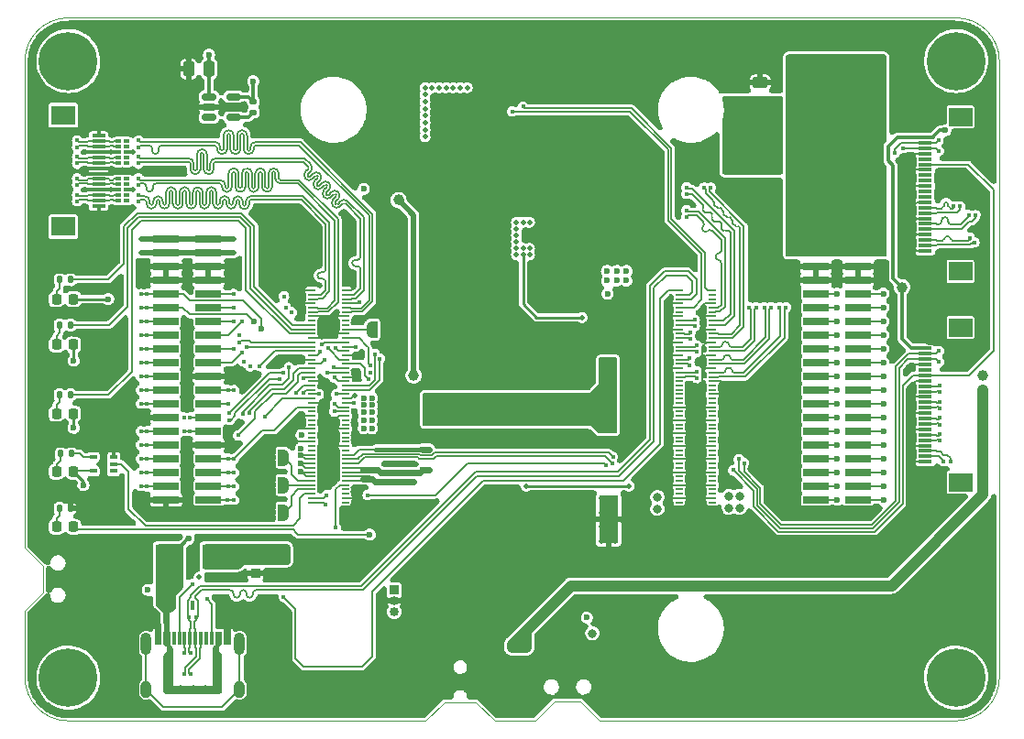
<source format=gtl>
G04 #@! TF.GenerationSoftware,KiCad,Pcbnew,(5.99.0-10720-gd84fcd89f1)*
G04 #@! TF.CreationDate,2021-06-08T11:49:25-04:00*
G04 #@! TF.ProjectId,FlySensei_Stack_RPi_ECAD,466c7953-656e-4736-9569-5f537461636b,0.1*
G04 #@! TF.SameCoordinates,Original*
G04 #@! TF.FileFunction,Copper,L1,Top*
G04 #@! TF.FilePolarity,Positive*
%FSLAX46Y46*%
G04 Gerber Fmt 4.6, Leading zero omitted, Abs format (unit mm)*
G04 Created by KiCad (PCBNEW (5.99.0-10720-gd84fcd89f1)) date 2021-06-08 11:49:25*
%MOMM*%
%LPD*%
G01*
G04 APERTURE LIST*
G04 Aperture macros list*
%AMRoundRect*
0 Rectangle with rounded corners*
0 $1 Rounding radius*
0 $2 $3 $4 $5 $6 $7 $8 $9 X,Y pos of 4 corners*
0 Add a 4 corners polygon primitive as box body*
4,1,4,$2,$3,$4,$5,$6,$7,$8,$9,$2,$3,0*
0 Add four circle primitives for the rounded corners*
1,1,$1+$1,$2,$3*
1,1,$1+$1,$4,$5*
1,1,$1+$1,$6,$7*
1,1,$1+$1,$8,$9*
0 Add four rect primitives between the rounded corners*
20,1,$1+$1,$2,$3,$4,$5,0*
20,1,$1+$1,$4,$5,$6,$7,0*
20,1,$1+$1,$6,$7,$8,$9,0*
20,1,$1+$1,$8,$9,$2,$3,0*%
%AMFreePoly0*
4,1,22,0.500000,-0.750000,0.000000,-0.750000,0.000000,-0.745033,-0.079941,-0.743568,-0.215256,-0.701293,-0.333266,-0.622738,-0.424486,-0.514219,-0.481581,-0.384460,-0.499164,-0.250000,-0.500000,-0.250000,-0.500000,0.250000,-0.499164,0.250000,-0.499963,0.256109,-0.478152,0.396186,-0.417904,0.524511,-0.324060,0.630769,-0.204165,0.706417,-0.067858,0.745374,0.000000,0.744959,0.000000,0.750000,
0.500000,0.750000,0.500000,-0.750000,0.500000,-0.750000,$1*%
%AMFreePoly1*
4,1,20,0.000000,0.744959,0.073905,0.744508,0.209726,0.703889,0.328688,0.626782,0.421226,0.519385,0.479903,0.390333,0.500000,0.250000,0.500000,-0.250000,0.499851,-0.262216,0.476331,-0.402017,0.414519,-0.529596,0.319384,-0.634700,0.198574,-0.708877,0.061801,-0.746166,0.000000,-0.745033,0.000000,-0.750000,-0.500000,-0.750000,-0.500000,0.750000,0.000000,0.750000,0.000000,0.744959,
0.000000,0.744959,$1*%
G04 Aperture macros list end*
G04 #@! TA.AperFunction,Profile*
%ADD10C,0.100000*%
G04 #@! TD*
G04 #@! TA.AperFunction,SMDPad,CuDef*
%ADD11RoundRect,0.225000X-0.250000X0.225000X-0.250000X-0.225000X0.250000X-0.225000X0.250000X0.225000X0*%
G04 #@! TD*
G04 #@! TA.AperFunction,SMDPad,CuDef*
%ADD12RoundRect,0.218750X-0.218750X-0.256250X0.218750X-0.256250X0.218750X0.256250X-0.218750X0.256250X0*%
G04 #@! TD*
G04 #@! TA.AperFunction,SMDPad,CuDef*
%ADD13R,1.300000X0.300000*%
G04 #@! TD*
G04 #@! TA.AperFunction,SMDPad,CuDef*
%ADD14R,2.200000X1.800000*%
G04 #@! TD*
G04 #@! TA.AperFunction,SMDPad,CuDef*
%ADD15RoundRect,0.135000X-0.135000X-0.185000X0.135000X-0.185000X0.135000X0.185000X-0.135000X0.185000X0*%
G04 #@! TD*
G04 #@! TA.AperFunction,SMDPad,CuDef*
%ADD16R,2.500000X2.300000*%
G04 #@! TD*
G04 #@! TA.AperFunction,SMDPad,CuDef*
%ADD17R,0.300000X0.300000*%
G04 #@! TD*
G04 #@! TA.AperFunction,SMDPad,CuDef*
%ADD18R,0.550000X0.300000*%
G04 #@! TD*
G04 #@! TA.AperFunction,SMDPad,CuDef*
%ADD19R,0.550000X0.400000*%
G04 #@! TD*
G04 #@! TA.AperFunction,SMDPad,CuDef*
%ADD20RoundRect,0.150000X-0.512500X-0.150000X0.512500X-0.150000X0.512500X0.150000X-0.512500X0.150000X0*%
G04 #@! TD*
G04 #@! TA.AperFunction,SMDPad,CuDef*
%ADD21RoundRect,0.135000X-0.185000X0.135000X-0.185000X-0.135000X0.185000X-0.135000X0.185000X0.135000X0*%
G04 #@! TD*
G04 #@! TA.AperFunction,ComponentPad*
%ADD22C,0.800000*%
G04 #@! TD*
G04 #@! TA.AperFunction,ComponentPad*
%ADD23C,5.400000*%
G04 #@! TD*
G04 #@! TA.AperFunction,ComponentPad*
%ADD24R,0.850000X0.850000*%
G04 #@! TD*
G04 #@! TA.AperFunction,ComponentPad*
%ADD25O,0.850000X0.850000*%
G04 #@! TD*
G04 #@! TA.AperFunction,SMDPad,CuDef*
%ADD26R,0.700000X0.200000*%
G04 #@! TD*
G04 #@! TA.AperFunction,SMDPad,CuDef*
%ADD27R,2.400000X0.740000*%
G04 #@! TD*
G04 #@! TA.AperFunction,SMDPad,CuDef*
%ADD28RoundRect,0.250000X0.250000X0.475000X-0.250000X0.475000X-0.250000X-0.475000X0.250000X-0.475000X0*%
G04 #@! TD*
G04 #@! TA.AperFunction,SMDPad,CuDef*
%ADD29RoundRect,0.250000X0.475000X-0.250000X0.475000X0.250000X-0.475000X0.250000X-0.475000X-0.250000X0*%
G04 #@! TD*
G04 #@! TA.AperFunction,SMDPad,CuDef*
%ADD30FreePoly0,180.000000*%
G04 #@! TD*
G04 #@! TA.AperFunction,SMDPad,CuDef*
%ADD31FreePoly1,180.000000*%
G04 #@! TD*
G04 #@! TA.AperFunction,SMDPad,CuDef*
%ADD32FreePoly0,0.000000*%
G04 #@! TD*
G04 #@! TA.AperFunction,SMDPad,CuDef*
%ADD33FreePoly1,0.000000*%
G04 #@! TD*
G04 #@! TA.AperFunction,SMDPad,CuDef*
%ADD34R,0.300000X1.150000*%
G04 #@! TD*
G04 #@! TA.AperFunction,ComponentPad*
%ADD35O,1.000000X1.600000*%
G04 #@! TD*
G04 #@! TA.AperFunction,ComponentPad*
%ADD36O,1.000000X2.100000*%
G04 #@! TD*
G04 #@! TA.AperFunction,SMDPad,CuDef*
%ADD37R,0.650000X0.400000*%
G04 #@! TD*
G04 #@! TA.AperFunction,ComponentPad*
%ADD38C,0.500000*%
G04 #@! TD*
G04 #@! TA.AperFunction,SMDPad,CuDef*
%ADD39R,1.800000X4.400000*%
G04 #@! TD*
G04 #@! TA.AperFunction,ViaPad*
%ADD40C,0.600000*%
G04 #@! TD*
G04 #@! TA.AperFunction,ViaPad*
%ADD41C,0.500000*%
G04 #@! TD*
G04 #@! TA.AperFunction,ViaPad*
%ADD42C,0.800000*%
G04 #@! TD*
G04 #@! TA.AperFunction,ViaPad*
%ADD43C,0.450000*%
G04 #@! TD*
G04 #@! TA.AperFunction,ViaPad*
%ADD44C,1.000000*%
G04 #@! TD*
G04 #@! TA.AperFunction,Conductor*
%ADD45C,0.203200*%
G04 #@! TD*
G04 #@! TA.AperFunction,Conductor*
%ADD46C,0.304800*%
G04 #@! TD*
G04 #@! TA.AperFunction,Conductor*
%ADD47C,0.508000*%
G04 #@! TD*
G04 #@! TA.AperFunction,Conductor*
%ADD48C,0.254000*%
G04 #@! TD*
G04 #@! TA.AperFunction,Conductor*
%ADD49C,0.600000*%
G04 #@! TD*
G04 #@! TA.AperFunction,Conductor*
%ADD50C,1.016000*%
G04 #@! TD*
G04 #@! TA.AperFunction,Conductor*
%ADD51C,0.203000*%
G04 #@! TD*
G04 #@! TA.AperFunction,Conductor*
%ADD52C,0.400000*%
G04 #@! TD*
G04 #@! TA.AperFunction,Conductor*
%ADD53C,0.200000*%
G04 #@! TD*
G04 #@! TA.AperFunction,Conductor*
%ADD54C,0.152400*%
G04 #@! TD*
G04 APERTURE END LIST*
D10*
X128750000Y-128250000D02*
X131650000Y-128250000D01*
X138900000Y-128200000D02*
X137100000Y-130000000D01*
X131650000Y-128250000D02*
X133400000Y-130000000D01*
X91700000Y-118100000D02*
X90000000Y-119800000D01*
X91700000Y-115700000D02*
X90000000Y-114000000D01*
X90000000Y-119800000D02*
X90000000Y-126000000D01*
X127000000Y-130000000D02*
X94000000Y-130000000D01*
X180000000Y-69000000D02*
X180000000Y-126000000D01*
X180000000Y-69000000D02*
G75*
G03*
X176000000Y-65000000I-4000000J0D01*
G01*
X94000000Y-65000000D02*
X176000000Y-65000000D01*
X128750000Y-128250000D02*
X127000000Y-130000000D01*
X138900000Y-128200000D02*
X141300000Y-128200000D01*
X90000000Y-126000000D02*
G75*
G03*
X94000000Y-130000000I4000000J0D01*
G01*
X94000000Y-65000000D02*
G75*
G03*
X90000000Y-69000000I0J-4000000D01*
G01*
X176000000Y-130000000D02*
G75*
G03*
X180000000Y-126000000I0J4000000D01*
G01*
X91700000Y-115700000D02*
X91700000Y-118100000D01*
X141300000Y-128200000D02*
X143100000Y-130000000D01*
X90000000Y-114000000D02*
X90000000Y-69000000D01*
X133400000Y-130000000D02*
X137100000Y-130000000D01*
X143100000Y-130000000D02*
X176000000Y-130000000D01*
D11*
G04 #@! TO.P,C12,1*
G04 #@! TO.N,+5V*
X111300000Y-114825000D03*
G04 #@! TO.P,C12,2*
G04 #@! TO.N,GND*
X111300000Y-116375000D03*
G04 #@! TD*
D12*
G04 #@! TO.P,D8,1,K*
G04 #@! TO.N,Net-(D8-Pad1)*
X92912500Y-112050000D03*
G04 #@! TO.P,D8,2,A*
G04 #@! TO.N,Net-(D8-Pad2)*
X94487500Y-112050000D03*
G04 #@! TD*
D13*
G04 #@! TO.P,J8,1,Pin_1*
G04 #@! TO.N,GND*
X173150000Y-106050000D03*
G04 #@! TO.P,J8,2,Pin_2*
G04 #@! TO.N,/High Speed Interfaces/CAM1_MIPI.D0_N*
X173150000Y-105550000D03*
G04 #@! TO.P,J8,3,Pin_3*
G04 #@! TO.N,/High Speed Interfaces/CAM1_MIPI.D0_P*
X173150000Y-105050000D03*
G04 #@! TO.P,J8,4,Pin_4*
G04 #@! TO.N,GND*
X173150000Y-104550000D03*
G04 #@! TO.P,J8,5,Pin_5*
G04 #@! TO.N,/High Speed Interfaces/CAM1_MIPI.D1_N*
X173150000Y-104050000D03*
G04 #@! TO.P,J8,6,Pin_6*
G04 #@! TO.N,/High Speed Interfaces/CAM1_MIPI.D1_P*
X173150000Y-103550000D03*
G04 #@! TO.P,J8,7,Pin_7*
G04 #@! TO.N,GND*
X173150000Y-103050000D03*
G04 #@! TO.P,J8,8,Pin_8*
G04 #@! TO.N,/High Speed Interfaces/CAM1_MIPI.C_N*
X173150000Y-102550000D03*
G04 #@! TO.P,J8,9,Pin_9*
G04 #@! TO.N,/High Speed Interfaces/CAM1_MIPI.C_P*
X173150000Y-102050000D03*
G04 #@! TO.P,J8,10,Pin_10*
G04 #@! TO.N,GND*
X173150000Y-101550000D03*
G04 #@! TO.P,J8,11,Pin_11*
G04 #@! TO.N,/High Speed Interfaces/CAM1_MIPI.D2_N*
X173150000Y-101050000D03*
G04 #@! TO.P,J8,12,Pin_12*
G04 #@! TO.N,/High Speed Interfaces/CAM1_MIPI.D2_P*
X173150000Y-100550000D03*
G04 #@! TO.P,J8,13,Pin_13*
G04 #@! TO.N,GND*
X173150000Y-100050000D03*
G04 #@! TO.P,J8,14,Pin_14*
G04 #@! TO.N,/High Speed Interfaces/CAM1_MIPI.D3_N*
X173150000Y-99550000D03*
G04 #@! TO.P,J8,15,Pin_15*
G04 #@! TO.N,/High Speed Interfaces/CAM1_MIPI.D3_P*
X173150000Y-99050000D03*
G04 #@! TO.P,J8,16,Pin_16*
G04 #@! TO.N,GND*
X173150000Y-98550000D03*
G04 #@! TO.P,J8,17,Pin_17*
G04 #@! TO.N,/High Speed Interfaces/CAM_GPIO*
X173150000Y-98050000D03*
G04 #@! TO.P,J8,18,Pin_18*
G04 #@! TO.N,unconnected-(J8-Pad18)*
X173150000Y-97550000D03*
G04 #@! TO.P,J8,19,Pin_19*
G04 #@! TO.N,GND*
X173150000Y-97050000D03*
G04 #@! TO.P,J8,20,Pin_20*
G04 #@! TO.N,/High Speed Interfaces/CAM1_SCL*
X173150000Y-96550000D03*
G04 #@! TO.P,J8,21,Pin_21*
G04 #@! TO.N,/High Speed Interfaces/CAM1_SDA*
X173150000Y-96050000D03*
G04 #@! TO.P,J8,22,Pin_22*
G04 #@! TO.N,+3V3_RPI*
X173150000Y-95550000D03*
D14*
G04 #@! TO.P,J8,MP*
G04 #@! TO.N,N/C*
X176400000Y-93650000D03*
X176400000Y-107950000D03*
G04 #@! TD*
D15*
G04 #@! TO.P,R3,1*
G04 #@! TO.N,Net-(D3-Pad1)*
X93190000Y-89200000D03*
G04 #@! TO.P,R3,2*
G04 #@! TO.N,/RPi_CM4/ETH_nLED2*
X94210000Y-89200000D03*
G04 #@! TD*
D13*
G04 #@! TO.P,J9,1,Pin_1*
G04 #@! TO.N,GND*
X96800000Y-75900000D03*
G04 #@! TO.P,J9,2,Pin_2*
G04 #@! TO.N,/High Speed Interfaces/ETH.0_P*
X96800000Y-76400000D03*
G04 #@! TO.P,J9,3,Pin_3*
G04 #@! TO.N,/High Speed Interfaces/ETH.0_N*
X96800000Y-76900000D03*
G04 #@! TO.P,J9,4,Pin_4*
G04 #@! TO.N,GND*
X96800000Y-77400000D03*
G04 #@! TO.P,J9,5,Pin_5*
G04 #@! TO.N,/High Speed Interfaces/ETH.1_P*
X96800000Y-77900000D03*
G04 #@! TO.P,J9,6,Pin_6*
G04 #@! TO.N,/High Speed Interfaces/ETH.1_N*
X96800000Y-78400000D03*
G04 #@! TO.P,J9,7,Pin_7*
G04 #@! TO.N,GND*
X96800000Y-78900000D03*
G04 #@! TO.P,J9,8,Pin_8*
X96800000Y-79400000D03*
G04 #@! TO.P,J9,9,Pin_9*
G04 #@! TO.N,/High Speed Interfaces/ETH.2_P*
X96800000Y-79900000D03*
G04 #@! TO.P,J9,10,Pin_10*
G04 #@! TO.N,/High Speed Interfaces/ETH.2_N*
X96800000Y-80400000D03*
G04 #@! TO.P,J9,11,Pin_11*
G04 #@! TO.N,GND*
X96800000Y-80900000D03*
G04 #@! TO.P,J9,12,Pin_12*
G04 #@! TO.N,/High Speed Interfaces/ETH.3_P*
X96800000Y-81400000D03*
G04 #@! TO.P,J9,13,Pin_13*
G04 #@! TO.N,/High Speed Interfaces/ETH.3_N*
X96800000Y-81900000D03*
G04 #@! TO.P,J9,14,Pin_14*
G04 #@! TO.N,GND*
X96800000Y-82400000D03*
D14*
G04 #@! TO.P,J9,MP*
G04 #@! TO.N,N/C*
X93550000Y-84300000D03*
X93550000Y-74000000D03*
G04 #@! TD*
D16*
G04 #@! TO.P,D7,1,K*
G04 #@! TO.N,+BATT*
X157950000Y-76800000D03*
G04 #@! TO.P,D7,2,A*
G04 #@! TO.N,/Stacking Connectors/BATT_IN*
X162250000Y-76800000D03*
G04 #@! TD*
D17*
G04 #@! TO.P,U5,1,D+*
G04 #@! TO.N,/RPi_CM4/USB_DP*
X105150000Y-120425000D03*
G04 #@! TO.P,U5,2,D-*
G04 #@! TO.N,/RPi_CM4/USB_DN*
X105850000Y-120425000D03*
G04 #@! TO.P,U5,3,GND*
G04 #@! TO.N,GND*
X105500000Y-119575000D03*
G04 #@! TD*
D18*
G04 #@! TO.P,U8,1,D1+*
G04 #@! TO.N,/High Speed Interfaces/ETH.0_P*
X98615000Y-76400000D03*
G04 #@! TO.P,U8,2,D1-*
G04 #@! TO.N,/High Speed Interfaces/ETH.0_N*
X98615000Y-76900000D03*
D19*
G04 #@! TO.P,U8,3,GND*
G04 #@! TO.N,GND*
X98615000Y-77400000D03*
D18*
G04 #@! TO.P,U8,4,D2+*
G04 #@! TO.N,/High Speed Interfaces/ETH.1_P*
X98615000Y-77900000D03*
G04 #@! TO.P,U8,5,D2-*
G04 #@! TO.N,/High Speed Interfaces/ETH.1_N*
X98615000Y-78400000D03*
G04 #@! TO.P,U8,6,NC*
G04 #@! TO.N,unconnected-(U8-Pad6)*
X99385000Y-78400000D03*
G04 #@! TO.P,U8,7,NC*
G04 #@! TO.N,unconnected-(U8-Pad7)*
X99385000Y-77900000D03*
D19*
G04 #@! TO.P,U8,8,GND*
G04 #@! TO.N,GND*
X99385000Y-77400000D03*
D18*
G04 #@! TO.P,U8,9,NC*
G04 #@! TO.N,unconnected-(U8-Pad9)*
X99385000Y-76900000D03*
G04 #@! TO.P,U8,10,NC*
G04 #@! TO.N,unconnected-(U8-Pad10)*
X99385000Y-76400000D03*
G04 #@! TD*
D20*
G04 #@! TO.P,U10,1,OUT*
G04 #@! TO.N,/SD Card/SD_PWR*
X107000000Y-72300000D03*
G04 #@! TO.P,U10,2,GND*
G04 #@! TO.N,GND*
X107000000Y-73250000D03*
G04 #@! TO.P,U10,3,nFLG*
G04 #@! TO.N,unconnected-(U10-Pad3)*
X107000000Y-74200000D03*
G04 #@! TO.P,U10,4,EN*
G04 #@! TO.N,Net-(R20-Pad2)*
X109275000Y-74200000D03*
G04 #@! TO.P,U10,5,IN*
G04 #@! TO.N,+3V3_RPI*
X109275000Y-72300000D03*
G04 #@! TD*
D21*
G04 #@! TO.P,R20,1*
G04 #@! TO.N,+3V3_RPI*
X111100000Y-72740000D03*
G04 #@! TO.P,R20,2*
G04 #@! TO.N,Net-(R20-Pad2)*
X111100000Y-73760000D03*
G04 #@! TD*
D22*
G04 #@! TO.P,H1,1*
G04 #@! TO.N,N/C*
X95431891Y-127431891D03*
X94000000Y-128025000D03*
D23*
X94000000Y-126000000D03*
D22*
X95431891Y-124568109D03*
X92568109Y-127431891D03*
X92568109Y-124568109D03*
X96025000Y-126000000D03*
X94000000Y-123975000D03*
X91975000Y-126000000D03*
G04 #@! TD*
G04 #@! TO.P,H3,1*
G04 #@! TO.N,N/C*
X178025000Y-69000000D03*
X177431891Y-70431891D03*
X174568109Y-70431891D03*
X176000000Y-71025000D03*
X176000000Y-66975000D03*
D23*
X176000000Y-69000000D03*
D22*
X174568109Y-67568109D03*
X173975000Y-69000000D03*
X177431891Y-67568109D03*
G04 #@! TD*
D24*
G04 #@! TO.P,J1,1,Pin_1*
G04 #@! TO.N,/RPi_CM4/RPI_RUN_PG*
X124100000Y-117900000D03*
D25*
G04 #@! TO.P,J1,2,Pin_2*
G04 #@! TO.N,GND*
X124100000Y-118900000D03*
G04 #@! TO.P,J1,3,Pin_3*
G04 #@! TO.N,/RPi_CM4/RPI_GLOBL_EN*
X124100000Y-119900000D03*
G04 #@! TD*
D12*
G04 #@! TO.P,D1,1,K*
G04 #@! TO.N,Net-(D1-Pad1)*
X92912500Y-101600000D03*
G04 #@! TO.P,D1,2,A*
G04 #@! TO.N,+3V3_RPI*
X94487500Y-101600000D03*
G04 #@! TD*
D26*
G04 #@! TO.P,U1,1,GND*
G04 #@! TO.N,GND*
X116500000Y-90200000D03*
G04 #@! TO.P,U1,2,GND*
X119580000Y-90200000D03*
G04 #@! TO.P,U1,3,Ethernet_Pair3_P*
G04 #@! TO.N,/High Speed Interfaces/ETH.3_N*
X116500000Y-90600000D03*
G04 #@! TO.P,U1,4,Ethernet_Pair1_P*
G04 #@! TO.N,/High Speed Interfaces/ETH.1_N*
X119580000Y-90600000D03*
G04 #@! TO.P,U1,5,Ethernet_Pair3_N*
G04 #@! TO.N,/High Speed Interfaces/ETH.3_P*
X116500000Y-91000000D03*
G04 #@! TO.P,U1,6,Ethernet_Pair1_N*
G04 #@! TO.N,/High Speed Interfaces/ETH.1_P*
X119580000Y-91000000D03*
G04 #@! TO.P,U1,7,GND*
G04 #@! TO.N,GND*
X116500000Y-91400000D03*
G04 #@! TO.P,U1,8,GND*
X119580000Y-91400000D03*
G04 #@! TO.P,U1,9,Ethernet_Pair2_N*
G04 #@! TO.N,/High Speed Interfaces/ETH.2_N*
X116500000Y-91800000D03*
G04 #@! TO.P,U1,10,Ethernet_Pair0_N*
G04 #@! TO.N,/High Speed Interfaces/ETH.0_N*
X119580000Y-91800000D03*
G04 #@! TO.P,U1,11,Ethernet_Pair2_P*
G04 #@! TO.N,/High Speed Interfaces/ETH.2_P*
X116500000Y-92200000D03*
G04 #@! TO.P,U1,12,Ethernet_Pair0_P*
G04 #@! TO.N,/High Speed Interfaces/ETH.0_P*
X119580000Y-92200000D03*
G04 #@! TO.P,U1,13,GND*
G04 #@! TO.N,GND*
X116500000Y-92600000D03*
G04 #@! TO.P,U1,14,GND*
X119580000Y-92600000D03*
G04 #@! TO.P,U1,15,Ethernet_nLED3(3.3v)*
G04 #@! TO.N,unconnected-(U1-Pad15)*
X116500000Y-93000000D03*
G04 #@! TO.P,U1,16,Ethernet_SYNC_IN(1.8v)*
G04 #@! TO.N,unconnected-(U1-Pad16)*
X119580000Y-93000000D03*
G04 #@! TO.P,U1,17,Ethernet_nLED2(3.3v)*
G04 #@! TO.N,/RPi_CM4/ETH_nLED2*
X116500000Y-93400000D03*
G04 #@! TO.P,U1,18,Ethernet_SYNC_OUT(1.8v)*
G04 #@! TO.N,unconnected-(U1-Pad18)*
X119580000Y-93400000D03*
G04 #@! TO.P,U1,19,Ethernet_nLED1(3.3v)*
G04 #@! TO.N,/RPi_CM4/ETH_nLED1*
X116500000Y-93800000D03*
G04 #@! TO.P,U1,20,EEPROM_nWP*
G04 #@! TO.N,Net-(JP2-Pad2)*
X119580000Y-93800000D03*
G04 #@! TO.P,U1,21,PI_nLED_Activity*
G04 #@! TO.N,/RPi_CM4/RPI_nLED_ACT*
X116500000Y-94200000D03*
G04 #@! TO.P,U1,22,GND*
G04 #@! TO.N,GND*
X119580000Y-94200000D03*
G04 #@! TO.P,U1,23,GND*
X116500000Y-94600000D03*
G04 #@! TO.P,U1,24,GPIO26*
G04 #@! TO.N,/RPi_CM4/SD_D_DAT2*
X119580000Y-94600000D03*
G04 #@! TO.P,U1,25,GPIO21*
G04 #@! TO.N,/RPi_CM4/SPI0.CLK*
X116500000Y-95000000D03*
G04 #@! TO.P,U1,26,GPIO19*
G04 #@! TO.N,/RPi_CM4/SPI0.MISO*
X119580000Y-95000000D03*
G04 #@! TO.P,U1,27,GPIO20*
G04 #@! TO.N,/RPi_CM4/SPI0.MOSI*
X116500000Y-95400000D03*
G04 #@! TO.P,U1,28,GPIO13*
G04 #@! TO.N,/RPi_CM4/UART1.RX*
X119580000Y-95400000D03*
G04 #@! TO.P,U1,29,GPIO16*
G04 #@! TO.N,/RPi_CM4/SPI0.CS2*
X116500000Y-95800000D03*
G04 #@! TO.P,U1,30,GPIO6*
G04 #@! TO.N,/RPi_CM4/GPIO_1*
X119580000Y-95800000D03*
G04 #@! TO.P,U1,31,GPIO12*
G04 #@! TO.N,/RPi_CM4/UART1.TX*
X116500000Y-96200000D03*
G04 #@! TO.P,U1,32,GND*
G04 #@! TO.N,GND*
X119580000Y-96200000D03*
G04 #@! TO.P,U1,33,GND*
X116500000Y-96600000D03*
G04 #@! TO.P,U1,34,GPIO5*
G04 #@! TO.N,/RPi_CM4/GPIO_0*
X119580000Y-96600000D03*
G04 #@! TO.P,U1,35,ID_SC*
G04 #@! TO.N,/High Speed Interfaces/CAM0_SCL*
X116500000Y-97000000D03*
G04 #@! TO.P,U1,36,ID_SD*
G04 #@! TO.N,/High Speed Interfaces/CAM0_SDA*
X119580000Y-97000000D03*
G04 #@! TO.P,U1,37,GPIO7*
G04 #@! TO.N,/RPi_CM4/SPI1.CS1*
X116500000Y-97400000D03*
G04 #@! TO.P,U1,38,GPIO11*
G04 #@! TO.N,/RPi_CM4/SPI1.CLK*
X119580000Y-97400000D03*
G04 #@! TO.P,U1,39,GPIO8*
G04 #@! TO.N,/RPi_CM4/SPI1.CS0*
X116500000Y-97800000D03*
G04 #@! TO.P,U1,40,GPIO9*
G04 #@! TO.N,/RPi_CM4/SPI1.MISO*
X119580000Y-97800000D03*
G04 #@! TO.P,U1,41,GPIO25*
G04 #@! TO.N,/RPi_CM4/SD_D_DAT1*
X116500000Y-98200000D03*
G04 #@! TO.P,U1,42,GND*
G04 #@! TO.N,GND*
X119580000Y-98200000D03*
G04 #@! TO.P,U1,43,GND*
X116500000Y-98600000D03*
G04 #@! TO.P,U1,44,GPIO10*
G04 #@! TO.N,/RPi_CM4/SPI1.MOSI*
X119580000Y-98600000D03*
G04 #@! TO.P,U1,45,GPIO24*
G04 #@! TO.N,/RPi_CM4/SD_D_DAT0*
X116500000Y-99000000D03*
G04 #@! TO.P,U1,46,GPIO22*
G04 #@! TO.N,/RPi_CM4/SD_D_CLK*
X119580000Y-99000000D03*
G04 #@! TO.P,U1,47,GPIO23*
G04 #@! TO.N,/RPi_CM4/SD_D_CMD*
X116500000Y-99400000D03*
G04 #@! TO.P,U1,48,GPIO27*
G04 #@! TO.N,/RPi_CM4/SD_D_DAT3*
X119580000Y-99400000D03*
G04 #@! TO.P,U1,49,GPIO18*
G04 #@! TO.N,/RPi_CM4/SPI0.CS0*
X116500000Y-99800000D03*
G04 #@! TO.P,U1,50,GPIO17*
G04 #@! TO.N,/RPi_CM4/SPI0.CS1*
X119580000Y-99800000D03*
G04 #@! TO.P,U1,51,GPIO15*
G04 #@! TO.N,/RPi_CM4/UART0.RX*
X116500000Y-100200000D03*
G04 #@! TO.P,U1,52,GND*
G04 #@! TO.N,GND*
X119580000Y-100200000D03*
G04 #@! TO.P,U1,53,GND*
X116500000Y-100600000D03*
G04 #@! TO.P,U1,54,GPIO4*
G04 #@! TO.N,/RPi_CM4/RPI_SHTDWN*
X119580000Y-100600000D03*
G04 #@! TO.P,U1,55,GPIO14*
G04 #@! TO.N,/RPi_CM4/UART0.TX*
X116500000Y-101000000D03*
G04 #@! TO.P,U1,56,GPIO3*
G04 #@! TO.N,/RPi_CM4/I2C0.SCL*
X119580000Y-101000000D03*
G04 #@! TO.P,U1,57,SD_CLK*
G04 #@! TO.N,/RPi_CM4/SD_O_CLK*
X116500000Y-101400000D03*
G04 #@! TO.P,U1,58,GPIO2*
G04 #@! TO.N,/RPi_CM4/I2C0.SDA*
X119580000Y-101400000D03*
G04 #@! TO.P,U1,59,GND*
G04 #@! TO.N,GND*
X116500000Y-101800000D03*
G04 #@! TO.P,U1,60,GND*
X119580000Y-101800000D03*
G04 #@! TO.P,U1,61,SD_DAT3*
G04 #@! TO.N,/RPi_CM4/SD_O_DAT3*
X116500000Y-102200000D03*
G04 #@! TO.P,U1,62,SD_CMD*
G04 #@! TO.N,/RPi_CM4/SD_O_CMD*
X119580000Y-102200000D03*
G04 #@! TO.P,U1,63,SD_DAT0*
G04 #@! TO.N,/RPi_CM4/SD_O_DAT0*
X116500000Y-102600000D03*
G04 #@! TO.P,U1,64,SD_DAT5*
G04 #@! TO.N,/RPi_CM4/SD_O_DAT5*
X119580000Y-102600000D03*
G04 #@! TO.P,U1,65,GND*
G04 #@! TO.N,GND*
X116500000Y-103000000D03*
G04 #@! TO.P,U1,66,GND*
X119580000Y-103000000D03*
G04 #@! TO.P,U1,67,SD_DAT1*
G04 #@! TO.N,/RPi_CM4/SD_O_DAT1*
X116500000Y-103400000D03*
G04 #@! TO.P,U1,68,SD_DAT4*
G04 #@! TO.N,/RPi_CM4/SD_O_DAT4*
X119580000Y-103400000D03*
G04 #@! TO.P,U1,69,SD_DAT2*
G04 #@! TO.N,/RPi_CM4/SD_O_DAT2*
X116500000Y-103800000D03*
G04 #@! TO.P,U1,70,SD_DAT7*
G04 #@! TO.N,/RPi_CM4/SD_O_DAT7*
X119580000Y-103800000D03*
G04 #@! TO.P,U1,71,GND*
G04 #@! TO.N,GND*
X116500000Y-104200000D03*
G04 #@! TO.P,U1,72,SD_DAT6*
G04 #@! TO.N,/RPi_CM4/SD_O_DAT6*
X119580000Y-104200000D03*
G04 #@! TO.P,U1,73,SD_VDD_Override*
G04 #@! TO.N,unconnected-(U1-Pad73)*
X116500000Y-104600000D03*
G04 #@! TO.P,U1,74,GND*
G04 #@! TO.N,GND*
X119580000Y-104600000D03*
G04 #@! TO.P,U1,75,SD_PWR_ON*
G04 #@! TO.N,/RPi_CM4/SD_O_PWRON*
X116500000Y-105000000D03*
G04 #@! TO.P,U1,76,Reserved*
G04 #@! TO.N,unconnected-(U1-Pad76)*
X119580000Y-105000000D03*
G04 #@! TO.P,U1,77,+5v_(Input)*
G04 #@! TO.N,+5V*
X116500000Y-105400000D03*
G04 #@! TO.P,U1,78,GPIO_VREF(1.8v/3.3v_Input)*
G04 #@! TO.N,+3V3_RPI*
X119580000Y-105400000D03*
G04 #@! TO.P,U1,79,+5v_(Input)*
G04 #@! TO.N,+5V*
X116500000Y-105800000D03*
G04 #@! TO.P,U1,80,SCL0*
G04 #@! TO.N,/High Speed Interfaces/CAM1_SCL*
X119580000Y-105800000D03*
G04 #@! TO.P,U1,81,+5v_(Input)*
G04 #@! TO.N,+5V*
X116500000Y-106200000D03*
G04 #@! TO.P,U1,82,SDA0*
G04 #@! TO.N,/High Speed Interfaces/CAM1_SDA*
X119580000Y-106200000D03*
G04 #@! TO.P,U1,83,+5v_(Input)*
G04 #@! TO.N,+5V*
X116500000Y-106600000D03*
G04 #@! TO.P,U1,84,+3.3v_(Output)*
G04 #@! TO.N,+3V3_RPI*
X119580000Y-106600000D03*
G04 #@! TO.P,U1,85,+5v_(Input)*
G04 #@! TO.N,+5V*
X116500000Y-107000000D03*
G04 #@! TO.P,U1,86,+3.3v_(Output)*
G04 #@! TO.N,+3V3_RPI*
X119580000Y-107000000D03*
G04 #@! TO.P,U1,87,+5v_(Input)*
G04 #@! TO.N,+5V*
X116500000Y-107400000D03*
G04 #@! TO.P,U1,88,+1.8v_(Output)*
G04 #@! TO.N,+1V8_RPI*
X119580000Y-107400000D03*
G04 #@! TO.P,U1,89,WiFi_nDisable*
G04 #@! TO.N,Net-(JP3-Pad2)*
X116500000Y-107800000D03*
G04 #@! TO.P,U1,90,+1.8v_(Output)*
G04 #@! TO.N,+1V8_RPI*
X119580000Y-107800000D03*
G04 #@! TO.P,U1,91,BT_nDisable*
G04 #@! TO.N,Net-(JP4-Pad2)*
X116500000Y-108200000D03*
G04 #@! TO.P,U1,92,RUN_PG*
G04 #@! TO.N,/RPi_CM4/RPI_RUN_PG*
X119580000Y-108200000D03*
G04 #@! TO.P,U1,93,nRPIBOOT*
G04 #@! TO.N,Net-(JP1-Pad2)*
X116500000Y-108600000D03*
G04 #@! TO.P,U1,94,AnalogIP1*
G04 #@! TO.N,unconnected-(U1-Pad94)*
X119580000Y-108600000D03*
G04 #@! TO.P,U1,95,PI_nLED_PWR*
G04 #@! TO.N,/RPi_CM4/RPI_nLED_PWR*
X116500000Y-109000000D03*
G04 #@! TO.P,U1,96,AnalogIP0*
G04 #@! TO.N,unconnected-(U1-Pad96)*
X119580000Y-109000000D03*
G04 #@! TO.P,U1,97,Camera_GPIO*
G04 #@! TO.N,/High Speed Interfaces/CAM_GPIO*
X116500000Y-109400000D03*
G04 #@! TO.P,U1,98,GND*
G04 #@! TO.N,GND*
X119580000Y-109400000D03*
G04 #@! TO.P,U1,99,Global_EN*
G04 #@! TO.N,/RPi_CM4/RPI_GLOBL_EN*
X116500000Y-109800000D03*
G04 #@! TO.P,U1,100,nEXTRST*
G04 #@! TO.N,unconnected-(U1-Pad100)*
X119580000Y-109800000D03*
G04 #@! TO.P,U1,101,USB_OTG_ID*
G04 #@! TO.N,/RPi_CM4/USB_ID*
X150420000Y-90200000D03*
G04 #@! TO.P,U1,102,PCIe_CLK_nREQ*
G04 #@! TO.N,/AI/CORL_PCIE_NCLKREQ*
X153500000Y-90200000D03*
G04 #@! TO.P,U1,103,USB2_N*
G04 #@! TO.N,/RPi_CM4/USB_DN*
X150420000Y-90600000D03*
G04 #@! TO.P,U1,104,Reserved*
G04 #@! TO.N,unconnected-(U1-Pad104)*
X153500000Y-90600000D03*
G04 #@! TO.P,U1,105,USB2_P*
G04 #@! TO.N,/RPi_CM4/USB_DP*
X150420000Y-91000000D03*
G04 #@! TO.P,U1,106,Reserved*
G04 #@! TO.N,unconnected-(U1-Pad106)*
X153500000Y-91000000D03*
G04 #@! TO.P,U1,107,GND*
G04 #@! TO.N,GND*
X150420000Y-91400000D03*
G04 #@! TO.P,U1,108,GND*
X153500000Y-91400000D03*
G04 #@! TO.P,U1,109,PCIe_nRST*
G04 #@! TO.N,/AI/CORL_PCIE_NRST*
X150420000Y-91800000D03*
G04 #@! TO.P,U1,110,PCIe_CLK_P*
G04 #@! TO.N,/AI/CORL_PCIE_CLK_P*
X153500000Y-91800000D03*
G04 #@! TO.P,U1,111,VDAC_COMP*
G04 #@! TO.N,unconnected-(U1-Pad111)*
X150420000Y-92200000D03*
G04 #@! TO.P,U1,112,PCIe_CLK_N*
G04 #@! TO.N,/AI/CORL_PCIE_CLK_N*
X153500000Y-92200000D03*
G04 #@! TO.P,U1,113,GND*
G04 #@! TO.N,GND*
X150420000Y-92600000D03*
G04 #@! TO.P,U1,114,GND*
X153500000Y-92600000D03*
G04 #@! TO.P,U1,115,CAM1_D0_N*
G04 #@! TO.N,/High Speed Interfaces/CAM1_MIPI.D0_N*
X150420000Y-93000000D03*
G04 #@! TO.P,U1,116,PCIe_RX_P*
G04 #@! TO.N,/AI/CORL_PCIE_TX_P*
X153500000Y-93000000D03*
G04 #@! TO.P,U1,117,CAM1_D0_P*
G04 #@! TO.N,/High Speed Interfaces/CAM1_MIPI.D0_P*
X150420000Y-93400000D03*
G04 #@! TO.P,U1,118,PCIe_RX_N*
G04 #@! TO.N,/AI/CORL_PCIE_TX_N*
X153500000Y-93400000D03*
G04 #@! TO.P,U1,119,GND*
G04 #@! TO.N,GND*
X150420000Y-93800000D03*
G04 #@! TO.P,U1,120,GND*
X153500000Y-93800000D03*
G04 #@! TO.P,U1,121,CAM1_D1_N*
G04 #@! TO.N,/High Speed Interfaces/CAM1_MIPI.D1_N*
X150420000Y-94200000D03*
G04 #@! TO.P,U1,122,PCIe_TX_P*
G04 #@! TO.N,/AI/CORL_PCIE_RX_P*
X153500000Y-94200000D03*
G04 #@! TO.P,U1,123,CAM1_D1_P*
G04 #@! TO.N,/High Speed Interfaces/CAM1_MIPI.D1_P*
X150420000Y-94600000D03*
G04 #@! TO.P,U1,124,PCIe_TX_N*
G04 #@! TO.N,/AI/CORL_PCIE_RX_N*
X153500000Y-94600000D03*
G04 #@! TO.P,U1,125,GND*
G04 #@! TO.N,GND*
X150420000Y-95000000D03*
G04 #@! TO.P,U1,126,GND*
X153500000Y-95000000D03*
G04 #@! TO.P,U1,127,CAM1_C_N*
G04 #@! TO.N,/High Speed Interfaces/CAM1_MIPI.C_N*
X150420000Y-95400000D03*
G04 #@! TO.P,U1,128,CAM0_D0_N*
G04 #@! TO.N,/High Speed Interfaces/CAM0_MIPI.D0_N*
X153500000Y-95400000D03*
G04 #@! TO.P,U1,129,CAM1_C_P*
G04 #@! TO.N,/High Speed Interfaces/CAM1_MIPI.C_P*
X150420000Y-95800000D03*
G04 #@! TO.P,U1,130,CAM0_D0_P*
G04 #@! TO.N,/High Speed Interfaces/CAM0_MIPI.D0_P*
X153500000Y-95800000D03*
G04 #@! TO.P,U1,131,GND*
G04 #@! TO.N,GND*
X150420000Y-96200000D03*
G04 #@! TO.P,U1,132,GND*
X153500000Y-96200000D03*
G04 #@! TO.P,U1,133,CAM1_D2_N*
G04 #@! TO.N,/High Speed Interfaces/CAM1_MIPI.D2_N*
X150420000Y-96600000D03*
G04 #@! TO.P,U1,134,CAM0_D1_N*
G04 #@! TO.N,/High Speed Interfaces/CAM0_MIPI.D1_N*
X153500000Y-96600000D03*
G04 #@! TO.P,U1,135,CAM1_D2_P*
G04 #@! TO.N,/High Speed Interfaces/CAM1_MIPI.D2_P*
X150420000Y-97000000D03*
G04 #@! TO.P,U1,136,CAM0_D1_P*
G04 #@! TO.N,/High Speed Interfaces/CAM0_MIPI.D1_P*
X153500000Y-97000000D03*
G04 #@! TO.P,U1,137,GND*
G04 #@! TO.N,GND*
X150420000Y-97400000D03*
G04 #@! TO.P,U1,138,GND*
X153500000Y-97400000D03*
G04 #@! TO.P,U1,139,CAM1_D3_N*
G04 #@! TO.N,/High Speed Interfaces/CAM1_MIPI.D3_N*
X150420000Y-97800000D03*
G04 #@! TO.P,U1,140,CAM0_C_N*
G04 #@! TO.N,/High Speed Interfaces/CAM0_MIPI.C_N*
X153500000Y-97800000D03*
G04 #@! TO.P,U1,141,CAM1_D3_P*
G04 #@! TO.N,/High Speed Interfaces/CAM1_MIPI.D3_P*
X150420000Y-98200000D03*
G04 #@! TO.P,U1,142,CAM0_C_P*
G04 #@! TO.N,/High Speed Interfaces/CAM0_MIPI.C_P*
X153500000Y-98200000D03*
G04 #@! TO.P,U1,143,HDMI1_HOTPLUG*
G04 #@! TO.N,unconnected-(U1-Pad143)*
X150420000Y-98600000D03*
G04 #@! TO.P,U1,144,GND*
G04 #@! TO.N,GND*
X153500000Y-98600000D03*
G04 #@! TO.P,U1,145,HDMI1_SDA*
G04 #@! TO.N,unconnected-(U1-Pad145)*
X150420000Y-99000000D03*
G04 #@! TO.P,U1,146,HDMI1_TX2_P*
G04 #@! TO.N,unconnected-(U1-Pad146)*
X153500000Y-99000000D03*
G04 #@! TO.P,U1,147,HDMI1_SCL*
G04 #@! TO.N,unconnected-(U1-Pad147)*
X150420000Y-99400000D03*
G04 #@! TO.P,U1,148,HDMI1_TX2_N*
G04 #@! TO.N,unconnected-(U1-Pad148)*
X153500000Y-99400000D03*
G04 #@! TO.P,U1,149,HDMI1_CEC*
G04 #@! TO.N,unconnected-(U1-Pad149)*
X150420000Y-99800000D03*
G04 #@! TO.P,U1,150,GND*
G04 #@! TO.N,GND*
X153500000Y-99800000D03*
G04 #@! TO.P,U1,151,HDMI0_CEC*
G04 #@! TO.N,unconnected-(U1-Pad151)*
X150420000Y-100200000D03*
G04 #@! TO.P,U1,152,HDMI1_TX1_P*
G04 #@! TO.N,unconnected-(U1-Pad152)*
X153500000Y-100200000D03*
G04 #@! TO.P,U1,153,HDMI0_HOTPLUG*
G04 #@! TO.N,unconnected-(U1-Pad153)*
X150420000Y-100600000D03*
G04 #@! TO.P,U1,154,HDMI1_TX1_N*
G04 #@! TO.N,unconnected-(U1-Pad154)*
X153500000Y-100600000D03*
G04 #@! TO.P,U1,155,GND*
G04 #@! TO.N,GND*
X150420000Y-101000000D03*
G04 #@! TO.P,U1,156,GND*
X153500000Y-101000000D03*
G04 #@! TO.P,U1,157,DSI0_D0_N*
G04 #@! TO.N,unconnected-(U1-Pad157)*
X150420000Y-101400000D03*
G04 #@! TO.P,U1,158,HDMI1_TX0_P*
G04 #@! TO.N,unconnected-(U1-Pad158)*
X153500000Y-101400000D03*
G04 #@! TO.P,U1,159,DSI0_D0_P*
G04 #@! TO.N,unconnected-(U1-Pad159)*
X150420000Y-101800000D03*
G04 #@! TO.P,U1,160,HDMI1_TX0_N*
G04 #@! TO.N,unconnected-(U1-Pad160)*
X153500000Y-101800000D03*
G04 #@! TO.P,U1,161,GND*
G04 #@! TO.N,GND*
X150420000Y-102200000D03*
G04 #@! TO.P,U1,162,GND*
X153500000Y-102200000D03*
G04 #@! TO.P,U1,163,DSI0_D1_N*
G04 #@! TO.N,unconnected-(U1-Pad163)*
X150420000Y-102600000D03*
G04 #@! TO.P,U1,164,HDMI1_CLK_P*
G04 #@! TO.N,unconnected-(U1-Pad164)*
X153500000Y-102600000D03*
G04 #@! TO.P,U1,165,DSI0_D1_P*
G04 #@! TO.N,unconnected-(U1-Pad165)*
X150420000Y-103000000D03*
G04 #@! TO.P,U1,166,HDMI1_CLK_N*
G04 #@! TO.N,unconnected-(U1-Pad166)*
X153500000Y-103000000D03*
G04 #@! TO.P,U1,167,GND*
G04 #@! TO.N,GND*
X150420000Y-103400000D03*
G04 #@! TO.P,U1,168,GND*
X153500000Y-103400000D03*
G04 #@! TO.P,U1,169,DSI0_C_N*
G04 #@! TO.N,unconnected-(U1-Pad169)*
X150420000Y-103800000D03*
G04 #@! TO.P,U1,170,HDMI0_TX2_P*
G04 #@! TO.N,unconnected-(U1-Pad170)*
X153500000Y-103800000D03*
G04 #@! TO.P,U1,171,DSI0_C_P*
G04 #@! TO.N,unconnected-(U1-Pad171)*
X150420000Y-104200000D03*
G04 #@! TO.P,U1,172,HDMI0_TX2_N*
G04 #@! TO.N,unconnected-(U1-Pad172)*
X153500000Y-104200000D03*
G04 #@! TO.P,U1,173,GND*
G04 #@! TO.N,GND*
X150420000Y-104600000D03*
G04 #@! TO.P,U1,174,GND*
X153500000Y-104600000D03*
G04 #@! TO.P,U1,175,DSI1_D0_N*
G04 #@! TO.N,unconnected-(U1-Pad175)*
X150420000Y-105000000D03*
G04 #@! TO.P,U1,176,HDMI0_TX1_P*
G04 #@! TO.N,unconnected-(U1-Pad176)*
X153500000Y-105000000D03*
G04 #@! TO.P,U1,177,DSI1_D0_P*
G04 #@! TO.N,unconnected-(U1-Pad177)*
X150420000Y-105400000D03*
G04 #@! TO.P,U1,178,HDMI0_TX1_N*
G04 #@! TO.N,unconnected-(U1-Pad178)*
X153500000Y-105400000D03*
G04 #@! TO.P,U1,179,GND*
G04 #@! TO.N,GND*
X150420000Y-105800000D03*
G04 #@! TO.P,U1,180,GND*
X153500000Y-105800000D03*
G04 #@! TO.P,U1,181,DSI1_D1_N*
G04 #@! TO.N,unconnected-(U1-Pad181)*
X150420000Y-106200000D03*
G04 #@! TO.P,U1,182,HDMI0_TX0_P*
G04 #@! TO.N,unconnected-(U1-Pad182)*
X153500000Y-106200000D03*
G04 #@! TO.P,U1,183,DSI1_D1_P*
G04 #@! TO.N,unconnected-(U1-Pad183)*
X150420000Y-106600000D03*
G04 #@! TO.P,U1,184,HDMI0_TX0_N*
G04 #@! TO.N,unconnected-(U1-Pad184)*
X153500000Y-106600000D03*
G04 #@! TO.P,U1,185,GND*
G04 #@! TO.N,GND*
X150420000Y-107000000D03*
G04 #@! TO.P,U1,186,GND*
X153500000Y-107000000D03*
G04 #@! TO.P,U1,187,DSI1_C_N*
G04 #@! TO.N,unconnected-(U1-Pad187)*
X150420000Y-107400000D03*
G04 #@! TO.P,U1,188,HDMI0_CLK_P*
G04 #@! TO.N,unconnected-(U1-Pad188)*
X153500000Y-107400000D03*
G04 #@! TO.P,U1,189,DSI1_C_P*
G04 #@! TO.N,unconnected-(U1-Pad189)*
X150420000Y-107800000D03*
G04 #@! TO.P,U1,190,HDMI0_CLK_N*
G04 #@! TO.N,unconnected-(U1-Pad190)*
X153500000Y-107800000D03*
G04 #@! TO.P,U1,191,GND*
G04 #@! TO.N,GND*
X150420000Y-108200000D03*
G04 #@! TO.P,U1,192,GND*
X153500000Y-108200000D03*
G04 #@! TO.P,U1,193,DSI1_D2_N*
G04 #@! TO.N,unconnected-(U1-Pad193)*
X150420000Y-108600000D03*
G04 #@! TO.P,U1,194,DSI1_D3_N*
G04 #@! TO.N,unconnected-(U1-Pad194)*
X153500000Y-108600000D03*
G04 #@! TO.P,U1,195,DSI1_D2_P*
G04 #@! TO.N,unconnected-(U1-Pad195)*
X150420000Y-109000000D03*
G04 #@! TO.P,U1,196,DSI1_D3_P*
G04 #@! TO.N,unconnected-(U1-Pad196)*
X153500000Y-109000000D03*
G04 #@! TO.P,U1,197,GND*
G04 #@! TO.N,GND*
X150420000Y-109400000D03*
G04 #@! TO.P,U1,198,GND*
X153500000Y-109400000D03*
G04 #@! TO.P,U1,199,HDMI0_SDA*
G04 #@! TO.N,unconnected-(U1-Pad199)*
X150420000Y-109800000D03*
G04 #@! TO.P,U1,200,HDMI0_SCL*
G04 #@! TO.N,unconnected-(U1-Pad200)*
X153500000Y-109800000D03*
G04 #@! TD*
D18*
G04 #@! TO.P,U9,1,D1+*
G04 #@! TO.N,/High Speed Interfaces/ETH.2_P*
X98615000Y-79900000D03*
G04 #@! TO.P,U9,2,D1-*
G04 #@! TO.N,/High Speed Interfaces/ETH.2_N*
X98615000Y-80400000D03*
D19*
G04 #@! TO.P,U9,3,GND*
G04 #@! TO.N,GND*
X98615000Y-80900000D03*
D18*
G04 #@! TO.P,U9,4,D2+*
G04 #@! TO.N,/High Speed Interfaces/ETH.3_P*
X98615000Y-81400000D03*
G04 #@! TO.P,U9,5,D2-*
G04 #@! TO.N,/High Speed Interfaces/ETH.3_N*
X98615000Y-81900000D03*
G04 #@! TO.P,U9,6,NC*
G04 #@! TO.N,unconnected-(U9-Pad6)*
X99385000Y-81900000D03*
G04 #@! TO.P,U9,7,NC*
G04 #@! TO.N,unconnected-(U9-Pad7)*
X99385000Y-81400000D03*
D19*
G04 #@! TO.P,U9,8,GND*
G04 #@! TO.N,GND*
X99385000Y-80900000D03*
D18*
G04 #@! TO.P,U9,9,NC*
G04 #@! TO.N,unconnected-(U9-Pad9)*
X99385000Y-80400000D03*
G04 #@! TO.P,U9,10,NC*
G04 #@! TO.N,unconnected-(U9-Pad10)*
X99385000Y-79900000D03*
G04 #@! TD*
D15*
G04 #@! TO.P,R1,1*
G04 #@! TO.N,Net-(D1-Pad1)*
X93190000Y-99850000D03*
G04 #@! TO.P,R1,2*
G04 #@! TO.N,/RPi_CM4/RPI_nLED_ACT*
X94210000Y-99850000D03*
G04 #@! TD*
D22*
G04 #@! TO.P,H2,1*
G04 #@! TO.N,N/C*
X94000000Y-71025000D03*
X94000000Y-66975000D03*
X92568109Y-70431891D03*
X95431891Y-67568109D03*
X96025000Y-69000000D03*
D23*
X94000000Y-69000000D03*
D22*
X92568109Y-67568109D03*
X91975000Y-69000000D03*
X95431891Y-70431891D03*
G04 #@! TD*
G04 #@! TO.P,H4,1*
G04 #@! TO.N,N/C*
X176000000Y-128025000D03*
X174568109Y-127431891D03*
X178025000Y-126000000D03*
X177431891Y-127431891D03*
X177431891Y-124568109D03*
D23*
X176000000Y-126000000D03*
D22*
X173975000Y-126000000D03*
X176000000Y-123975000D03*
X174568109Y-124568109D03*
G04 #@! TD*
D27*
G04 #@! TO.P,J5,1,Pin_1*
G04 #@! TO.N,/Stacking Connectors/BATT_IN*
X163050000Y-85435000D03*
G04 #@! TO.P,J5,2,Pin_2*
X166950000Y-85435000D03*
G04 #@! TO.P,J5,3,Pin_3*
X163050000Y-86705000D03*
G04 #@! TO.P,J5,4,Pin_4*
X166950000Y-86705000D03*
G04 #@! TO.P,J5,5,Pin_5*
G04 #@! TO.N,GND*
X163050000Y-87975000D03*
G04 #@! TO.P,J5,6,Pin_6*
X166950000Y-87975000D03*
G04 #@! TO.P,J5,7,Pin_7*
X163050000Y-89245000D03*
G04 #@! TO.P,J5,8,Pin_8*
X166950000Y-89245000D03*
G04 #@! TO.P,J5,9,Pin_9*
G04 #@! TO.N,unconnected-(J5-Pad9)*
X163050000Y-90515000D03*
G04 #@! TO.P,J5,10,Pin_10*
G04 #@! TO.N,unconnected-(J5-Pad10)*
X166950000Y-90515000D03*
G04 #@! TO.P,J5,11,Pin_11*
G04 #@! TO.N,unconnected-(J5-Pad11)*
X163050000Y-91785000D03*
G04 #@! TO.P,J5,12,Pin_12*
G04 #@! TO.N,unconnected-(J5-Pad12)*
X166950000Y-91785000D03*
G04 #@! TO.P,J5,13,Pin_13*
G04 #@! TO.N,unconnected-(J5-Pad13)*
X163050000Y-93055000D03*
G04 #@! TO.P,J5,14,Pin_14*
G04 #@! TO.N,unconnected-(J5-Pad14)*
X166950000Y-93055000D03*
G04 #@! TO.P,J5,15,Pin_15*
G04 #@! TO.N,unconnected-(J5-Pad15)*
X163050000Y-94325000D03*
G04 #@! TO.P,J5,16,Pin_16*
G04 #@! TO.N,unconnected-(J5-Pad16)*
X166950000Y-94325000D03*
G04 #@! TO.P,J5,17,Pin_17*
G04 #@! TO.N,unconnected-(J5-Pad17)*
X163050000Y-95595000D03*
G04 #@! TO.P,J5,18,Pin_18*
G04 #@! TO.N,unconnected-(J5-Pad18)*
X166950000Y-95595000D03*
G04 #@! TO.P,J5,19,Pin_19*
G04 #@! TO.N,unconnected-(J5-Pad19)*
X163050000Y-96865000D03*
G04 #@! TO.P,J5,20,Pin_20*
G04 #@! TO.N,unconnected-(J5-Pad20)*
X166950000Y-96865000D03*
G04 #@! TO.P,J5,21,Pin_21*
G04 #@! TO.N,unconnected-(J5-Pad21)*
X163050000Y-98135000D03*
G04 #@! TO.P,J5,22,Pin_22*
G04 #@! TO.N,unconnected-(J5-Pad22)*
X166950000Y-98135000D03*
G04 #@! TO.P,J5,23,Pin_23*
G04 #@! TO.N,unconnected-(J5-Pad23)*
X163050000Y-99405000D03*
G04 #@! TO.P,J5,24,Pin_24*
G04 #@! TO.N,unconnected-(J5-Pad24)*
X166950000Y-99405000D03*
G04 #@! TO.P,J5,25,Pin_25*
G04 #@! TO.N,unconnected-(J5-Pad25)*
X163050000Y-100675000D03*
G04 #@! TO.P,J5,26,Pin_26*
G04 #@! TO.N,unconnected-(J5-Pad26)*
X166950000Y-100675000D03*
G04 #@! TO.P,J5,27,Pin_27*
G04 #@! TO.N,unconnected-(J5-Pad27)*
X163050000Y-101945000D03*
G04 #@! TO.P,J5,28,Pin_28*
G04 #@! TO.N,unconnected-(J5-Pad28)*
X166950000Y-101945000D03*
G04 #@! TO.P,J5,29,Pin_29*
G04 #@! TO.N,unconnected-(J5-Pad29)*
X163050000Y-103215000D03*
G04 #@! TO.P,J5,30,Pin_30*
G04 #@! TO.N,unconnected-(J5-Pad30)*
X166950000Y-103215000D03*
G04 #@! TO.P,J5,31,Pin_31*
G04 #@! TO.N,unconnected-(J5-Pad31)*
X163050000Y-104485000D03*
G04 #@! TO.P,J5,32,Pin_32*
G04 #@! TO.N,unconnected-(J5-Pad32)*
X166950000Y-104485000D03*
G04 #@! TO.P,J5,33,Pin_33*
G04 #@! TO.N,unconnected-(J5-Pad33)*
X163050000Y-105755000D03*
G04 #@! TO.P,J5,34,Pin_34*
G04 #@! TO.N,unconnected-(J5-Pad34)*
X166950000Y-105755000D03*
G04 #@! TO.P,J5,35,Pin_35*
G04 #@! TO.N,unconnected-(J5-Pad35)*
X163050000Y-107025000D03*
G04 #@! TO.P,J5,36,Pin_36*
G04 #@! TO.N,unconnected-(J5-Pad36)*
X166950000Y-107025000D03*
G04 #@! TO.P,J5,37,Pin_37*
G04 #@! TO.N,unconnected-(J5-Pad37)*
X163050000Y-108295000D03*
G04 #@! TO.P,J5,38,Pin_38*
G04 #@! TO.N,unconnected-(J5-Pad38)*
X166950000Y-108295000D03*
G04 #@! TO.P,J5,39,Pin_39*
G04 #@! TO.N,unconnected-(J5-Pad39)*
X163050000Y-109565000D03*
G04 #@! TO.P,J5,40,Pin_40*
G04 #@! TO.N,unconnected-(J5-Pad40)*
X166950000Y-109565000D03*
G04 #@! TD*
D15*
G04 #@! TO.P,R4,1*
G04 #@! TO.N,Net-(D4-Pad1)*
X93290000Y-105300000D03*
G04 #@! TO.P,R4,2*
G04 #@! TO.N,Net-(R4-Pad2)*
X94310000Y-105300000D03*
G04 #@! TD*
D28*
G04 #@! TO.P,C27,1*
G04 #@! TO.N,/SD Card/SD_PWR*
X107000000Y-69730000D03*
G04 #@! TO.P,C27,2*
G04 #@! TO.N,GND*
X105100000Y-69730000D03*
G04 #@! TD*
D16*
G04 #@! TO.P,D5,1,K*
G04 #@! TO.N,+5V*
X107650000Y-114825000D03*
G04 #@! TO.P,D5,2,A*
G04 #@! TO.N,Net-(C11-Pad1)*
X103350000Y-114825000D03*
G04 #@! TD*
D12*
G04 #@! TO.P,D4,1,K*
G04 #@! TO.N,Net-(D4-Pad1)*
X92912500Y-106950000D03*
G04 #@! TO.P,D4,2,A*
G04 #@! TO.N,+3V3_RPI*
X94487500Y-106950000D03*
G04 #@! TD*
G04 #@! TO.P,D3,1,K*
G04 #@! TO.N,Net-(D3-Pad1)*
X92912500Y-91000000D03*
G04 #@! TO.P,D3,2,A*
G04 #@! TO.N,+3V3_RPI*
X94487500Y-91000000D03*
G04 #@! TD*
D15*
G04 #@! TO.P,R2,1*
G04 #@! TO.N,Net-(D2-Pad1)*
X93190000Y-93400000D03*
G04 #@! TO.P,R2,2*
G04 #@! TO.N,/RPi_CM4/ETH_nLED1*
X94210000Y-93400000D03*
G04 #@! TD*
D29*
G04 #@! TO.P,C26,1*
G04 #@! TO.N,+BATT*
X157900000Y-72900000D03*
G04 #@! TO.P,C26,2*
G04 #@! TO.N,GND*
X157900000Y-71000000D03*
G04 #@! TD*
D30*
G04 #@! TO.P,JP2,1,A*
G04 #@! TO.N,GND*
X123350000Y-93800000D03*
D31*
G04 #@! TO.P,JP2,2,B*
G04 #@! TO.N,Net-(JP2-Pad2)*
X122050000Y-93800000D03*
G04 #@! TD*
D32*
G04 #@! TO.P,JP4,1,A*
G04 #@! TO.N,GND*
X112600000Y-108200000D03*
D33*
G04 #@! TO.P,JP4,2,B*
G04 #@! TO.N,Net-(JP4-Pad2)*
X113900000Y-108200000D03*
G04 #@! TD*
D34*
G04 #@! TO.P,J2,A1,GND*
G04 #@! TO.N,GND*
X102150000Y-122330000D03*
G04 #@! TO.P,J2,A4,VBUS*
G04 #@! TO.N,Net-(C11-Pad1)*
X102950000Y-122330000D03*
G04 #@! TO.P,J2,A5,CC1*
G04 #@! TO.N,Net-(J2-PadA5)*
X104250000Y-122330000D03*
G04 #@! TO.P,J2,A6,D+*
G04 #@! TO.N,/RPi_CM4/USB_DP*
X105250000Y-122330000D03*
G04 #@! TO.P,J2,A7,D-*
G04 #@! TO.N,/RPi_CM4/USB_DN*
X105750000Y-122330000D03*
G04 #@! TO.P,J2,A8,SBU1*
G04 #@! TO.N,unconnected-(J2-PadA8)*
X106750000Y-122330000D03*
G04 #@! TO.P,J2,A9,VBUS*
G04 #@! TO.N,Net-(C11-Pad1)*
X108050000Y-122330000D03*
G04 #@! TO.P,J2,A12,GND*
G04 #@! TO.N,GND*
X108850000Y-122330000D03*
G04 #@! TO.P,J2,B1,GND*
X108550000Y-122330000D03*
G04 #@! TO.P,J2,B4,VBUS*
G04 #@! TO.N,Net-(C11-Pad1)*
X107750000Y-122330000D03*
G04 #@! TO.P,J2,B5,CC2*
G04 #@! TO.N,Net-(J2-PadB5)*
X107250000Y-122330000D03*
G04 #@! TO.P,J2,B6,D+*
G04 #@! TO.N,/RPi_CM4/USB_DP*
X106250000Y-122330000D03*
G04 #@! TO.P,J2,B7,D-*
G04 #@! TO.N,/RPi_CM4/USB_DN*
X104750000Y-122330000D03*
G04 #@! TO.P,J2,B8,SBU2*
G04 #@! TO.N,unconnected-(J2-PadB8)*
X103750000Y-122330000D03*
G04 #@! TO.P,J2,B9,VBUS*
G04 #@! TO.N,Net-(C11-Pad1)*
X103250000Y-122330000D03*
G04 #@! TO.P,J2,B12,GND*
G04 #@! TO.N,GND*
X102450000Y-122330000D03*
D35*
G04 #@! TO.P,J2,S1,SHIELD*
G04 #@! TO.N,unconnected-(J2-PadS1)*
X109820000Y-127075000D03*
D36*
X101180000Y-122895000D03*
D35*
X101180000Y-127075000D03*
D36*
X109820000Y-122895000D03*
G04 #@! TD*
D37*
G04 #@! TO.P,U3,1*
G04 #@! TO.N,N/C*
X98200000Y-106900000D03*
G04 #@! TO.P,U3,2*
G04 #@! TO.N,/RPi_CM4/RPI_nLED_PWR*
X98200000Y-106250000D03*
G04 #@! TO.P,U3,3,GND*
G04 #@! TO.N,GND*
X98200000Y-105600000D03*
G04 #@! TO.P,U3,4*
G04 #@! TO.N,Net-(R4-Pad2)*
X96300000Y-105600000D03*
G04 #@! TO.P,U3,5,VCC*
G04 #@! TO.N,+3V3_RPI*
X96300000Y-106900000D03*
G04 #@! TD*
D27*
G04 #@! TO.P,J3,1,Pin_1*
G04 #@! TO.N,/Stacking Connectors/BATT_IN*
X103050000Y-85435000D03*
G04 #@! TO.P,J3,2,Pin_2*
X106950000Y-85435000D03*
G04 #@! TO.P,J3,3,Pin_3*
X103050000Y-86705000D03*
G04 #@! TO.P,J3,4,Pin_4*
X106950000Y-86705000D03*
G04 #@! TO.P,J3,5,Pin_5*
G04 #@! TO.N,GND*
X103050000Y-87975000D03*
G04 #@! TO.P,J3,6,Pin_6*
X106950000Y-87975000D03*
G04 #@! TO.P,J3,7,Pin_7*
X103050000Y-89245000D03*
G04 #@! TO.P,J3,8,Pin_8*
X106950000Y-89245000D03*
G04 #@! TO.P,J3,9,Pin_9*
G04 #@! TO.N,/RPi_CM4/GPIO_0*
X103050000Y-90515000D03*
G04 #@! TO.P,J3,10,Pin_10*
G04 #@! TO.N,/RPi_CM4/GPIO_2*
X106950000Y-90515000D03*
G04 #@! TO.P,J3,11,Pin_11*
G04 #@! TO.N,/RPi_CM4/GPIO_1*
X103050000Y-91785000D03*
G04 #@! TO.P,J3,12,Pin_12*
G04 #@! TO.N,/RPi_CM4/GPIO_3*
X106950000Y-91785000D03*
G04 #@! TO.P,J3,13,Pin_13*
G04 #@! TO.N,/RPi_CM4/SPI0.MOSI*
X103050000Y-93055000D03*
G04 #@! TO.P,J3,14,Pin_14*
G04 #@! TO.N,/RPi_CM4/GPIO_4*
X106950000Y-93055000D03*
G04 #@! TO.P,J3,15,Pin_15*
G04 #@! TO.N,/RPi_CM4/SPI0.MISO*
X103050000Y-94325000D03*
G04 #@! TO.P,J3,16,Pin_16*
G04 #@! TO.N,/RPi_CM4/GPIO_5*
X106950000Y-94325000D03*
G04 #@! TO.P,J3,17,Pin_17*
G04 #@! TO.N,/RPi_CM4/SPI0.CLK*
X103050000Y-95595000D03*
G04 #@! TO.P,J3,18,Pin_18*
G04 #@! TO.N,/RPi_CM4/GPIO_6*
X106950000Y-95595000D03*
G04 #@! TO.P,J3,19,Pin_19*
G04 #@! TO.N,/RPi_CM4/SPI0.CS0*
X103050000Y-96865000D03*
G04 #@! TO.P,J3,20,Pin_20*
G04 #@! TO.N,/RPi_CM4/GPIO_7*
X106950000Y-96865000D03*
G04 #@! TO.P,J3,21,Pin_21*
G04 #@! TO.N,/RPi_CM4/SPI0.CS1*
X103050000Y-98135000D03*
G04 #@! TO.P,J3,22,Pin_22*
G04 #@! TO.N,GND*
X106950000Y-98135000D03*
G04 #@! TO.P,J3,23,Pin_23*
G04 #@! TO.N,/RPi_CM4/SPI0.CS2*
X103050000Y-99405000D03*
G04 #@! TO.P,J3,24,Pin_24*
G04 #@! TO.N,/RPi_CM4/I2C0.SCL*
X106950000Y-99405000D03*
G04 #@! TO.P,J3,25,Pin_25*
G04 #@! TO.N,/RPi_CM4/SPI0.CS3*
X103050000Y-100675000D03*
G04 #@! TO.P,J3,26,Pin_26*
G04 #@! TO.N,/RPi_CM4/I2C0.SDA*
X106950000Y-100675000D03*
G04 #@! TO.P,J3,27,Pin_27*
G04 #@! TO.N,GND*
X103050000Y-101945000D03*
G04 #@! TO.P,J3,28,Pin_28*
G04 #@! TO.N,/Stacking Connectors/I2C1.SCL*
X106950000Y-101945000D03*
G04 #@! TO.P,J3,29,Pin_29*
G04 #@! TO.N,/RPi_CM4/SPI1.MOSI*
X103050000Y-103215000D03*
G04 #@! TO.P,J3,30,Pin_30*
G04 #@! TO.N,/Stacking Connectors/I2C1.SDA*
X106950000Y-103215000D03*
G04 #@! TO.P,J3,31,Pin_31*
G04 #@! TO.N,/RPi_CM4/SPI1.MISO*
X103050000Y-104485000D03*
G04 #@! TO.P,J3,32,Pin_32*
G04 #@! TO.N,GND*
X106950000Y-104485000D03*
G04 #@! TO.P,J3,33,Pin_33*
G04 #@! TO.N,/RPi_CM4/SPI1.CLK*
X103050000Y-105755000D03*
G04 #@! TO.P,J3,34,Pin_34*
G04 #@! TO.N,/RPi_CM4/UART0.TX*
X106950000Y-105755000D03*
G04 #@! TO.P,J3,35,Pin_35*
G04 #@! TO.N,/RPi_CM4/SPI1.CS0*
X103050000Y-107025000D03*
G04 #@! TO.P,J3,36,Pin_36*
G04 #@! TO.N,/RPi_CM4/UART0.RX*
X106950000Y-107025000D03*
G04 #@! TO.P,J3,37,Pin_37*
G04 #@! TO.N,/RPi_CM4/SPI1.CS1*
X103050000Y-108295000D03*
G04 #@! TO.P,J3,38,Pin_38*
G04 #@! TO.N,/RPi_CM4/UART1.TX*
X106950000Y-108295000D03*
G04 #@! TO.P,J3,39,Pin_39*
G04 #@! TO.N,GND*
X103050000Y-109565000D03*
G04 #@! TO.P,J3,40,Pin_40*
G04 #@! TO.N,/RPi_CM4/UART1.RX*
X106950000Y-109565000D03*
G04 #@! TD*
D13*
G04 #@! TO.P,J7,1,Pin_1*
G04 #@! TO.N,GND*
X173150000Y-86550000D03*
G04 #@! TO.P,J7,2,Pin_2*
G04 #@! TO.N,/High Speed Interfaces/CAM0_MIPI.D0_N*
X173150000Y-86050000D03*
G04 #@! TO.P,J7,3,Pin_3*
G04 #@! TO.N,/High Speed Interfaces/CAM0_MIPI.D0_P*
X173150000Y-85550000D03*
G04 #@! TO.P,J7,4,Pin_4*
G04 #@! TO.N,GND*
X173150000Y-85050000D03*
G04 #@! TO.P,J7,5,Pin_5*
G04 #@! TO.N,/High Speed Interfaces/CAM0_MIPI.D1_N*
X173150000Y-84550000D03*
G04 #@! TO.P,J7,6,Pin_6*
G04 #@! TO.N,/High Speed Interfaces/CAM0_MIPI.D1_P*
X173150000Y-84050000D03*
G04 #@! TO.P,J7,7,Pin_7*
G04 #@! TO.N,GND*
X173150000Y-83550000D03*
G04 #@! TO.P,J7,8,Pin_8*
G04 #@! TO.N,/High Speed Interfaces/CAM0_MIPI.C_N*
X173150000Y-83050000D03*
G04 #@! TO.P,J7,9,Pin_9*
G04 #@! TO.N,/High Speed Interfaces/CAM0_MIPI.C_P*
X173150000Y-82550000D03*
G04 #@! TO.P,J7,10,Pin_10*
G04 #@! TO.N,GND*
X173150000Y-82050000D03*
G04 #@! TO.P,J7,11,Pin_11*
G04 #@! TO.N,unconnected-(J7-Pad11)*
X173150000Y-81550000D03*
G04 #@! TO.P,J7,12,Pin_12*
G04 #@! TO.N,unconnected-(J7-Pad12)*
X173150000Y-81050000D03*
G04 #@! TO.P,J7,13,Pin_13*
G04 #@! TO.N,GND*
X173150000Y-80550000D03*
G04 #@! TO.P,J7,14,Pin_14*
G04 #@! TO.N,unconnected-(J7-Pad14)*
X173150000Y-80050000D03*
G04 #@! TO.P,J7,15,Pin_15*
G04 #@! TO.N,unconnected-(J7-Pad15)*
X173150000Y-79550000D03*
G04 #@! TO.P,J7,16,Pin_16*
G04 #@! TO.N,GND*
X173150000Y-79050000D03*
G04 #@! TO.P,J7,17,Pin_17*
G04 #@! TO.N,/High Speed Interfaces/CAM_GPIO*
X173150000Y-78550000D03*
G04 #@! TO.P,J7,18,Pin_18*
G04 #@! TO.N,unconnected-(J7-Pad18)*
X173150000Y-78050000D03*
G04 #@! TO.P,J7,19,Pin_19*
G04 #@! TO.N,GND*
X173150000Y-77550000D03*
G04 #@! TO.P,J7,20,Pin_20*
G04 #@! TO.N,/High Speed Interfaces/CAM0_SCL*
X173150000Y-77050000D03*
G04 #@! TO.P,J7,21,Pin_21*
G04 #@! TO.N,/High Speed Interfaces/CAM0_SDA*
X173150000Y-76550000D03*
G04 #@! TO.P,J7,22,Pin_22*
G04 #@! TO.N,+3V3_RPI*
X173150000Y-76050000D03*
D14*
G04 #@! TO.P,J7,MP*
G04 #@! TO.N,N/C*
X176400000Y-88450000D03*
X176400000Y-74150000D03*
G04 #@! TD*
D32*
G04 #@! TO.P,JP3,1,A*
G04 #@! TO.N,GND*
X112600000Y-105650000D03*
D33*
G04 #@! TO.P,JP3,2,B*
G04 #@! TO.N,Net-(JP3-Pad2)*
X113900000Y-105650000D03*
G04 #@! TD*
D15*
G04 #@! TO.P,R21,1*
G04 #@! TO.N,Net-(D8-Pad1)*
X93190000Y-110350000D03*
G04 #@! TO.P,R21,2*
G04 #@! TO.N,GND*
X94210000Y-110350000D03*
G04 #@! TD*
D32*
G04 #@! TO.P,JP1,1,A*
G04 #@! TO.N,GND*
X112600000Y-110750000D03*
D33*
G04 #@! TO.P,JP1,2,B*
G04 #@! TO.N,Net-(JP1-Pad2)*
X113900000Y-110750000D03*
G04 #@! TD*
D12*
G04 #@! TO.P,D2,1,K*
G04 #@! TO.N,Net-(D2-Pad1)*
X92912500Y-95200000D03*
G04 #@! TO.P,D2,2,A*
G04 #@! TO.N,+3V3_RPI*
X94487500Y-95200000D03*
G04 #@! TD*
D38*
G04 #@! TO.P,U16,9,EP*
G04 #@! TO.N,GND*
X144550000Y-109450000D03*
X144550000Y-113350000D03*
X144550000Y-112050000D03*
X143250000Y-110750000D03*
X143250000Y-112050000D03*
X144550000Y-110750000D03*
D39*
X143900000Y-111400000D03*
D38*
X143250000Y-109450000D03*
X143250000Y-113350000D03*
G04 #@! TD*
D40*
G04 #@! TO.N,+5V*
X121300000Y-102200000D03*
X114200000Y-114600000D03*
D41*
X106100000Y-116700000D03*
D40*
X115500000Y-106200000D03*
X121300000Y-101450000D03*
X122050000Y-101450000D03*
X115500000Y-104800000D03*
X121300000Y-100150000D03*
X113500000Y-115250000D03*
X115500000Y-106950000D03*
X113500000Y-114600000D03*
X112800000Y-113950000D03*
X112800000Y-115250000D03*
X113500000Y-113950000D03*
X122050000Y-102950000D03*
X122050000Y-100800000D03*
X109650000Y-113950000D03*
X115500000Y-105450000D03*
X109650000Y-114600000D03*
X121300000Y-100800000D03*
X115550000Y-103553500D03*
X112800000Y-114600000D03*
X122050000Y-102200000D03*
X114200000Y-113950000D03*
X121300000Y-102950000D03*
X101350000Y-117900000D03*
X122050000Y-100150000D03*
X109650000Y-115250000D03*
X114200000Y-115250000D03*
D42*
G04 #@! TO.N,GND*
X132900000Y-109500000D03*
X153150000Y-115000000D03*
D40*
X133400000Y-78600000D03*
D42*
X122250000Y-72100000D03*
X133450000Y-111650000D03*
D40*
X138200000Y-75400000D03*
D42*
X109250000Y-120625000D03*
X135350000Y-115900000D03*
D40*
X100700000Y-101950000D03*
D41*
X96800000Y-74700000D03*
D43*
X132000000Y-71500000D03*
D42*
X146450000Y-119000000D03*
D40*
X105000000Y-108250000D03*
D41*
X95600000Y-80900000D03*
X149550000Y-104600000D03*
D42*
X127500000Y-116200000D03*
X99450000Y-67750000D03*
X140750000Y-85800000D03*
D43*
X140750000Y-80450000D03*
D42*
X113250000Y-96875000D03*
D40*
X171575000Y-82800000D03*
D43*
X143050000Y-75000000D03*
D40*
X138200000Y-77000000D03*
D42*
X97100000Y-104000000D03*
X144250000Y-119000000D03*
D43*
X133500000Y-71500000D03*
X136500000Y-80450000D03*
D42*
X101975000Y-120725000D03*
D40*
X123425000Y-106250000D03*
D43*
X138000000Y-80450000D03*
D41*
X149550000Y-96200000D03*
D42*
X118075000Y-92875000D03*
D40*
X118475000Y-103900000D03*
X171575000Y-85800000D03*
D42*
X116250000Y-115750000D03*
D41*
X149550000Y-91400000D03*
D40*
X101350000Y-101950000D03*
X105000000Y-99125000D03*
D42*
X138050000Y-96100000D03*
D43*
X127050000Y-78500000D03*
D41*
X105000000Y-89225000D03*
D42*
X127500000Y-115100000D03*
D43*
X135000000Y-80450000D03*
D41*
X169300000Y-87950000D03*
X154500000Y-98850000D03*
D42*
X108150000Y-120625000D03*
D43*
X143050000Y-72750000D03*
D40*
X171800000Y-102300000D03*
X133400000Y-75400000D03*
D42*
X132550000Y-97950000D03*
D40*
X131800000Y-78600000D03*
D41*
X149550000Y-105400000D03*
X109300000Y-87975000D03*
X152500000Y-92000000D03*
D42*
X133150000Y-115900000D03*
D41*
X149550000Y-102200000D03*
D40*
X105000000Y-107625000D03*
D41*
X105000000Y-87975000D03*
X100700000Y-87975000D03*
D43*
X142950000Y-79750000D03*
D42*
X145900000Y-104250000D03*
X156250000Y-70950000D03*
X146700000Y-98600000D03*
D41*
X95600000Y-79150000D03*
X149550000Y-109400000D03*
D42*
X98200000Y-104000000D03*
D41*
X165000000Y-87950000D03*
D40*
X130200000Y-77000000D03*
X139800000Y-77000000D03*
D41*
X149550000Y-107300000D03*
D42*
X144850000Y-95800000D03*
X113550000Y-70500000D03*
D40*
X139800000Y-78600000D03*
X111250000Y-68900000D03*
D42*
X153150000Y-116100000D03*
D41*
X120450000Y-99900000D03*
X97900000Y-80900000D03*
D43*
X143050000Y-76500000D03*
D40*
X101350000Y-109575000D03*
D42*
X132550000Y-96850000D03*
D40*
X131800000Y-75400000D03*
X171800000Y-99300000D03*
X138200000Y-78600000D03*
D42*
X171675000Y-77950000D03*
X146700000Y-101150000D03*
D43*
X142950000Y-78250000D03*
D41*
X169300000Y-89225000D03*
D42*
X122250000Y-73400000D03*
X136950000Y-97200000D03*
D40*
X171800000Y-100800000D03*
X100700000Y-109575000D03*
D43*
X127050000Y-81000000D03*
D41*
X149550000Y-108200000D03*
X95600000Y-77400000D03*
D42*
X133650000Y-97950000D03*
D40*
X118475000Y-106550000D03*
D41*
X161350000Y-87950000D03*
D40*
X130200000Y-78600000D03*
D42*
X133650000Y-96850000D03*
X138050000Y-97200000D03*
D40*
X135000000Y-78600000D03*
X136600000Y-77000000D03*
D42*
X100875000Y-120725000D03*
D41*
X168650000Y-87950000D03*
D42*
X155150000Y-69850000D03*
D40*
X135000000Y-77000000D03*
D42*
X134000000Y-109500000D03*
D41*
X161350000Y-89225000D03*
D42*
X105100000Y-74850000D03*
D41*
X149550000Y-103400000D03*
D42*
X140750000Y-86800000D03*
X139750000Y-86800000D03*
X136950000Y-96100000D03*
D41*
X99950000Y-77400000D03*
D42*
X122250000Y-74700000D03*
X127500000Y-114000000D03*
X153150000Y-113900000D03*
D43*
X142950000Y-81000000D03*
D41*
X149550000Y-92600000D03*
X160700000Y-89225000D03*
X168650000Y-89225000D03*
D40*
X139800000Y-75400000D03*
D41*
X154500000Y-99800000D03*
D43*
X131000000Y-80450000D03*
D42*
X98350000Y-68850000D03*
D41*
X160700000Y-87950000D03*
D42*
X134250000Y-115900000D03*
D41*
X120350000Y-89550000D03*
D42*
X99450000Y-68850000D03*
D40*
X124325000Y-106250000D03*
D42*
X114300000Y-85000000D03*
D40*
X118475000Y-105250000D03*
X105000000Y-99750000D03*
D42*
X96500000Y-113250000D03*
D41*
X97900000Y-77400000D03*
D40*
X105000000Y-107000000D03*
D41*
X96800000Y-83500000D03*
D43*
X126350000Y-76900000D03*
D40*
X105000000Y-98500000D03*
D41*
X121100000Y-96200000D03*
D42*
X139750000Y-85800000D03*
X131550000Y-69950000D03*
D41*
X100700000Y-89225000D03*
D43*
X133500000Y-80450000D03*
D41*
X149550000Y-97400000D03*
D42*
X117350000Y-115750000D03*
D40*
X114400000Y-103000000D03*
D42*
X145950000Y-95800000D03*
X139750000Y-84800000D03*
X171675000Y-97400000D03*
D41*
X108700000Y-89225000D03*
X108500000Y-116600000D03*
X149550000Y-95000000D03*
D42*
X145350000Y-119000000D03*
D40*
X171800000Y-103800000D03*
D41*
X101300000Y-87975000D03*
D43*
X120925000Y-91250000D03*
D42*
X150850000Y-113900000D03*
D41*
X165000000Y-89225000D03*
D40*
X171825000Y-105300000D03*
D41*
X108700000Y-87975000D03*
X97900000Y-79150000D03*
D40*
X130200000Y-75400000D03*
X136600000Y-78600000D03*
D42*
X127450000Y-69950000D03*
D40*
X171575000Y-84300000D03*
D42*
X104900000Y-68400000D03*
D40*
X136600000Y-75400000D03*
D42*
X156200000Y-69850000D03*
X140750000Y-84800000D03*
D40*
X133400000Y-77000000D03*
D41*
X149550000Y-101000000D03*
D42*
X141850000Y-85800000D03*
X155150000Y-70950000D03*
D43*
X140500000Y-71500000D03*
D41*
X149550000Y-93800000D03*
D42*
X122250000Y-76000000D03*
D41*
X101300000Y-89225000D03*
D40*
X120775000Y-109975000D03*
D41*
X152400000Y-99400000D03*
D40*
X114400000Y-104100000D03*
D42*
X113550000Y-69400000D03*
X150850000Y-116100000D03*
D40*
X135000000Y-75400000D03*
D42*
X150850000Y-115000000D03*
D43*
X129500000Y-80450000D03*
X105500000Y-119100000D03*
D41*
X109300000Y-89225000D03*
D42*
X91450000Y-110300000D03*
D41*
X99950000Y-80900000D03*
D42*
X98350000Y-67750000D03*
X141850000Y-84800000D03*
D41*
X115450000Y-89950000D03*
X120600000Y-98200000D03*
D42*
X126300000Y-110000000D03*
X144800000Y-104250000D03*
D43*
X137000000Y-71500000D03*
X139500000Y-80450000D03*
X115600000Y-91675000D03*
D42*
X138750000Y-86800000D03*
D40*
X131800000Y-77000000D03*
D41*
G04 #@! TO.N,+3V3*
X136600000Y-86900000D03*
X130850000Y-71450000D03*
X135400000Y-85100000D03*
X126950000Y-71450000D03*
X130200000Y-71450000D03*
X141450000Y-92700000D03*
X135400000Y-86900000D03*
X129550000Y-71450000D03*
X135400000Y-83900000D03*
X136600000Y-86300000D03*
X136600000Y-83900000D03*
X126950000Y-75350000D03*
X126950000Y-72750000D03*
X126950000Y-73400000D03*
X127600000Y-71450000D03*
X135400000Y-86300000D03*
X128250000Y-71450000D03*
X126950000Y-76000000D03*
X135400000Y-85700000D03*
X136000000Y-86900000D03*
X128900000Y-71450000D03*
X126950000Y-74050000D03*
X136000000Y-83900000D03*
X126950000Y-74700000D03*
X136000000Y-86300000D03*
X126950000Y-72100000D03*
X135400000Y-84500000D03*
D42*
G04 #@! TO.N,+BATT*
X156000000Y-109200000D03*
X142400000Y-121900000D03*
D40*
X145550000Y-88400000D03*
X144650000Y-89300000D03*
X144650000Y-88400000D03*
D42*
X156000000Y-110300000D03*
D40*
X143750000Y-88400000D03*
D42*
X155700000Y-77700000D03*
X148400000Y-110400000D03*
X155700000Y-78700000D03*
X148400000Y-109300000D03*
X155000000Y-110300000D03*
X155700000Y-76700000D03*
D40*
X143750000Y-89300000D03*
D42*
X155000000Y-109200000D03*
X155700000Y-75700000D03*
D40*
X145550000Y-89300000D03*
D41*
G04 #@! TO.N,Net-(C15-Pad2)*
X145800000Y-108300000D03*
X136300000Y-108300000D03*
D42*
G04 #@! TO.N,Net-(C18-Pad1)*
X142700000Y-101200000D03*
X130300000Y-102300000D03*
X142700000Y-100100000D03*
X130300000Y-100100000D03*
X142700000Y-102300000D03*
X135800000Y-101200000D03*
X135800000Y-102300000D03*
X135800000Y-100100000D03*
X130300000Y-101200000D03*
D40*
G04 #@! TO.N,/SD Card/SD_PWR*
X107000000Y-68400000D03*
D44*
G04 #@! TO.N,+3V3_RPI*
X178500000Y-99400000D03*
D40*
X94500000Y-102900000D03*
D44*
X136299999Y-123199999D03*
X135000000Y-123200000D03*
D40*
X126750000Y-106800000D03*
X97700000Y-91000000D03*
X111100000Y-70850000D03*
X94500000Y-96700000D03*
X95400000Y-108200000D03*
X127350000Y-106800000D03*
X175000000Y-75400000D03*
D44*
X171000000Y-89900000D03*
X178500000Y-98100000D03*
D40*
X127350000Y-104900000D03*
X126750000Y-104900000D03*
X121300000Y-80800000D03*
D41*
G04 #@! TO.N,/Stacking Connectors/BATT_IN*
X165000000Y-86700000D03*
D42*
X166575000Y-69000000D03*
X165475000Y-70100000D03*
X167675000Y-71200000D03*
X162175000Y-72300000D03*
D41*
X101300000Y-85450000D03*
D42*
X163275000Y-71200000D03*
X161075000Y-69000000D03*
X163275000Y-69000000D03*
X166575000Y-71200000D03*
X166575000Y-72300000D03*
X167675000Y-69000000D03*
X168775000Y-71200000D03*
X168775000Y-69000000D03*
X168775000Y-72300000D03*
D41*
X169300000Y-86700000D03*
D42*
X162175000Y-71200000D03*
D41*
X161350000Y-85425000D03*
X100700000Y-86700000D03*
D42*
X163275000Y-70100000D03*
X165475000Y-69000000D03*
D41*
X168650000Y-85425000D03*
D42*
X164375000Y-69000000D03*
D41*
X165000000Y-85425000D03*
D42*
X161075000Y-72300000D03*
X165475000Y-71200000D03*
X166575000Y-70100000D03*
X168775000Y-70100000D03*
X161075000Y-71200000D03*
X162175000Y-70100000D03*
D41*
X100700000Y-85450000D03*
X108700000Y-85450000D03*
D42*
X161075000Y-70100000D03*
X163275000Y-72300000D03*
D41*
X101300000Y-86700000D03*
X109300000Y-86700000D03*
X168650000Y-86700000D03*
X108700000Y-86700000D03*
D42*
X164375000Y-70100000D03*
X164375000Y-71200000D03*
X167675000Y-72300000D03*
D41*
X160700000Y-85425000D03*
X105000000Y-85450000D03*
D42*
X162175000Y-69000000D03*
D41*
X105000000Y-86700000D03*
X161350000Y-86700000D03*
D42*
X164375000Y-72300000D03*
D41*
X169300000Y-85425000D03*
X109300000Y-85450000D03*
D42*
X167675000Y-70100000D03*
X165475000Y-72300000D03*
D41*
X160700000Y-86700000D03*
D40*
G04 #@! TO.N,Net-(D8-Pad2)*
X121850000Y-112775000D03*
D43*
G04 #@! TO.N,/RPi_CM4/RPI_RUN_PG*
X118700000Y-112125000D03*
G04 #@! TO.N,/RPi_CM4/RPI_GLOBL_EN*
X117775000Y-110000000D03*
G04 #@! TO.N,Net-(J2-PadB5)*
X106800000Y-118750000D03*
G04 #@! TO.N,/RPi_CM4/USB_DP*
X105305000Y-123725000D03*
X105305000Y-125675000D03*
X105305000Y-125675000D03*
G04 #@! TO.N,/RPi_CM4/USB_DN*
X104695000Y-125675000D03*
X104695000Y-123725000D03*
X104695000Y-125675000D03*
G04 #@! TO.N,Net-(J2-PadA5)*
X105450000Y-117375000D03*
D40*
G04 #@! TO.N,/RPi_CM4/GPIO_1*
X111175000Y-93075000D03*
D43*
X101250000Y-91785000D03*
X118650000Y-95500000D03*
X100700344Y-91787109D03*
G04 #@! TO.N,/RPi_CM4/SPI0.MISO*
X109800000Y-94325000D03*
X117450000Y-95225000D03*
X100700344Y-94325410D03*
X101250000Y-94325000D03*
G04 #@! TO.N,/RPi_CM4/SPI0.CS0*
X101250000Y-96850000D03*
X100698234Y-96863711D03*
X117200000Y-99800000D03*
X110227314Y-96786834D03*
G04 #@! TO.N,/RPi_CM4/SPI0.CS2*
X101250000Y-99405000D03*
X100700344Y-99405523D03*
X111675000Y-97200000D03*
G04 #@! TO.N,/RPi_CM4/SPI1.MISO*
X108886625Y-101536547D03*
X113825000Y-97825000D03*
X101250000Y-104475000D03*
X117925000Y-97825000D03*
X100700344Y-104484235D03*
G04 #@! TO.N,/RPi_CM4/SPI1.CS0*
X100700000Y-107025000D03*
X101250000Y-107025000D03*
X109700000Y-103600000D03*
G04 #@! TO.N,/RPi_CM4/GPIO_0*
X101250000Y-90515000D03*
D40*
X111800000Y-93773100D03*
D43*
X118048617Y-95525011D03*
X100700000Y-90525000D03*
G04 #@! TO.N,/RPi_CM4/SPI0.MOSI*
X100700344Y-93055205D03*
X110500000Y-95400000D03*
X101250000Y-93055000D03*
G04 #@! TO.N,/RPi_CM4/SPI0.CLK*
X101255000Y-95595000D03*
X100698234Y-95595616D03*
X109800000Y-95025000D03*
G04 #@! TO.N,/RPi_CM4/SPI0.CS1*
X101250000Y-98135000D03*
X110791622Y-97225511D03*
X118750000Y-99800000D03*
X100700344Y-98136027D03*
G04 #@! TO.N,/RPi_CM4/SPI0.CS3*
X100700000Y-100675000D03*
X101250000Y-100650000D03*
G04 #@! TO.N,/RPi_CM4/SPI1.MOSI*
X113523401Y-98400232D03*
X108903538Y-102185830D03*
X101250000Y-103215000D03*
X118625000Y-98276900D03*
X100702454Y-103214030D03*
G04 #@! TO.N,/RPi_CM4/SPI1.CLK*
X100700344Y-105754441D03*
X118550000Y-97275500D03*
X110107194Y-101651553D03*
X101250000Y-105755000D03*
X114375000Y-97300000D03*
G04 #@! TO.N,/RPi_CM4/SPI1.CS1*
X110749893Y-101557793D03*
X100698234Y-108292742D03*
X101250000Y-108300000D03*
G04 #@! TO.N,/RPi_CM4/GPIO_3*
X109290000Y-91785000D03*
G04 #@! TO.N,/RPi_CM4/GPIO_5*
X110025000Y-93050000D03*
G04 #@! TO.N,/RPi_CM4/GPIO_7*
X110025000Y-95975000D03*
G04 #@! TO.N,/RPi_CM4/I2C0.SCL*
X109295000Y-99405000D03*
X108750000Y-99405000D03*
X118621127Y-100704370D03*
G04 #@! TO.N,/Stacking Connectors/I2C1.SCL*
X105250000Y-101945055D03*
X104750000Y-101950000D03*
G04 #@! TO.N,/RPi_CM4/UART0.RX*
X109300000Y-107025000D03*
X108750000Y-107025000D03*
X112166622Y-101841622D03*
G04 #@! TO.N,/RPi_CM4/UART1.RX*
X109300000Y-109565000D03*
X120525000Y-95400000D03*
X108700000Y-109565000D03*
G04 #@! TO.N,/RPi_CM4/GPIO_2*
X109285000Y-90515000D03*
G04 #@! TO.N,/RPi_CM4/GPIO_4*
X109295000Y-93055000D03*
G04 #@! TO.N,/RPi_CM4/GPIO_6*
X109295000Y-95595000D03*
G04 #@! TO.N,/RPi_CM4/I2C0.SDA*
X108750000Y-100675000D03*
X118575000Y-101400000D03*
G04 #@! TO.N,/Stacking Connectors/I2C1.SDA*
X105249410Y-103214011D03*
X104750000Y-103200000D03*
G04 #@! TO.N,/RPi_CM4/UART0.TX*
X109300000Y-105755000D03*
X108750000Y-105750000D03*
G04 #@! TO.N,/RPi_CM4/UART1.TX*
X109300000Y-108300000D03*
X117275000Y-95825000D03*
X108750000Y-108275000D03*
G04 #@! TO.N,/High Speed Interfaces/CAM0_MIPI.D0_N*
X177685668Y-85765668D03*
X156895000Y-91760000D03*
X177685668Y-85765668D03*
X156895000Y-91760000D03*
G04 #@! TO.N,/High Speed Interfaces/CAM0_MIPI.D0_P*
X157505000Y-91760000D03*
X157505000Y-91760000D03*
X177254332Y-85334332D03*
X177254332Y-85334332D03*
G04 #@! TO.N,/High Speed Interfaces/CAM0_MIPI.D1_N*
X158285000Y-91760000D03*
X177785000Y-83230000D03*
X158285000Y-91760000D03*
X177785000Y-83230000D03*
G04 #@! TO.N,/High Speed Interfaces/CAM0_MIPI.D1_P*
X158895000Y-91760000D03*
X158895000Y-91760000D03*
X177175000Y-83230000D03*
X177175000Y-83230000D03*
G04 #@! TO.N,/High Speed Interfaces/CAM0_MIPI.C_N*
X176350328Y-82434247D03*
X159665000Y-91760000D03*
X176350328Y-82434247D03*
X159665000Y-91760000D03*
G04 #@! TO.N,/High Speed Interfaces/CAM0_MIPI.C_P*
X160275000Y-91760000D03*
X175740328Y-82434247D03*
X160275000Y-91760000D03*
X175740328Y-82434247D03*
G04 #@! TO.N,/High Speed Interfaces/CAM_GPIO*
X155425000Y-106825000D03*
X143646595Y-106339120D03*
X117875000Y-109125000D03*
X121650000Y-109125000D03*
G04 #@! TO.N,/High Speed Interfaces/CAM0_SCL*
X117675000Y-96625000D03*
X171125000Y-77050000D03*
X121861974Y-97825000D03*
X174400000Y-77300000D03*
G04 #@! TO.N,/High Speed Interfaces/CAM0_SDA*
X174375000Y-76300000D03*
X170325000Y-77503100D03*
X121721135Y-98432709D03*
G04 #@! TO.N,/High Speed Interfaces/CAM1_MIPI.D0_N*
X174845000Y-106000000D03*
X174845000Y-106000000D03*
X151870000Y-92895000D03*
G04 #@! TO.N,/High Speed Interfaces/CAM1_MIPI.D0_P*
X175455000Y-106000000D03*
X151870000Y-93505000D03*
X175455000Y-106000000D03*
G04 #@! TO.N,/High Speed Interfaces/CAM1_MIPI.D1_N*
X174500000Y-104105000D03*
X151451130Y-94095000D03*
X174500000Y-104105000D03*
G04 #@! TO.N,/High Speed Interfaces/CAM1_MIPI.D1_P*
X174500000Y-103495000D03*
X174500000Y-103495000D03*
X151451130Y-94705000D03*
G04 #@! TO.N,/High Speed Interfaces/CAM1_MIPI.C_N*
X152040000Y-95295000D03*
X174500000Y-102605000D03*
X174500000Y-102605000D03*
X152040000Y-95295000D03*
G04 #@! TO.N,/High Speed Interfaces/CAM1_MIPI.C_P*
X152040000Y-95905000D03*
X152040000Y-95905000D03*
X174500000Y-101995000D03*
X174500000Y-101995000D03*
G04 #@! TO.N,/High Speed Interfaces/CAM1_MIPI.D2_N*
X151404843Y-96495000D03*
X151404843Y-96495000D03*
X174500000Y-101105000D03*
X174500000Y-101105000D03*
G04 #@! TO.N,/High Speed Interfaces/CAM1_MIPI.D2_P*
X151404843Y-97105000D03*
X174500000Y-100495000D03*
X151404843Y-97105000D03*
X174500000Y-100495000D03*
G04 #@! TO.N,/High Speed Interfaces/CAM1_MIPI.D3_N*
X174500000Y-99605000D03*
X152040000Y-97695000D03*
X174500000Y-99605000D03*
X152040000Y-97695000D03*
G04 #@! TO.N,/High Speed Interfaces/CAM1_MIPI.D3_P*
X152040000Y-98305000D03*
X174500000Y-98995000D03*
X152040000Y-98305000D03*
X174500000Y-98995000D03*
G04 #@! TO.N,/High Speed Interfaces/CAM1_SCL*
X155925000Y-105800000D03*
X144300000Y-105575000D03*
X174425000Y-96800000D03*
G04 #@! TO.N,/High Speed Interfaces/CAM1_SDA*
X144224888Y-106172197D03*
X156409565Y-106157048D03*
X174425000Y-95800000D03*
G04 #@! TO.N,/High Speed Interfaces/ETH.0_N*
X94825000Y-76955000D03*
X94825000Y-76955000D03*
X100500000Y-76955000D03*
G04 #@! TO.N,/High Speed Interfaces/ETH.0_P*
X94825000Y-76345000D03*
X94825000Y-76345000D03*
X100500000Y-76345000D03*
G04 #@! TO.N,/High Speed Interfaces/ETH.1_N*
X94825000Y-78455000D03*
X100480498Y-78455000D03*
X94825000Y-78455000D03*
G04 #@! TO.N,/High Speed Interfaces/ETH.1_P*
X94825000Y-77845000D03*
X94825000Y-77845000D03*
X100480498Y-77845000D03*
G04 #@! TO.N,/High Speed Interfaces/ETH.2_N*
X100475000Y-80455000D03*
X94825000Y-80455000D03*
X94825000Y-80455000D03*
G04 #@! TO.N,/High Speed Interfaces/ETH.2_P*
X94825000Y-79845000D03*
X100475000Y-79845000D03*
X94825000Y-79845000D03*
G04 #@! TO.N,/High Speed Interfaces/ETH.3_N*
X94825000Y-81955000D03*
X100475000Y-81955000D03*
X94825000Y-81955000D03*
G04 #@! TO.N,/High Speed Interfaces/ETH.3_P*
X94825000Y-81345000D03*
X94825000Y-81345000D03*
X100475000Y-81345000D03*
D40*
G04 #@! TO.N,/PSU/PSU_EN*
X143800000Y-90500000D03*
X141900000Y-120450000D03*
D43*
G04 #@! TO.N,/RPi_CM4/SD_D_DAT2*
X121861974Y-97175000D03*
G04 #@! TO.N,/RPi_CM4/SD_D_DAT1*
X114657891Y-92217109D03*
X115700000Y-98300000D03*
G04 #@! TO.N,/RPi_CM4/SD_D_DAT0*
X115025000Y-99675000D03*
X114095391Y-91771900D03*
G04 #@! TO.N,/RPi_CM4/SD_D_CLK*
X122315074Y-96090975D03*
G04 #@! TO.N,/RPi_CM4/SD_D_CMD*
X113925000Y-90742580D03*
X115700000Y-99700000D03*
G04 #@! TO.N,/RPi_CM4/SD_D_DAT3*
X122768174Y-96500000D03*
G04 #@! TO.N,/RPi_CM4/RPI_SHTDWN*
X120400000Y-100600000D03*
D44*
G04 #@! TO.N,+1V8_RPI*
X125900000Y-98050000D03*
D40*
X125900000Y-107900000D03*
D44*
X124500000Y-81850000D03*
D43*
G04 #@! TO.N,/RPi_CM4/USB_ID*
X113900000Y-118550000D03*
G04 #@! TO.N,/AI/CORL_PCIE_NCLKREQ*
X136000000Y-73196900D03*
G04 #@! TO.N,/AI/CORL_PCIE_NRST*
X135000000Y-73650000D03*
G04 #@! TO.N,/AI/CORL_PCIE_CLK_P*
X151100000Y-83405000D03*
X151100000Y-83405000D03*
G04 #@! TO.N,/AI/CORL_PCIE_CLK_N*
X151100000Y-82795000D03*
X151100000Y-82795000D03*
G04 #@! TO.N,/AI/CORL_PCIE_TX_P*
X151100000Y-81285500D03*
X151100000Y-81285500D03*
G04 #@! TO.N,/AI/CORL_PCIE_TX_N*
X151100000Y-80675500D03*
X151100000Y-80675500D03*
G04 #@! TO.N,/AI/CORL_PCIE_RX_P*
X152730551Y-80687257D03*
X152730551Y-80687257D03*
G04 #@! TO.N,/AI/CORL_PCIE_RX_N*
X153340551Y-80687257D03*
X153340551Y-80687257D03*
D40*
G04 #@! TO.N,Net-(C11-Pad1)*
X105125000Y-113175000D03*
D42*
X104400000Y-127100000D03*
X106625000Y-127100000D03*
X105525000Y-127100000D03*
X107754656Y-126954656D03*
X107750000Y-124400000D03*
X107750000Y-125625000D03*
X103225000Y-125625000D03*
X103100000Y-119475000D03*
X103250000Y-124400000D03*
X103275000Y-126950000D03*
D40*
G04 #@! TO.N,unconnected-(J5-Pad9)*
X165000000Y-90500000D03*
G04 #@! TO.N,unconnected-(J5-Pad11)*
X165000000Y-91775000D03*
G04 #@! TO.N,unconnected-(J5-Pad12)*
X169300000Y-91775000D03*
G04 #@! TO.N,unconnected-(J5-Pad13)*
X165000000Y-93050000D03*
G04 #@! TO.N,unconnected-(J5-Pad14)*
X169300000Y-93075000D03*
G04 #@! TO.N,unconnected-(J5-Pad15)*
X165000000Y-94325000D03*
G04 #@! TO.N,unconnected-(J5-Pad16)*
X169300000Y-94325000D03*
G04 #@! TO.N,unconnected-(J5-Pad17)*
X165000000Y-95600000D03*
G04 #@! TO.N,unconnected-(J5-Pad18)*
X169300000Y-95600000D03*
G04 #@! TO.N,unconnected-(J5-Pad19)*
X165000000Y-96875000D03*
G04 #@! TO.N,unconnected-(J5-Pad21)*
X165025000Y-98150000D03*
G04 #@! TO.N,unconnected-(J5-Pad10)*
X169300000Y-90500000D03*
G04 #@! TO.N,unconnected-(J5-Pad20)*
X169300000Y-96875000D03*
G04 #@! TO.N,unconnected-(J5-Pad22)*
X169300000Y-98125000D03*
G04 #@! TO.N,unconnected-(J5-Pad23)*
X165025000Y-99400000D03*
G04 #@! TO.N,unconnected-(J5-Pad24)*
X169300000Y-99400000D03*
G04 #@! TO.N,unconnected-(J5-Pad25)*
X165025000Y-100675000D03*
G04 #@! TO.N,unconnected-(J5-Pad26)*
X169300000Y-100675000D03*
G04 #@! TO.N,unconnected-(J5-Pad27)*
X165025000Y-101950000D03*
G04 #@! TO.N,unconnected-(J5-Pad28)*
X169300000Y-101950000D03*
G04 #@! TO.N,unconnected-(J5-Pad29)*
X165025000Y-103200000D03*
G04 #@! TO.N,unconnected-(J5-Pad30)*
X169300000Y-103225000D03*
G04 #@! TO.N,unconnected-(J5-Pad31)*
X165025000Y-104475000D03*
G04 #@! TO.N,unconnected-(J5-Pad32)*
X169300000Y-104475000D03*
G04 #@! TO.N,unconnected-(J5-Pad33)*
X165025000Y-105750000D03*
G04 #@! TO.N,unconnected-(J5-Pad34)*
X169300000Y-105750000D03*
G04 #@! TO.N,unconnected-(J5-Pad35)*
X165025000Y-107025000D03*
G04 #@! TO.N,unconnected-(J5-Pad36)*
X169300000Y-107025000D03*
G04 #@! TO.N,unconnected-(J5-Pad37)*
X165025000Y-108300000D03*
G04 #@! TO.N,unconnected-(J5-Pad38)*
X169300000Y-108300000D03*
G04 #@! TO.N,unconnected-(J5-Pad39)*
X165025000Y-109550000D03*
G04 #@! TO.N,unconnected-(J5-Pad40)*
X169300000Y-109575000D03*
G04 #@! TD*
D45*
G04 #@! TO.N,+5V*
X115550000Y-105400000D02*
X115500000Y-105450000D01*
X116500000Y-107000000D02*
X115550000Y-107000000D01*
X116500000Y-107400000D02*
X115950000Y-107400000D01*
X116500000Y-106600000D02*
X115900000Y-106600000D01*
X115850000Y-105800000D02*
X115500000Y-105450000D01*
X115900000Y-106600000D02*
X115500000Y-106200000D01*
X115550000Y-107000000D02*
X115500000Y-106950000D01*
X115950000Y-107400000D02*
X115500000Y-106950000D01*
X116500000Y-105400000D02*
X115550000Y-105400000D01*
X116500000Y-105800000D02*
X115850000Y-105800000D01*
X116500000Y-106200000D02*
X115500000Y-106200000D01*
D46*
G04 #@! TO.N,GND*
X95850000Y-78900000D02*
X95600000Y-79150000D01*
D45*
X118475000Y-102351800D02*
X118475000Y-103900000D01*
X115875000Y-91400000D02*
X115600000Y-91675000D01*
X119580000Y-90200000D02*
X120150000Y-90200000D01*
X115700000Y-90200000D02*
X115450000Y-89950000D01*
X150420000Y-95000000D02*
X149550000Y-95000000D01*
X172296800Y-80550000D02*
X171575000Y-81271800D01*
X116500000Y-104200000D02*
X114500000Y-104200000D01*
X115600000Y-101800000D02*
X114400000Y-103000000D01*
X173150000Y-86550000D02*
X172325000Y-86550000D01*
X173150000Y-104550000D02*
X172296800Y-104550000D01*
X172296800Y-100050000D02*
X171800000Y-99553200D01*
X172325000Y-83550000D02*
X171575000Y-82800000D01*
X116500000Y-100600000D02*
X117350000Y-100600000D01*
X153500000Y-91400000D02*
X152800000Y-91400000D01*
X119580000Y-91400000D02*
X120775000Y-91400000D01*
D47*
X108680000Y-89245000D02*
X108700000Y-89225000D01*
D45*
X152900000Y-97400000D02*
X152550000Y-97750000D01*
X120775000Y-91400000D02*
X120925000Y-91250000D01*
X114500000Y-104200000D02*
X114400000Y-104100000D01*
X118475000Y-102400000D02*
X118475000Y-103900000D01*
X172296800Y-101550000D02*
X171800000Y-102046800D01*
D46*
X97650000Y-78900000D02*
X97900000Y-79150000D01*
D45*
X171575000Y-79771800D02*
X171575000Y-82800000D01*
D47*
X103050000Y-89245000D02*
X101320000Y-89245000D01*
D45*
X171800000Y-100546800D02*
X171800000Y-100800000D01*
X116500000Y-101800000D02*
X115600000Y-101800000D01*
X171800000Y-99553200D02*
X171800000Y-99300000D01*
X117225000Y-92600000D02*
X116500000Y-92600000D01*
D46*
X99385000Y-77400000D02*
X99950000Y-77400000D01*
X96800000Y-80900000D02*
X97900000Y-80900000D01*
D45*
X153500000Y-99800000D02*
X154500000Y-99800000D01*
D47*
X163030000Y-89225000D02*
X163050000Y-89245000D01*
D45*
X153500000Y-109400000D02*
X149550000Y-109400000D01*
X118475000Y-104048200D02*
X118475000Y-103900000D01*
X172075000Y-77550000D02*
X171675000Y-77950000D01*
X117175000Y-94600000D02*
X116500000Y-94600000D01*
D46*
X98615000Y-80900000D02*
X97900000Y-80900000D01*
X97650000Y-79400000D02*
X97900000Y-79150000D01*
D45*
X153500000Y-102200000D02*
X149550000Y-102200000D01*
X152500000Y-91700000D02*
X152500000Y-92000000D01*
X150420000Y-92600000D02*
X149550000Y-92600000D01*
X119580000Y-104600000D02*
X119026800Y-104600000D01*
D46*
X96800000Y-78900000D02*
X97650000Y-78900000D01*
D45*
X120350000Y-90000000D02*
X120350000Y-89550000D01*
D46*
X96800000Y-79400000D02*
X97650000Y-79400000D01*
D45*
X172325000Y-83550000D02*
X171575000Y-84300000D01*
X153500000Y-93800000D02*
X152800000Y-93800000D01*
X153500000Y-103400000D02*
X149550000Y-103400000D01*
X118075000Y-92875000D02*
X118075000Y-93700000D01*
D46*
X102150000Y-122330000D02*
X102150000Y-120900000D01*
D45*
X118075000Y-92875000D02*
X117500000Y-92875000D01*
X119580000Y-96200000D02*
X121100000Y-96200000D01*
X118075000Y-93700000D02*
X117175000Y-94600000D01*
X173150000Y-103050000D02*
X172296800Y-103050000D01*
X119580000Y-100200000D02*
X120133200Y-100200000D01*
X153500000Y-96200000D02*
X152900000Y-96200000D01*
X173150000Y-106050000D02*
X172296800Y-106050000D01*
X153500000Y-105800000D02*
X149950000Y-105800000D01*
D46*
X102450000Y-122330000D02*
X102450000Y-121200000D01*
D45*
X153500000Y-98600000D02*
X154250000Y-98600000D01*
X173150000Y-77550000D02*
X172075000Y-77550000D01*
X171800000Y-102046800D02*
X171800000Y-102300000D01*
D47*
X106950000Y-89245000D02*
X105020000Y-89245000D01*
D45*
X153500000Y-92600000D02*
X152800000Y-92600000D01*
X172325000Y-82050000D02*
X171575000Y-82800000D01*
D47*
X165000000Y-87950000D02*
X163075000Y-87950000D01*
D45*
X119580000Y-103000000D02*
X118750000Y-103000000D01*
X152550000Y-96550000D02*
X152550000Y-97750000D01*
X119026800Y-101800000D02*
X118475000Y-102351800D01*
X120150000Y-90200000D02*
X120350000Y-90000000D01*
D46*
X96800000Y-75900000D02*
X96800000Y-74700000D01*
D45*
X150420000Y-93800000D02*
X149550000Y-93800000D01*
X153500000Y-97400000D02*
X152900000Y-97400000D01*
X172025000Y-97050000D02*
X171675000Y-97400000D01*
X172296800Y-104550000D02*
X171800000Y-104053200D01*
X172325000Y-85050000D02*
X171575000Y-84300000D01*
D46*
X98615000Y-77400000D02*
X97900000Y-77400000D01*
D45*
X119026800Y-104600000D02*
X118475000Y-104048200D01*
X118475000Y-103275000D02*
X118475000Y-103900000D01*
D46*
X96800000Y-79400000D02*
X95850000Y-79400000D01*
X95850000Y-79400000D02*
X95600000Y-79150000D01*
D47*
X101320000Y-89245000D02*
X101300000Y-89225000D01*
D46*
X102150000Y-120900000D02*
X101975000Y-120725000D01*
D45*
X172296800Y-103050000D02*
X171800000Y-103546800D01*
X116500000Y-96600000D02*
X113525000Y-96600000D01*
D47*
X163070000Y-89225000D02*
X163050000Y-89245000D01*
D46*
X98200000Y-105600000D02*
X98200000Y-104000000D01*
D45*
X172296800Y-106050000D02*
X171825000Y-105578200D01*
X120200000Y-109400000D02*
X120775000Y-109975000D01*
X119580000Y-109400000D02*
X120200000Y-109400000D01*
X118900000Y-92600000D02*
X119580000Y-92600000D01*
D46*
X108850000Y-121025000D02*
X109250000Y-120625000D01*
D45*
X172296800Y-104550000D02*
X171825000Y-105021800D01*
D47*
X163075000Y-87950000D02*
X163050000Y-87975000D01*
D45*
X171800000Y-99046800D02*
X171800000Y-99300000D01*
X149950000Y-105800000D02*
X149550000Y-105400000D01*
X119580000Y-98200000D02*
X120600000Y-98200000D01*
D47*
X106950000Y-89245000D02*
X108680000Y-89245000D01*
D45*
X116500000Y-98600000D02*
X117425000Y-98600000D01*
D46*
X96800000Y-78900000D02*
X95850000Y-78900000D01*
X108550000Y-122330000D02*
X108550000Y-121025000D01*
X108850000Y-122330000D02*
X108850000Y-121025000D01*
D47*
X105000000Y-87975000D02*
X106950000Y-87975000D01*
D45*
X173150000Y-100050000D02*
X172296800Y-100050000D01*
X171800000Y-101053200D02*
X171800000Y-100800000D01*
X171575000Y-81271800D02*
X171575000Y-82800000D01*
D47*
X103050000Y-89245000D02*
X104980000Y-89245000D01*
D45*
X173150000Y-82050000D02*
X172325000Y-82050000D01*
X152900000Y-96200000D02*
X152550000Y-96550000D01*
D46*
X96800000Y-82400000D02*
X96800000Y-83500000D01*
D45*
X153500000Y-95000000D02*
X152946800Y-95000000D01*
D47*
X100700000Y-87975000D02*
X103050000Y-87975000D01*
X105020000Y-89245000D02*
X105000000Y-89225000D01*
D45*
X172296800Y-100050000D02*
X171800000Y-100546800D01*
D47*
X165000000Y-89225000D02*
X166930000Y-89225000D01*
X169300000Y-87950000D02*
X166975000Y-87950000D01*
D45*
X153500000Y-108200000D02*
X149550000Y-108200000D01*
X173150000Y-79050000D02*
X172296800Y-79050000D01*
X119580000Y-101800000D02*
X119026800Y-101800000D01*
X171825000Y-105021800D02*
X171825000Y-105300000D01*
X153500000Y-101000000D02*
X149550000Y-101000000D01*
X117425000Y-98600000D02*
X117700000Y-98875000D01*
X118750000Y-103000000D02*
X118475000Y-103275000D01*
X120433200Y-99900000D02*
X120450000Y-99900000D01*
X172296800Y-79050000D02*
X171575000Y-79771800D01*
D46*
X101975000Y-120725000D02*
X100875000Y-120725000D01*
D45*
X152500000Y-92300000D02*
X152500000Y-92000000D01*
X173150000Y-85050000D02*
X172325000Y-85050000D01*
X172296800Y-98550000D02*
X171800000Y-99046800D01*
D46*
X96800000Y-77400000D02*
X97900000Y-77400000D01*
D45*
X116500000Y-103000000D02*
X114400000Y-103000000D01*
X149850000Y-107000000D02*
X149550000Y-107300000D01*
X117700000Y-101625000D02*
X118475000Y-102400000D01*
X120133200Y-100200000D02*
X120433200Y-99900000D01*
X173150000Y-80550000D02*
X172296800Y-80550000D01*
D47*
X105000000Y-87975000D02*
X103050000Y-87975000D01*
D45*
X173150000Y-98550000D02*
X172296800Y-98550000D01*
X150420000Y-97400000D02*
X149550000Y-97400000D01*
X153500000Y-107000000D02*
X149850000Y-107000000D01*
X152800000Y-92600000D02*
X152500000Y-92300000D01*
X113525000Y-96600000D02*
X113250000Y-96875000D01*
X118575000Y-94200000D02*
X118075000Y-93700000D01*
X152800000Y-93800000D02*
X152500000Y-93500000D01*
D46*
X96800000Y-80900000D02*
X95600000Y-80900000D01*
D45*
X154250000Y-98600000D02*
X154500000Y-98850000D01*
D46*
X99385000Y-80900000D02*
X99950000Y-80900000D01*
D45*
X153500000Y-104600000D02*
X149550000Y-104600000D01*
X171800000Y-102553200D02*
X171800000Y-102300000D01*
X171800000Y-103546800D02*
X171800000Y-103800000D01*
X150420000Y-91400000D02*
X149550000Y-91400000D01*
X171800000Y-104053200D02*
X171800000Y-103800000D01*
D46*
X105500000Y-119575000D02*
X105500000Y-119100000D01*
D45*
X152500000Y-93500000D02*
X152500000Y-92000000D01*
X173150000Y-83550000D02*
X172325000Y-83550000D01*
X172325000Y-85050000D02*
X171575000Y-85800000D01*
X152550000Y-99250000D02*
X152400000Y-99400000D01*
X116500000Y-90200000D02*
X115700000Y-90200000D01*
X173150000Y-101550000D02*
X172296800Y-101550000D01*
X173150000Y-97050000D02*
X172025000Y-97050000D01*
X150420000Y-96200000D02*
X149550000Y-96200000D01*
X118625000Y-92875000D02*
X118900000Y-92600000D01*
X117350000Y-100600000D02*
X117700000Y-100950000D01*
X117700000Y-98875000D02*
X117700000Y-100950000D01*
D47*
X109300000Y-87975000D02*
X106950000Y-87975000D01*
D45*
X117500000Y-92875000D02*
X117225000Y-92600000D01*
D46*
X102450000Y-121200000D02*
X101975000Y-120725000D01*
D47*
X104980000Y-89245000D02*
X105000000Y-89225000D01*
X166970000Y-89225000D02*
X166950000Y-89245000D01*
D46*
X96800000Y-77400000D02*
X95600000Y-77400000D01*
D47*
X166930000Y-89225000D02*
X166950000Y-89245000D01*
D45*
X152550000Y-95396800D02*
X152550000Y-96550000D01*
X172325000Y-86550000D02*
X171575000Y-85800000D01*
X152946800Y-95000000D02*
X152550000Y-95396800D01*
D47*
X163025000Y-87950000D02*
X163050000Y-87975000D01*
X165000000Y-89225000D02*
X163070000Y-89225000D01*
D45*
X152550000Y-97750000D02*
X152550000Y-99250000D01*
X172296800Y-103050000D02*
X171800000Y-102553200D01*
X119580000Y-94200000D02*
X118575000Y-94200000D01*
D47*
X166975000Y-87950000D02*
X166950000Y-87975000D01*
D45*
X118075000Y-92875000D02*
X118625000Y-92875000D01*
D47*
X160700000Y-89225000D02*
X163030000Y-89225000D01*
D45*
X152800000Y-91400000D02*
X152500000Y-91700000D01*
X116500000Y-91400000D02*
X115875000Y-91400000D01*
X171825000Y-105578200D02*
X171825000Y-105300000D01*
X172296800Y-101550000D02*
X171800000Y-101053200D01*
X117700000Y-100950000D02*
X117700000Y-101625000D01*
D46*
X108550000Y-121025000D02*
X108150000Y-120625000D01*
D47*
X169300000Y-89225000D02*
X166970000Y-89225000D01*
X160700000Y-87950000D02*
X163025000Y-87950000D01*
D48*
G04 #@! TO.N,+3V3*
X136000000Y-91450000D02*
X136000000Y-86900000D01*
X137250000Y-92700000D02*
X136000000Y-91450000D01*
X141450000Y-92700000D02*
X137250000Y-92700000D01*
G04 #@! TO.N,Net-(C15-Pad2)*
X136300000Y-108300000D02*
X145800000Y-108300000D01*
D46*
G04 #@! TO.N,/SD Card/SD_PWR*
X107000000Y-69730000D02*
X107000000Y-68400000D01*
X107000000Y-72300000D02*
X107000000Y-69730000D01*
D45*
G04 #@! TO.N,Net-(D1-Pad1)*
X93190000Y-100510000D02*
X93190000Y-99850000D01*
X92912500Y-101600000D02*
X92912500Y-100787500D01*
X92912500Y-100787500D02*
X93190000Y-100510000D01*
G04 #@! TO.N,+3V3_RPI*
X121450001Y-106600000D02*
X121650000Y-106799999D01*
D49*
X122574999Y-106799999D02*
X122825000Y-107050000D01*
D50*
X135000000Y-123200000D02*
X135000000Y-122950000D01*
D46*
X109275000Y-72300000D02*
X110660000Y-72300000D01*
X173150000Y-76050000D02*
X173850000Y-76050000D01*
D45*
X121650000Y-106799999D02*
X121449999Y-107000000D01*
D46*
X171000000Y-89900000D02*
X171000000Y-94700000D01*
X174500000Y-75400000D02*
X175000000Y-75400000D01*
D50*
X135000000Y-123200000D02*
X136299999Y-123199999D01*
D46*
X170200000Y-89100000D02*
X170200000Y-78700000D01*
D49*
X126500000Y-107050000D02*
X126750000Y-106800000D01*
D50*
X178500000Y-109037840D02*
X178500000Y-99400000D01*
X170037840Y-117500000D02*
X178500000Y-109037840D01*
D46*
X171000000Y-94700000D02*
X171850000Y-95550000D01*
D48*
X94500000Y-96700000D02*
X94500000Y-95212500D01*
D50*
X135000000Y-122950000D02*
X136299999Y-121650001D01*
D46*
X110660000Y-72300000D02*
X111100000Y-72740000D01*
D48*
X94500000Y-95212500D02*
X94487500Y-95200000D01*
D50*
X136299999Y-121650001D02*
X140450000Y-117500000D01*
D45*
X120350000Y-105400000D02*
X120850000Y-104900000D01*
X119580000Y-106600000D02*
X121450001Y-106600000D01*
D46*
X170550000Y-76050000D02*
X173150000Y-76050000D01*
D51*
X120850000Y-104900000D02*
X122400000Y-104900000D01*
D46*
X169700000Y-78200000D02*
X169700000Y-76900000D01*
X111100000Y-70850000D02*
X111100000Y-72740000D01*
X170200000Y-78700000D02*
X169700000Y-78200000D01*
D48*
X97700000Y-91000000D02*
X94487500Y-91000000D01*
D49*
X126750000Y-104900000D02*
X127350000Y-104900000D01*
D48*
X94500000Y-102900000D02*
X94500000Y-101612500D01*
X95400000Y-107862500D02*
X94487500Y-106950000D01*
D45*
X119580000Y-105400000D02*
X120350000Y-105400000D01*
D52*
X122400000Y-104900000D02*
X126750000Y-104900000D01*
D48*
X94500000Y-101612500D02*
X94487500Y-101600000D01*
D46*
X171850000Y-95550000D02*
X173150000Y-95550000D01*
D48*
X95400000Y-108200000D02*
X95400000Y-107862500D01*
D45*
X121449999Y-107000000D02*
X119580000Y-107000000D01*
D49*
X126750000Y-106800000D02*
X127350000Y-106800000D01*
X122825000Y-107050000D02*
X126500000Y-107050000D01*
D45*
X94537500Y-106900000D02*
X94487500Y-106950000D01*
D50*
X140450000Y-117500000D02*
X170037840Y-117500000D01*
D49*
X121250000Y-106799999D02*
X122574999Y-106799999D01*
D50*
X136299999Y-123199999D02*
X136299999Y-121650001D01*
D46*
X174000000Y-75900000D02*
X174500000Y-75400000D01*
X173850000Y-76050000D02*
X174000000Y-75900000D01*
X171000000Y-89900000D02*
X170200000Y-89100000D01*
D45*
X96300000Y-106900000D02*
X94537500Y-106900000D01*
D46*
X169700000Y-76900000D02*
X170550000Y-76050000D01*
D45*
G04 #@! TO.N,Net-(D2-Pad1)*
X92912500Y-95200000D02*
X92912500Y-94387500D01*
X93190000Y-94110000D02*
X93190000Y-93400000D01*
X92912500Y-94387500D02*
X93190000Y-94110000D01*
G04 #@! TO.N,Net-(D3-Pad1)*
X93190000Y-90010000D02*
X93190000Y-89200000D01*
X92912500Y-91000000D02*
X92912500Y-90287500D01*
X92912500Y-90287500D02*
X93190000Y-90010000D01*
G04 #@! TO.N,Net-(D4-Pad1)*
X93290000Y-105910000D02*
X93290000Y-105300000D01*
X92912500Y-106950000D02*
X92912500Y-106287500D01*
X92912500Y-106287500D02*
X93290000Y-105910000D01*
D47*
G04 #@! TO.N,/Stacking Connectors/BATT_IN*
X163055000Y-86700000D02*
X163050000Y-86705000D01*
X166950000Y-86705000D02*
X168645000Y-86705000D01*
X163045000Y-86700000D02*
X163050000Y-86705000D01*
X165000000Y-85425000D02*
X166940000Y-85425000D01*
X168650000Y-85425000D02*
X166960000Y-85425000D01*
X103055000Y-86700000D02*
X103050000Y-86705000D01*
X165000000Y-86700000D02*
X163055000Y-86700000D01*
X103035000Y-85450000D02*
X103050000Y-85435000D01*
X165005000Y-86705000D02*
X165000000Y-86700000D01*
X105000000Y-85450000D02*
X103065000Y-85450000D01*
X109300000Y-86700000D02*
X106955000Y-86700000D01*
X169300000Y-86700000D02*
X168650000Y-86700000D01*
X161350000Y-86700000D02*
X163045000Y-86700000D01*
X103045000Y-86700000D02*
X103050000Y-86705000D01*
X160700000Y-86700000D02*
X161350000Y-86700000D01*
X106955000Y-86700000D02*
X106950000Y-86705000D01*
X106945000Y-86700000D02*
X106950000Y-86705000D01*
X103065000Y-85450000D02*
X103050000Y-85435000D01*
X163040000Y-85425000D02*
X163050000Y-85435000D01*
X106935000Y-85450000D02*
X106950000Y-85435000D01*
X100700000Y-85450000D02*
X103035000Y-85450000D01*
X160700000Y-85425000D02*
X163040000Y-85425000D01*
X163060000Y-85425000D02*
X163050000Y-85435000D01*
X106965000Y-85450000D02*
X106950000Y-85435000D01*
X166960000Y-85425000D02*
X166950000Y-85435000D01*
X105000000Y-85450000D02*
X106935000Y-85450000D01*
X166940000Y-85425000D02*
X166950000Y-85435000D01*
X165000000Y-85425000D02*
X163060000Y-85425000D01*
X168645000Y-86705000D02*
X168650000Y-86700000D01*
X105000000Y-86700000D02*
X106945000Y-86700000D01*
X161350000Y-85425000D02*
X163040000Y-85425000D01*
X100700000Y-86700000D02*
X103045000Y-86700000D01*
X166950000Y-86705000D02*
X165005000Y-86705000D01*
X105000000Y-86700000D02*
X103055000Y-86700000D01*
X169300000Y-85425000D02*
X168650000Y-85425000D01*
X109300000Y-85450000D02*
X106965000Y-85450000D01*
D45*
G04 #@! TO.N,Net-(D8-Pad1)*
X92912500Y-111287500D02*
X93190000Y-111010000D01*
X93190000Y-111010000D02*
X93190000Y-110350000D01*
X92912500Y-112050000D02*
X92912500Y-111287500D01*
G04 #@! TO.N,Net-(D8-Pad2)*
X114755120Y-112330120D02*
X115025000Y-112600000D01*
X115200000Y-112775000D02*
X121850000Y-112775000D01*
X94487500Y-112050000D02*
X94767620Y-112330120D01*
X115025000Y-112600000D02*
X115200000Y-112775000D01*
X94767620Y-112330120D02*
X109025000Y-112330120D01*
X109025000Y-112330120D02*
X114755120Y-112330120D01*
D53*
G04 #@! TO.N,/RPi_CM4/RPI_RUN_PG*
X118700000Y-112125000D02*
X118700000Y-108600000D01*
X119100000Y-108200000D02*
X119580000Y-108200000D01*
X118700000Y-108600000D02*
X119100000Y-108200000D01*
G04 #@! TO.N,/RPi_CM4/RPI_GLOBL_EN*
X117775000Y-110000000D02*
X117575000Y-109800000D01*
X117575000Y-109800000D02*
X116500000Y-109800000D01*
D45*
G04 #@! TO.N,unconnected-(J2-PadS1)*
X102805000Y-128700000D02*
X108195000Y-128700000D01*
X101180000Y-127075000D02*
X102805000Y-128700000D01*
X101180000Y-122895000D02*
X101180000Y-127075000D01*
X108195000Y-128700000D02*
X109820000Y-127075000D01*
X109820000Y-122895000D02*
X109820000Y-127075000D01*
D54*
G04 #@! TO.N,Net-(J2-PadB5)*
X107250000Y-119200000D02*
X106800000Y-118750000D01*
X107250000Y-122330000D02*
X107250000Y-119200000D01*
D53*
G04 #@! TO.N,/RPi_CM4/USB_DP*
X121050440Y-117545000D02*
X131600440Y-106995000D01*
X105300000Y-118582923D02*
X105300000Y-118395440D01*
X105250000Y-122330000D02*
X105250000Y-121467499D01*
X105180000Y-125550000D02*
X105305000Y-125675000D01*
X106150440Y-117545000D02*
X121050440Y-117545000D01*
X106180000Y-123262501D02*
X106180000Y-124249560D01*
X152009520Y-90519358D02*
X151528878Y-91000000D01*
X105015489Y-118867434D02*
X105300000Y-118582923D01*
X105250000Y-123192501D02*
X105180000Y-123262501D01*
X105015489Y-120290489D02*
X105015489Y-118867434D01*
X105180000Y-123600000D02*
X105305000Y-123725000D01*
X105319450Y-121398049D02*
X105319450Y-120819451D01*
X106250000Y-123192501D02*
X106180000Y-123262501D01*
X105150000Y-120650001D02*
X105150000Y-120425000D01*
X105180000Y-123262501D02*
X105180000Y-123600000D01*
X131600440Y-106995000D02*
X144725440Y-106995000D01*
X105250000Y-122330000D02*
X105250000Y-123192501D01*
X105150000Y-120425000D02*
X105015489Y-120290489D01*
X105250000Y-121467499D02*
X105319450Y-121398049D01*
X151528878Y-91000000D02*
X150420000Y-91000000D01*
X147720000Y-104000440D02*
X147720000Y-89800440D01*
X105319450Y-120819451D02*
X105150000Y-120650001D01*
X106250000Y-122330000D02*
X106250000Y-123192501D01*
X147720000Y-89800440D02*
X149075440Y-88445000D01*
X144725440Y-106995000D02*
X147720000Y-104000440D01*
X149075440Y-88445000D02*
X151248878Y-88445000D01*
X105180000Y-125249560D02*
X105180000Y-125550000D01*
X152009520Y-89205642D02*
X152009520Y-90519358D01*
X151248878Y-88445000D02*
X152009520Y-89205642D01*
X106180000Y-124249560D02*
X105180000Y-125249560D01*
X105300000Y-118395440D02*
X106150440Y-117545000D01*
G04 #@! TO.N,/RPi_CM4/USB_DN*
X105850000Y-120425000D02*
X105984511Y-120290489D01*
X121199560Y-117905000D02*
X131750040Y-107354520D01*
X111405000Y-117905000D02*
X121199560Y-117905000D01*
X111355000Y-117905000D02*
X111405000Y-117905000D01*
X105820000Y-123262501D02*
X105820000Y-124100440D01*
X105750000Y-122330000D02*
X105750000Y-123192501D01*
X104750000Y-122330000D02*
X104750000Y-123192501D01*
X148080000Y-89949560D02*
X149224560Y-88805000D01*
X104750000Y-123192501D02*
X104820000Y-123262501D01*
X105850000Y-120650001D02*
X105850000Y-120425000D01*
X105725000Y-118479560D02*
X106299560Y-117905000D01*
X149224560Y-88805000D02*
X151100440Y-88805000D01*
X109855000Y-118317838D02*
X109855000Y-118205000D01*
X131750040Y-107354520D02*
X144875040Y-107354520D01*
X111055000Y-118317838D02*
X111055000Y-118205000D01*
X144875040Y-107354520D02*
X148080000Y-104149560D01*
X104820000Y-123262501D02*
X104820000Y-123600000D01*
X110455000Y-118205000D02*
X110455000Y-118317838D01*
X105820000Y-124100440D02*
X104820000Y-125100440D01*
X150965001Y-90620000D02*
X150945001Y-90600000D01*
X151100440Y-88805000D02*
X151650000Y-89354560D01*
X105750000Y-123192501D02*
X105820000Y-123262501D01*
X151650000Y-89354560D02*
X151650000Y-90370440D01*
X148080000Y-104149560D02*
X148080000Y-89949560D01*
X105680550Y-121398049D02*
X105680550Y-120819451D01*
X105984511Y-120290489D02*
X105984511Y-118867434D01*
X150945001Y-90600000D02*
X150420000Y-90600000D01*
X104820000Y-125550000D02*
X104695000Y-125675000D01*
X104820000Y-125100440D02*
X104820000Y-125550000D01*
X109255000Y-118205000D02*
X109255000Y-118317838D01*
X105750000Y-121467499D02*
X105680550Y-121398049D01*
X104820000Y-123600000D02*
X104695000Y-123725000D01*
X105680550Y-120819451D02*
X105850000Y-120650001D01*
X105725000Y-118607923D02*
X105725000Y-118479560D01*
X151400440Y-90620000D02*
X150965001Y-90620000D01*
X106299560Y-117905000D02*
X108955000Y-117905000D01*
X105750000Y-122330000D02*
X105750000Y-121467499D01*
X151650000Y-90370440D02*
X151400440Y-90620000D01*
X105984511Y-118867434D02*
X105725000Y-118607923D01*
X109555000Y-118617838D02*
G75*
G02*
X109255000Y-118317838I0J300000D01*
G01*
X110455000Y-118205000D02*
G75*
G03*
X110155000Y-117905000I-300000J0D01*
G01*
X111355000Y-117905000D02*
G75*
G03*
X111055000Y-118205000I0J-300000D01*
G01*
X109255000Y-118205000D02*
G75*
G03*
X108955000Y-117905000I-300000J0D01*
G01*
X110155000Y-117905000D02*
G75*
G03*
X109855000Y-118205000I0J-300000D01*
G01*
X110755000Y-118617838D02*
G75*
G02*
X110455000Y-118317838I0J300000D01*
G01*
X109855000Y-118317838D02*
G75*
G02*
X109555000Y-118617838I-300000J0D01*
G01*
X111055000Y-118317838D02*
G75*
G02*
X110755000Y-118617838I-300000J0D01*
G01*
D54*
G04 #@! TO.N,Net-(J2-PadA5)*
X104250000Y-118575000D02*
X105450000Y-117375000D01*
X104250000Y-122330000D02*
X104250000Y-118575000D01*
D45*
G04 #@! TO.N,/RPi_CM4/GPIO_1*
X105225000Y-92425000D02*
X105241489Y-92408511D01*
X104585000Y-91785000D02*
X105225000Y-92425000D01*
X103050000Y-91785000D02*
X104585000Y-91785000D01*
X118650000Y-95500000D02*
X118950000Y-95800000D01*
X110508511Y-92408511D02*
X111175000Y-93075000D01*
D53*
X101250000Y-91785000D02*
X103050000Y-91785000D01*
X101250000Y-91785000D02*
X100702453Y-91785000D01*
D45*
X118950000Y-95800000D02*
X119580000Y-95800000D01*
X107150000Y-92408511D02*
X110508511Y-92408511D01*
X105241489Y-92408511D02*
X107150000Y-92408511D01*
D53*
X100702453Y-91785000D02*
X100700344Y-91787109D01*
G04 #@! TO.N,/RPi_CM4/SPI0.MISO*
X117450000Y-95225000D02*
X117675000Y-95000000D01*
X117675000Y-95000000D02*
X119580000Y-95000000D01*
X101250000Y-94325000D02*
X103050000Y-94325000D01*
X101250000Y-94325000D02*
X100700754Y-94325000D01*
X100700754Y-94325000D02*
X100700344Y-94325410D01*
G04 #@! TO.N,/RPi_CM4/SPI0.CS0*
X117200000Y-99800000D02*
X117150000Y-99750000D01*
X117150000Y-99750000D02*
X117139120Y-99750000D01*
X117139120Y-99750000D02*
X117089120Y-99800000D01*
X101250000Y-96850000D02*
X101265000Y-96865000D01*
X117089120Y-99800000D02*
X116500000Y-99800000D01*
X101265000Y-96865000D02*
X103050000Y-96865000D01*
X101250000Y-96850000D02*
X101236289Y-96863711D01*
X101236289Y-96863711D02*
X100698234Y-96863711D01*
G04 #@! TO.N,/RPi_CM4/SPI0.CS2*
X101250000Y-99405000D02*
X103050000Y-99405000D01*
X100700867Y-99405000D02*
X100700344Y-99405523D01*
X101250000Y-99405000D02*
X100700867Y-99405000D01*
X116500000Y-95800000D02*
X113075000Y-95800000D01*
X113075000Y-95800000D02*
X111675000Y-97200000D01*
G04 #@! TO.N,/RPi_CM4/SPI1.MISO*
X101250000Y-104475000D02*
X101240765Y-104484235D01*
X112598172Y-97825000D02*
X113825000Y-97825000D01*
X101250000Y-104475000D02*
X101260000Y-104485000D01*
X117925000Y-97825000D02*
X117950000Y-97800000D01*
X108886625Y-101536547D02*
X112598172Y-97825000D01*
X101260000Y-104485000D02*
X103050000Y-104485000D01*
X101240765Y-104484235D02*
X100700344Y-104484235D01*
X117950000Y-97800000D02*
X119580000Y-97800000D01*
G04 #@! TO.N,/RPi_CM4/SPI1.CS0*
X114106139Y-99723783D02*
X112959413Y-99723783D01*
X112959413Y-99723783D02*
X111274404Y-101408792D01*
X116500000Y-97800000D02*
X115440006Y-97800000D01*
X115174040Y-98065966D02*
X115174039Y-98655883D01*
X101250000Y-107025000D02*
X103050000Y-107025000D01*
X115440006Y-97800000D02*
X115174040Y-98065966D01*
X115174039Y-98655883D02*
X114106139Y-99723783D01*
X111274404Y-102025596D02*
X109700000Y-103600000D01*
X100700000Y-107025000D02*
X101250000Y-107025000D01*
X111274404Y-101408792D02*
X111274404Y-102025596D01*
D45*
G04 #@! TO.N,/RPi_CM4/GPIO_0*
X111800000Y-92825000D02*
X110125000Y-91150000D01*
D53*
X100710000Y-90515000D02*
X100700000Y-90525000D01*
D45*
X118171489Y-95647883D02*
X118171489Y-95729686D01*
X118048617Y-95525011D02*
X118171489Y-95647883D01*
X104615000Y-90515000D02*
X103050000Y-90515000D01*
X118171489Y-95729686D02*
X119041803Y-96600000D01*
X111800000Y-93773100D02*
X111800000Y-92825000D01*
X119041803Y-96600000D02*
X119580000Y-96600000D01*
D53*
X101250000Y-90515000D02*
X100710000Y-90515000D01*
D45*
X110125000Y-91150000D02*
X105250000Y-91150000D01*
X105250000Y-91150000D02*
X104615000Y-90515000D01*
D53*
X101250000Y-90515000D02*
X103050000Y-90515000D01*
G04 #@! TO.N,/RPi_CM4/SPI0.MOSI*
X101250000Y-93055000D02*
X103050000Y-93055000D01*
X101250000Y-93055000D02*
X100700549Y-93055000D01*
X100700549Y-93055000D02*
X100700344Y-93055205D01*
X116500000Y-95400000D02*
X110500000Y-95400000D01*
G04 #@! TO.N,/RPi_CM4/SPI0.CLK*
X109949511Y-94875489D02*
X109800000Y-95025000D01*
X110876277Y-95000000D02*
X110751766Y-94875489D01*
X101255000Y-95595000D02*
X103050000Y-95595000D01*
X100698234Y-95595616D02*
X100698850Y-95595000D01*
X110751766Y-94875489D02*
X109949511Y-94875489D01*
X100698850Y-95595000D02*
X101255000Y-95595000D01*
X116500000Y-95000000D02*
X110876277Y-95000000D01*
G04 #@! TO.N,/RPi_CM4/SPI0.CS1*
X101250000Y-98135000D02*
X103050000Y-98135000D01*
X100701371Y-98135000D02*
X100700344Y-98136027D01*
X101250000Y-98135000D02*
X100701371Y-98135000D01*
X118750000Y-99800000D02*
X119580000Y-99800000D01*
G04 #@! TO.N,/RPi_CM4/SPI0.CS3*
X101275000Y-100675000D02*
X103050000Y-100675000D01*
X101225000Y-100675000D02*
X101250000Y-100650000D01*
X100700000Y-100675000D02*
X101225000Y-100675000D01*
X101250000Y-100650000D02*
X101275000Y-100675000D01*
G04 #@! TO.N,/RPi_CM4/SPI1.MOSI*
X109013619Y-102185830D02*
X109411136Y-101788313D01*
X100703424Y-103215000D02*
X100702454Y-103214030D01*
X118948100Y-98600000D02*
X119580000Y-98600000D01*
X109411136Y-101577042D02*
X112587946Y-98400232D01*
X118625000Y-98276900D02*
X118948100Y-98600000D01*
X109411136Y-101788313D02*
X109411136Y-101577042D01*
X112587946Y-98400232D02*
X113523401Y-98400232D01*
X108903538Y-102185830D02*
X109013619Y-102185830D01*
X101250000Y-103215000D02*
X100703424Y-103215000D01*
X101250000Y-103215000D02*
X103050000Y-103215000D01*
G04 #@! TO.N,/RPi_CM4/SPI1.CLK*
X110107194Y-101445990D02*
X112628441Y-98924743D01*
X110107194Y-101651553D02*
X110107194Y-101445990D01*
X118550000Y-97275500D02*
X118674500Y-97400000D01*
X100700903Y-105755000D02*
X100700344Y-105754441D01*
X114375000Y-98324910D02*
X114375000Y-97300000D01*
X101250000Y-105755000D02*
X103050000Y-105755000D01*
X113775167Y-98924743D02*
X114375000Y-98324910D01*
X118674500Y-97400000D02*
X119580000Y-97400000D01*
X112628441Y-98924743D02*
X113775167Y-98924743D01*
X101250000Y-105755000D02*
X100700903Y-105755000D01*
G04 #@! TO.N,/RPi_CM4/SPI1.CS1*
X113940654Y-99324262D02*
X114774520Y-98490396D01*
X112793928Y-99324262D02*
X113940654Y-99324262D01*
X101242742Y-108292742D02*
X100698234Y-108292742D01*
X114774520Y-98490396D02*
X114774520Y-97900480D01*
X115275000Y-97400000D02*
X116500000Y-97400000D01*
X101250000Y-108300000D02*
X101242742Y-108292742D01*
X101255000Y-108295000D02*
X103050000Y-108295000D01*
X110749893Y-101557793D02*
X110749893Y-101368297D01*
X101250000Y-108300000D02*
X101255000Y-108295000D01*
X114774520Y-97900480D02*
X115275000Y-97400000D01*
X110749893Y-101368297D02*
X112793928Y-99324262D01*
G04 #@! TO.N,/RPi_CM4/GPIO_3*
X106950000Y-91785000D02*
X109290000Y-91785000D01*
G04 #@! TO.N,/RPi_CM4/GPIO_5*
X110025000Y-93050000D02*
X110025000Y-93101277D01*
X110025000Y-93101277D02*
X108801277Y-94325000D01*
X108801277Y-94325000D02*
X106950000Y-94325000D01*
G04 #@! TO.N,/RPi_CM4/GPIO_7*
X106950000Y-96865000D02*
X109135000Y-96865000D01*
X109135000Y-96865000D02*
X110025000Y-95975000D01*
G04 #@! TO.N,/RPi_CM4/I2C0.SCL*
X118916757Y-101000000D02*
X119580000Y-101000000D01*
X118621127Y-100704370D02*
X118916757Y-101000000D01*
D45*
X106950000Y-99405000D02*
X108750000Y-99405000D01*
X109295000Y-99405000D02*
X108750000Y-99405000D01*
D53*
G04 #@! TO.N,/Stacking Connectors/I2C1.SCL*
X105250000Y-101945055D02*
X105250055Y-101945000D01*
X105250055Y-101945000D02*
X106950000Y-101945000D01*
G04 #@! TO.N,/RPi_CM4/UART0.RX*
X113808244Y-100200000D02*
X116500000Y-100200000D01*
X106950000Y-107025000D02*
X108750000Y-107025000D01*
X108750000Y-107025000D02*
X109300000Y-107025000D01*
X112166622Y-101841622D02*
X113808244Y-100200000D01*
G04 #@! TO.N,/RPi_CM4/UART1.RX*
X106950000Y-109565000D02*
X108700000Y-109565000D01*
X120525000Y-95400000D02*
X119580000Y-95400000D01*
X108700000Y-109565000D02*
X109300000Y-109565000D01*
G04 #@! TO.N,/RPi_CM4/GPIO_2*
X106950000Y-90515000D02*
X109285000Y-90515000D01*
G04 #@! TO.N,/RPi_CM4/GPIO_4*
X106950000Y-93055000D02*
X109295000Y-93055000D01*
G04 #@! TO.N,/RPi_CM4/GPIO_6*
X106950000Y-95595000D02*
X109295000Y-95595000D01*
G04 #@! TO.N,/RPi_CM4/I2C0.SDA*
X118575000Y-101400000D02*
X119580000Y-101400000D01*
D45*
X106950000Y-100675000D02*
X108750000Y-100675000D01*
D53*
G04 #@! TO.N,/Stacking Connectors/I2C1.SDA*
X104750000Y-103200000D02*
X104764011Y-103214011D01*
X106949011Y-103214011D02*
X106950000Y-103215000D01*
X104764011Y-103214011D02*
X105249410Y-103214011D01*
X105249410Y-103214011D02*
X106949011Y-103214011D01*
G04 #@! TO.N,/RPi_CM4/UART0.TX*
X109300000Y-105750000D02*
X111882141Y-103167859D01*
X109300000Y-105755000D02*
X109300000Y-105750000D01*
X108750000Y-105750000D02*
X108755000Y-105755000D01*
X108745000Y-105755000D02*
X106950000Y-105755000D01*
X111882141Y-103167859D02*
X112997147Y-103167859D01*
X115165006Y-101000000D02*
X116500000Y-101000000D01*
X108755000Y-105755000D02*
X109300000Y-105755000D01*
X108750000Y-105750000D02*
X108745000Y-105755000D01*
X112997147Y-103167859D02*
X115165006Y-101000000D01*
G04 #@! TO.N,/RPi_CM4/UART1.TX*
X109275000Y-108275000D02*
X109300000Y-108300000D01*
X117003440Y-96200000D02*
X116500000Y-96200000D01*
X117275000Y-95928440D02*
X117003440Y-96200000D01*
X117275000Y-95825000D02*
X117275000Y-95928440D01*
X108730000Y-108295000D02*
X108750000Y-108275000D01*
X108750000Y-108275000D02*
X109275000Y-108275000D01*
X106950000Y-108295000D02*
X108730000Y-108295000D01*
G04 #@! TO.N,/High Speed Interfaces/CAM0_MIPI.D0_N*
X155230000Y-95420000D02*
X155380000Y-95420000D01*
X157020000Y-94675440D02*
X157020000Y-91885000D01*
X174195001Y-85980000D02*
X177294559Y-85980000D01*
X154045001Y-95420000D02*
X154180000Y-95420000D01*
X174125001Y-86050000D02*
X174195001Y-85980000D01*
X177294559Y-85980000D02*
X177508891Y-85765668D01*
X157020000Y-91885000D02*
X156895000Y-91760000D01*
X173150000Y-86050000D02*
X174125001Y-86050000D01*
X177508891Y-85765668D02*
X177685668Y-85765668D01*
X154025001Y-95400000D02*
X154045001Y-95420000D01*
X154630000Y-94970000D02*
X154780000Y-94970000D01*
X156275440Y-95420000D02*
X157020000Y-94675440D01*
X153500000Y-95400000D02*
X154025001Y-95400000D01*
X155380000Y-95420000D02*
X156275440Y-95420000D01*
X155230000Y-95420000D02*
G75*
G02*
X155005000Y-95195000I0J225000D01*
G01*
X155005000Y-95195000D02*
G75*
G03*
X154780000Y-94970000I-225000J0D01*
G01*
X154405000Y-95195000D02*
G75*
G02*
X154180000Y-95420000I-225000J0D01*
G01*
X154630000Y-94970000D02*
G75*
G03*
X154405000Y-95195000I0J-225000D01*
G01*
G04 #@! TO.N,/High Speed Interfaces/CAM0_MIPI.D0_P*
X175900000Y-85620000D02*
X177145441Y-85620000D01*
X156424560Y-95780000D02*
X157380000Y-94824560D01*
X154025001Y-95800000D02*
X154045001Y-95780000D01*
X174195001Y-85620000D02*
X174700000Y-85620000D01*
X175106640Y-85213359D02*
X175300000Y-85213359D01*
X175503320Y-85416679D02*
X175503320Y-85416680D01*
X153500000Y-95800000D02*
X154025001Y-95800000D01*
X173150000Y-85550000D02*
X174125001Y-85550000D01*
X174125001Y-85550000D02*
X174195001Y-85620000D01*
X177254332Y-85511109D02*
X177254332Y-85334332D01*
X174903320Y-85416680D02*
X174903320Y-85416679D01*
X157380000Y-91885000D02*
X157505000Y-91760000D01*
X154045001Y-95780000D02*
X156424560Y-95780000D01*
X175706640Y-85620000D02*
X175900000Y-85620000D01*
X157380000Y-94824560D02*
X157380000Y-91885000D01*
X177145441Y-85620000D02*
X177254332Y-85511109D01*
X175106640Y-85213359D02*
G75*
G03*
X174903320Y-85416679I0J-203320D01*
G01*
X175503320Y-85416679D02*
G75*
G03*
X175300000Y-85213359I-203320J0D01*
G01*
X175706640Y-85620000D02*
G75*
G02*
X175503320Y-85416680I0J203320D01*
G01*
X174903320Y-85416680D02*
G75*
G02*
X174700000Y-85620000I-203320J0D01*
G01*
G04 #@! TO.N,/High Speed Interfaces/CAM0_MIPI.D1_N*
X177784511Y-83522566D02*
X177784511Y-83230489D01*
X153500000Y-96600000D02*
X154025001Y-96600000D01*
X177784511Y-83230489D02*
X177785000Y-83230000D01*
X155530000Y-96620000D02*
X156325440Y-96620000D01*
X158410000Y-94535440D02*
X158410000Y-91885000D01*
X174195001Y-84480000D02*
X176535000Y-84480000D01*
X177467566Y-83839511D02*
X177784511Y-83522566D01*
X177175489Y-83839511D02*
X177467566Y-83839511D01*
X154025001Y-96600000D02*
X154045001Y-96620000D01*
X173150000Y-84550000D02*
X174125001Y-84550000D01*
X176535000Y-84480000D02*
X177175489Y-83839511D01*
X174125001Y-84550000D02*
X174195001Y-84480000D01*
X156325440Y-96620000D02*
X158410000Y-94535440D01*
X155380000Y-96620000D02*
X155530000Y-96620000D01*
X154780000Y-96170000D02*
X154930000Y-96170000D01*
X158410000Y-91885000D02*
X158285000Y-91760000D01*
X154045001Y-96620000D02*
X154330000Y-96620000D01*
X154780000Y-96170000D02*
G75*
G03*
X154555000Y-96395000I0J-225000D01*
G01*
X155380000Y-96620000D02*
G75*
G02*
X155155000Y-96395000I0J225000D01*
G01*
X155155000Y-96395000D02*
G75*
G03*
X154930000Y-96170000I-225000J0D01*
G01*
X154555000Y-96395000D02*
G75*
G02*
X154330000Y-96620000I-225000J0D01*
G01*
G04 #@! TO.N,/High Speed Interfaces/CAM0_MIPI.D1_P*
X156474560Y-96980000D02*
X158770000Y-94684560D01*
X174125001Y-84050000D02*
X174195001Y-84120000D01*
X154045001Y-96980000D02*
X156474560Y-96980000D01*
X154025001Y-97000000D02*
X154045001Y-96980000D01*
X176385883Y-84120000D02*
X177175000Y-83330883D01*
X174660000Y-83820000D02*
X174660000Y-83726918D01*
X175260000Y-83726918D02*
X175260000Y-83820000D01*
X177175000Y-83330883D02*
X177175000Y-83230000D01*
X173150000Y-84050000D02*
X174125001Y-84050000D01*
X158770000Y-94684560D02*
X158770000Y-91885000D01*
X174195001Y-84120000D02*
X174360000Y-84120000D01*
X158770000Y-91885000D02*
X158895000Y-91760000D01*
X175610000Y-84120000D02*
X176385883Y-84120000D01*
X153500000Y-97000000D02*
X154025001Y-97000000D01*
X175560000Y-84120000D02*
X175610000Y-84120000D01*
X174660000Y-83820000D02*
G75*
G02*
X174360000Y-84120000I-300000J0D01*
G01*
X175560000Y-84120000D02*
G75*
G02*
X175260000Y-83820000I0J300000D01*
G01*
X175260000Y-83726918D02*
G75*
G03*
X174960000Y-83426918I-300000J0D01*
G01*
X174960000Y-83426918D02*
G75*
G03*
X174660000Y-83726918I0J-300000D01*
G01*
G04 #@! TO.N,/High Speed Interfaces/CAM0_MIPI.C_N*
X176096652Y-82980000D02*
X176349839Y-82726813D01*
X176349839Y-82726813D02*
X176349839Y-82434736D01*
X153500000Y-97800000D02*
X154025001Y-97800000D01*
X154025001Y-97800000D02*
X154045001Y-97820000D01*
X174125001Y-83050000D02*
X174195001Y-82980000D01*
X176349839Y-82434736D02*
X176350328Y-82434247D01*
X173150000Y-83050000D02*
X174125001Y-83050000D01*
X156375440Y-97820000D02*
X159790000Y-94405440D01*
X159790000Y-91885000D02*
X159665000Y-91760000D01*
X155530000Y-97820000D02*
X155680000Y-97820000D01*
X154930000Y-97370000D02*
X155080000Y-97370000D01*
X154045001Y-97820000D02*
X154480000Y-97820000D01*
X159790000Y-94405440D02*
X159790000Y-91885000D01*
X174195001Y-82980000D02*
X176096652Y-82980000D01*
X155680000Y-97820000D02*
X156375440Y-97820000D01*
X155305000Y-97595000D02*
G75*
G03*
X155080000Y-97370000I-225000J0D01*
G01*
X154930000Y-97370000D02*
G75*
G03*
X154705000Y-97595000I0J-225000D01*
G01*
X155530000Y-97820000D02*
G75*
G02*
X155305000Y-97595000I0J225000D01*
G01*
X154705000Y-97595000D02*
G75*
G02*
X154480000Y-97820000I-225000J0D01*
G01*
G04 #@! TO.N,/High Speed Interfaces/CAM0_MIPI.C_P*
X174195001Y-82620000D02*
X174125001Y-82550000D01*
X153500000Y-98200000D02*
X154025001Y-98200000D01*
X154045001Y-98180000D02*
X156524560Y-98180000D01*
X175270000Y-82420000D02*
X175270000Y-82212758D01*
X175740328Y-82535130D02*
X175655458Y-82620000D01*
X175740328Y-82434247D02*
X175740328Y-82535130D01*
X175655458Y-82620000D02*
X175470000Y-82620000D01*
X174125001Y-82550000D02*
X173150000Y-82550000D01*
X174620000Y-82620000D02*
X174195001Y-82620000D01*
X160150000Y-91885000D02*
X160275000Y-91760000D01*
X174870000Y-82212758D02*
X174870000Y-82420000D01*
X174670000Y-82620000D02*
X174620000Y-82620000D01*
X160150000Y-94554560D02*
X160150000Y-91885000D01*
X156524560Y-98180000D02*
X160150000Y-94554560D01*
X154025001Y-98200000D02*
X154045001Y-98180000D01*
X174870000Y-82212758D02*
G75*
G02*
X175070000Y-82012758I200001J-1D01*
G01*
X175270000Y-82420000D02*
G75*
G03*
X175470000Y-82620000I200001J1D01*
G01*
X174670000Y-82620000D02*
G75*
G03*
X174870000Y-82420000I-1J200001D01*
G01*
X175070000Y-82012758D02*
G75*
G02*
X175270000Y-82212758I-1J-200001D01*
G01*
D54*
G04 #@! TO.N,/High Speed Interfaces/CAM_GPIO*
X172000000Y-98050000D02*
X173150000Y-98050000D01*
X171054320Y-109920680D02*
X171054320Y-98995680D01*
X130841360Y-106158640D02*
X143466115Y-106158640D01*
X177175000Y-98050000D02*
X173150000Y-98050000D01*
X173150000Y-78550000D02*
X177125000Y-78550000D01*
X171054320Y-98995680D02*
X172000000Y-98050000D01*
X117600000Y-109400000D02*
X117875000Y-109125000D01*
X179475000Y-95750000D02*
X177175000Y-98050000D01*
X127875000Y-109125000D02*
X130841360Y-106158640D01*
X116500000Y-109400000D02*
X117600000Y-109400000D01*
X159604320Y-112504320D02*
X168470680Y-112504320D01*
X157300000Y-110200000D02*
X159604320Y-112504320D01*
X155425000Y-106825000D02*
X157300000Y-108700000D01*
X168470680Y-112504320D02*
X171054320Y-109920680D01*
X143466115Y-106158640D02*
X143646595Y-106339120D01*
X157300000Y-108700000D02*
X157300000Y-110200000D01*
X121650000Y-109125000D02*
X127875000Y-109125000D01*
X179475000Y-80900000D02*
X179475000Y-95750000D01*
X177125000Y-78550000D02*
X179475000Y-80900000D01*
G04 #@! TO.N,/High Speed Interfaces/CAM0_SCL*
X173150000Y-77050000D02*
X174150000Y-77050000D01*
X174150000Y-77050000D02*
X174400000Y-77300000D01*
D45*
X117300000Y-97000000D02*
X117675000Y-96625000D01*
D54*
X171125000Y-77050000D02*
X173150000Y-77050000D01*
D45*
X116500000Y-97000000D02*
X117300000Y-97000000D01*
D54*
G04 #@! TO.N,/High Speed Interfaces/CAM0_SDA*
X170954395Y-76550000D02*
X173150000Y-76550000D01*
D45*
X121383463Y-98095037D02*
X121383463Y-97408463D01*
X121383463Y-97408463D02*
X120975000Y-97000000D01*
D54*
X174125000Y-76550000D02*
X174375000Y-76300000D01*
X170325000Y-77179395D02*
X170954395Y-76550000D01*
D45*
X121721135Y-98432709D02*
X121383463Y-98095037D01*
X120975000Y-97000000D02*
X119580000Y-97000000D01*
D54*
X170325000Y-77503100D02*
X170325000Y-77179395D01*
X173150000Y-76550000D02*
X174125000Y-76550000D01*
D53*
G04 #@! TO.N,/High Speed Interfaces/CAM1_MIPI.D0_N*
X151745000Y-93020000D02*
X151870000Y-92895000D01*
X150420000Y-93000000D02*
X150945001Y-93000000D01*
X173150000Y-105550000D02*
X174125001Y-105550000D01*
X174425883Y-105480000D02*
X174845000Y-105899117D01*
X150945001Y-93000000D02*
X150965001Y-93020000D01*
X174125001Y-105550000D02*
X174195001Y-105480000D01*
X173150000Y-105550000D02*
X173650000Y-105550000D01*
X150965001Y-93020000D02*
X151745000Y-93020000D01*
X174195001Y-105480000D02*
X174425883Y-105480000D01*
X174845000Y-105899117D02*
X174845000Y-106000000D01*
G04 #@! TO.N,/High Speed Interfaces/CAM1_MIPI.D0_P*
X150420000Y-93400000D02*
X150945001Y-93400000D01*
X174125001Y-105050000D02*
X174195001Y-105120000D01*
X175454511Y-105999511D02*
X175455000Y-106000000D01*
X174195001Y-105120000D02*
X174575000Y-105120000D01*
X150965001Y-93380000D02*
X151745000Y-93380000D01*
X173150000Y-105050000D02*
X174125001Y-105050000D01*
X175454511Y-105707434D02*
X175454511Y-105999511D01*
X174845489Y-105390489D02*
X175137566Y-105390489D01*
X150945001Y-93400000D02*
X150965001Y-93380000D01*
X151745000Y-93380000D02*
X151870000Y-93505000D01*
X174575000Y-105120000D02*
X174845489Y-105390489D01*
X175137566Y-105390489D02*
X175454511Y-105707434D01*
X173150000Y-105050000D02*
X173650000Y-105050000D01*
G04 #@! TO.N,/High Speed Interfaces/CAM1_MIPI.D1_N*
X174125001Y-104050000D02*
X174195001Y-103980000D01*
X174195001Y-103980000D02*
X174375000Y-103980000D01*
X174375000Y-103980000D02*
X174500000Y-104105000D01*
X150945001Y-94200000D02*
X150965001Y-94220000D01*
X150420000Y-94200000D02*
X150945001Y-94200000D01*
X150965001Y-94220000D02*
X151326130Y-94220000D01*
X173150000Y-104050000D02*
X174125001Y-104050000D01*
X151326130Y-94220000D02*
X151451130Y-94095000D01*
G04 #@! TO.N,/High Speed Interfaces/CAM1_MIPI.D1_P*
X174125001Y-103550000D02*
X174195001Y-103620000D01*
X174375000Y-103620000D02*
X174500000Y-103495000D01*
X150965001Y-94580000D02*
X151326130Y-94580000D01*
X174195001Y-103620000D02*
X174375000Y-103620000D01*
X173150000Y-103550000D02*
X174125001Y-103550000D01*
X151326130Y-94580000D02*
X151451130Y-94705000D01*
X150420000Y-94600000D02*
X150945001Y-94600000D01*
X150945001Y-94600000D02*
X150965001Y-94580000D01*
G04 #@! TO.N,/High Speed Interfaces/CAM1_MIPI.C_N*
X174195001Y-102480000D02*
X174375000Y-102480000D01*
X150420000Y-95400000D02*
X150945001Y-95400000D01*
X151915000Y-95420000D02*
X152040000Y-95295000D01*
X173150000Y-102550000D02*
X174125001Y-102550000D01*
X174125001Y-102550000D02*
X174195001Y-102480000D01*
X174375000Y-102480000D02*
X174500000Y-102605000D01*
X150965001Y-95420000D02*
X151915000Y-95420000D01*
X150945001Y-95400000D02*
X150965001Y-95420000D01*
G04 #@! TO.N,/High Speed Interfaces/CAM1_MIPI.C_P*
X151915000Y-95780000D02*
X152040000Y-95905000D01*
X150945001Y-95800000D02*
X150965001Y-95780000D01*
X174375000Y-102120000D02*
X174500000Y-101995000D01*
X150420000Y-95800000D02*
X150945001Y-95800000D01*
X174195001Y-102120000D02*
X174375000Y-102120000D01*
X173150000Y-102050000D02*
X174125001Y-102050000D01*
X174125001Y-102050000D02*
X174195001Y-102120000D01*
X150965001Y-95780000D02*
X151915000Y-95780000D01*
G04 #@! TO.N,/High Speed Interfaces/CAM1_MIPI.D2_N*
X150965001Y-96620000D02*
X151279843Y-96620000D01*
X174375000Y-100980000D02*
X174500000Y-101105000D01*
X173150000Y-101050000D02*
X174125001Y-101050000D01*
X151279843Y-96620000D02*
X151404843Y-96495000D01*
X174195001Y-100980000D02*
X174375000Y-100980000D01*
X174125001Y-101050000D02*
X174195001Y-100980000D01*
X150420000Y-96600000D02*
X150945001Y-96600000D01*
X150945001Y-96600000D02*
X150965001Y-96620000D01*
G04 #@! TO.N,/High Speed Interfaces/CAM1_MIPI.D2_P*
X174375000Y-100620000D02*
X174500000Y-100495000D01*
X151279843Y-96980000D02*
X151404843Y-97105000D01*
X174125001Y-100550000D02*
X174195001Y-100620000D01*
X150965001Y-96980000D02*
X151279843Y-96980000D01*
X173150000Y-100550000D02*
X174125001Y-100550000D01*
X150420000Y-97000000D02*
X150945001Y-97000000D01*
X150945001Y-97000000D02*
X150965001Y-96980000D01*
X174195001Y-100620000D02*
X174375000Y-100620000D01*
G04 #@! TO.N,/High Speed Interfaces/CAM1_MIPI.D3_N*
X174375000Y-99480000D02*
X174500000Y-99605000D01*
X150965001Y-97820000D02*
X151915000Y-97820000D01*
X173150000Y-99550000D02*
X174125001Y-99550000D01*
X174125001Y-99550000D02*
X174195001Y-99480000D01*
X151915000Y-97820000D02*
X152040000Y-97695000D01*
X150420000Y-97800000D02*
X150945001Y-97800000D01*
X150945001Y-97800000D02*
X150965001Y-97820000D01*
X174195001Y-99480000D02*
X174375000Y-99480000D01*
G04 #@! TO.N,/High Speed Interfaces/CAM1_MIPI.D3_P*
X174375000Y-99120000D02*
X174500000Y-98995000D01*
X150965001Y-98180000D02*
X151915000Y-98180000D01*
X150420000Y-98200000D02*
X150945001Y-98200000D01*
X173150000Y-99050000D02*
X174125001Y-99050000D01*
X151915000Y-98180000D02*
X152040000Y-98305000D01*
X150945001Y-98200000D02*
X150965001Y-98180000D01*
X174125001Y-99050000D02*
X174195001Y-99120000D01*
X174195001Y-99120000D02*
X174375000Y-99120000D01*
D54*
G04 #@! TO.N,/High Speed Interfaces/CAM1_SCL*
X143925000Y-105200000D02*
X127831605Y-105200000D01*
X119580000Y-105800000D02*
X120725000Y-105800000D01*
X155925000Y-106894627D02*
X157604320Y-108573947D01*
X170750000Y-109775000D02*
X170750000Y-97355374D01*
X171555374Y-96550000D02*
X173150000Y-96550000D01*
X120725000Y-105800000D02*
X120775000Y-105750000D01*
X126531246Y-105428120D02*
X126431246Y-105328120D01*
X174175000Y-96550000D02*
X174425000Y-96800000D01*
X126431246Y-105328120D02*
X121196880Y-105328120D01*
X127603485Y-105428120D02*
X126531246Y-105428120D01*
X157604320Y-108573947D02*
X157604320Y-110073946D01*
X144300000Y-105575000D02*
X143925000Y-105200000D01*
X155925000Y-105800000D02*
X155925000Y-106894627D01*
X168325000Y-112200000D02*
X170750000Y-109775000D01*
X157604320Y-110073946D02*
X159730374Y-112200000D01*
X121196880Y-105328120D02*
X120725000Y-105800000D01*
X173150000Y-96550000D02*
X174175000Y-96550000D01*
X159730374Y-112200000D02*
X168325000Y-112200000D01*
X127831605Y-105200000D02*
X127603485Y-105428120D01*
X170750000Y-97355374D02*
X171555374Y-96550000D01*
G04 #@! TO.N,/High Speed Interfaces/CAM1_SDA*
X143557011Y-105504320D02*
X127957659Y-105504320D01*
X157730373Y-108269627D02*
X156409565Y-106948819D01*
X170445680Y-109648946D02*
X170445680Y-97229320D01*
X126405192Y-105732440D02*
X126305192Y-105632440D01*
X127957659Y-105504320D02*
X127729538Y-105732440D01*
X156409565Y-106948819D02*
X156409565Y-106157048D01*
X173150000Y-96050000D02*
X174175000Y-96050000D01*
X144224888Y-106172197D02*
X143557011Y-105504320D01*
X126305192Y-105632440D02*
X121367560Y-105632440D01*
X120800000Y-106200000D02*
X119580000Y-106200000D01*
X121367560Y-105632440D02*
X120800000Y-106200000D01*
X127729538Y-105732440D02*
X126405192Y-105732440D01*
X157908640Y-109947892D02*
X159856428Y-111895680D01*
X157908640Y-108447893D02*
X157730373Y-108269627D01*
X159856428Y-111895680D02*
X168198946Y-111895680D01*
X157908640Y-109947892D02*
X157908640Y-108447893D01*
X170445680Y-97229320D02*
X171625000Y-96050000D01*
X168198946Y-111895680D02*
X170445680Y-109648946D01*
X174175000Y-96050000D02*
X174425000Y-95800000D01*
X171625000Y-96050000D02*
X173150000Y-96050000D01*
G04 #@! TO.N,/High Speed Interfaces/ETH.0_N*
X102643799Y-76806201D02*
X103893799Y-76806201D01*
X100500000Y-76955000D02*
X100648799Y-76806201D01*
X108663205Y-76958601D02*
X108663205Y-75855240D01*
X111284413Y-76806201D02*
X112684512Y-76806201D01*
X110202409Y-76493799D02*
X110202409Y-77144760D01*
X95731199Y-76806200D02*
X94973799Y-76806201D01*
X120148801Y-91843800D02*
X120105001Y-91800000D01*
X100648799Y-76806201D02*
X101443799Y-76806201D01*
X103893799Y-76806201D02*
X107581201Y-76806201D01*
X121793800Y-91085298D02*
X121035298Y-91843800D01*
X96800000Y-76900000D02*
X97775001Y-76900000D01*
X96800000Y-76900000D02*
X95824999Y-76900000D01*
X107733601Y-76958601D02*
X107733601Y-77144760D01*
X108968005Y-75855240D02*
X108968005Y-76493799D01*
X109897609Y-77144760D02*
X109897609Y-76806201D01*
X97868801Y-76806200D02*
X98108699Y-76806200D01*
X121035298Y-91843800D02*
X120148801Y-91843800D01*
X97775001Y-76900000D02*
X97868801Y-76806200D01*
X109897609Y-76806201D02*
X109897609Y-75855240D01*
X108663205Y-77144760D02*
X108663205Y-76958601D01*
X95824999Y-76900000D02*
X95731199Y-76806200D01*
X102343799Y-77281329D02*
X102343799Y-77106201D01*
X101743799Y-77106201D02*
X101743799Y-77281329D01*
X111132013Y-77144760D02*
X111132013Y-76958601D01*
X115335299Y-76806201D02*
X121793800Y-83264702D01*
X121793800Y-83264702D02*
X121793800Y-91085298D01*
X94973799Y-76806201D02*
X94825000Y-76955000D01*
X108968005Y-76493799D02*
X108968005Y-77144760D01*
X112684512Y-76806201D02*
X115335299Y-76806201D01*
X110202409Y-75855240D02*
X110202409Y-76493799D01*
X120105001Y-91800000D02*
X119580000Y-91800000D01*
X98202499Y-76900000D02*
X98615000Y-76900000D01*
X98108699Y-76806200D02*
X98202499Y-76900000D01*
X102343799Y-77281329D02*
G75*
G02*
X102043799Y-77581329I-300000J0D01*
G01*
X108198403Y-77609562D02*
G75*
G02*
X107733601Y-77144760I-1J464801D01*
G01*
X102643799Y-76806201D02*
G75*
G03*
X102343799Y-77106201I0J-300000D01*
G01*
X108663205Y-77144760D02*
G75*
G02*
X108198403Y-77609562I-464801J-1D01*
G01*
X110202409Y-75855240D02*
G75*
G03*
X110050009Y-75702840I-152400J0D01*
G01*
X111132013Y-77144760D02*
G75*
G02*
X110667211Y-77609562I-464801J-1D01*
G01*
X101743799Y-77106201D02*
G75*
G03*
X101443799Y-76806201I-300000J0D01*
G01*
X108968005Y-75855240D02*
G75*
G03*
X108815605Y-75702840I-152400J0D01*
G01*
X107733601Y-76958601D02*
G75*
G03*
X107581201Y-76806201I-152400J0D01*
G01*
X109432807Y-77609562D02*
G75*
G02*
X108968005Y-77144760I-1J464801D01*
G01*
X109897609Y-77144760D02*
G75*
G02*
X109432807Y-77609562I-464801J-1D01*
G01*
X110667211Y-77609562D02*
G75*
G02*
X110202409Y-77144760I-1J464801D01*
G01*
X111284413Y-76806201D02*
G75*
G03*
X111132013Y-76958601I0J-152400D01*
G01*
X108815605Y-75702840D02*
G75*
G03*
X108663205Y-75855240I0J-152400D01*
G01*
X110050009Y-75702840D02*
G75*
G03*
X109897609Y-75855240I0J-152400D01*
G01*
X102043799Y-77581329D02*
G75*
G02*
X101743799Y-77281329I0J300000D01*
G01*
G04 #@! TO.N,/High Speed Interfaces/ETH.0_P*
X122106200Y-91214702D02*
X121164702Y-92156200D01*
X109280407Y-75855240D02*
X109280407Y-76493799D01*
X100648799Y-76493799D02*
X107581201Y-76493799D01*
X121164702Y-92156200D02*
X120148801Y-92156200D01*
X110514811Y-76493799D02*
X110514811Y-77144760D01*
X111284413Y-76493799D02*
X112684512Y-76493800D01*
X98108699Y-76493800D02*
X98202499Y-76400000D01*
X109280407Y-76493799D02*
X109280407Y-77144760D01*
X122106200Y-83135298D02*
X122106200Y-91214702D01*
X109585207Y-77144760D02*
X109585207Y-76806201D01*
X108350803Y-77144760D02*
X108350803Y-76958601D01*
X97868801Y-76493800D02*
X98108699Y-76493800D01*
X120148801Y-92156200D02*
X120105001Y-92200000D01*
X110819611Y-77144760D02*
X110819611Y-76958601D01*
X109585207Y-76806201D02*
X109585207Y-75855240D01*
X96800000Y-76400000D02*
X95824999Y-76400000D01*
X97775001Y-76400000D02*
X97868801Y-76493800D01*
X115464702Y-76493800D02*
X122106200Y-83135298D01*
X95731199Y-76493800D02*
X94973799Y-76493799D01*
X108350803Y-76958601D02*
X108350803Y-75855240D01*
X110514811Y-75855240D02*
X110514811Y-76493799D01*
X96800000Y-76400000D02*
X97775001Y-76400000D01*
X94973799Y-76493799D02*
X94825000Y-76345000D01*
X98202499Y-76400000D02*
X98615000Y-76400000D01*
X100500000Y-76345000D02*
X100648799Y-76493799D01*
X108046003Y-76958601D02*
X108046003Y-77144760D01*
X112684512Y-76493800D02*
X115464702Y-76493800D01*
X95824999Y-76400000D02*
X95731199Y-76493800D01*
X120105001Y-92200000D02*
X119580000Y-92200000D01*
X109432807Y-77297160D02*
G75*
G02*
X109280407Y-77144760I0J152400D01*
G01*
X108046003Y-76958601D02*
G75*
G03*
X107581201Y-76493799I-464801J1D01*
G01*
X108815605Y-75390438D02*
G75*
G03*
X108350803Y-75855240I-1J-464801D01*
G01*
X111284413Y-76493799D02*
G75*
G03*
X110819611Y-76958601I-1J-464801D01*
G01*
X110667211Y-77297160D02*
G75*
G02*
X110514811Y-77144760I0J152400D01*
G01*
X108198403Y-77297160D02*
G75*
G02*
X108046003Y-77144760I0J152400D01*
G01*
X109280407Y-75855240D02*
G75*
G03*
X108815605Y-75390438I-464801J1D01*
G01*
X110819611Y-77144760D02*
G75*
G02*
X110667211Y-77297160I-152400J0D01*
G01*
X108350803Y-77144760D02*
G75*
G02*
X108198403Y-77297160I-152400J0D01*
G01*
X110050009Y-75390438D02*
G75*
G03*
X109585207Y-75855240I-1J-464801D01*
G01*
X109585207Y-77144760D02*
G75*
G02*
X109432807Y-77297160I-152400J0D01*
G01*
X110514811Y-75855240D02*
G75*
G03*
X110050009Y-75390438I-464801J1D01*
G01*
G04 #@! TO.N,/High Speed Interfaces/ETH.1_N*
X106505599Y-77993801D02*
X106505599Y-78997600D01*
X117037403Y-79633304D02*
X117013076Y-79608977D01*
X95824999Y-78400000D02*
X95731199Y-78306200D01*
X98202499Y-78400000D02*
X98615000Y-78400000D01*
X106200801Y-78458598D02*
X106200801Y-77602401D01*
X116574669Y-79880512D02*
X116574669Y-79880513D01*
X118734457Y-81330358D02*
X118710130Y-81306031D01*
X96800000Y-78400000D02*
X97775001Y-78400000D01*
X97775001Y-78400000D02*
X97868801Y-78306200D01*
X96800000Y-78400000D02*
X95824999Y-78400000D01*
X118710130Y-81521557D02*
X118462921Y-81768765D01*
X120148801Y-90643800D02*
X120105001Y-90600000D01*
X120518672Y-87968800D02*
X120693800Y-87968800D01*
X120105001Y-90600000D02*
X119580000Y-90600000D01*
X107587600Y-78306198D02*
X107587601Y-78306198D01*
X97868801Y-78306200D02*
X98108699Y-78306200D01*
X116574669Y-79880513D02*
X116821877Y-79633304D01*
X117614395Y-81577567D02*
X117614394Y-81577567D01*
X107435202Y-78997598D02*
X107435201Y-78458599D01*
X120385298Y-90643800D02*
X120148801Y-90643800D01*
X119120250Y-82426093D02*
X119120250Y-82426094D01*
X116765868Y-80729040D02*
X116765867Y-80729040D01*
X108223340Y-78306200D02*
X115710298Y-78306200D01*
X100480498Y-78455000D02*
X100629297Y-78306201D01*
X115710298Y-78306200D02*
X116164549Y-78760450D01*
X95731199Y-78306200D02*
X94973799Y-78306201D01*
X120993800Y-90035298D02*
X120385298Y-90643800D01*
X105271199Y-78458600D02*
X105271199Y-78997598D01*
X117423196Y-80729039D02*
X117423196Y-80729040D01*
X119582985Y-82178886D02*
X119582984Y-82178885D01*
X120693800Y-87368800D02*
X120518672Y-87368800D01*
X117423196Y-80729040D02*
X117670404Y-80481831D01*
X106970402Y-79462401D02*
X106970401Y-79462401D01*
X117885930Y-80481831D02*
X117861603Y-80457504D01*
X106200802Y-78997597D02*
X106200801Y-78458598D01*
X107587601Y-78306198D02*
X108223340Y-78306200D01*
X119582984Y-82178885D02*
X120993800Y-83589702D01*
X119120250Y-82426094D02*
X119367458Y-82178885D01*
X118734458Y-81330359D02*
X118734457Y-81330358D01*
X118271723Y-81577567D02*
X118518931Y-81330358D01*
X115917341Y-79880513D02*
X115917340Y-79880513D01*
X98108699Y-78306200D02*
X98202499Y-78400000D01*
X117013076Y-79824503D02*
X116765867Y-80071711D01*
X106505600Y-77602402D02*
X106505599Y-77993801D01*
X117885931Y-80481832D02*
X117885930Y-80481831D01*
X120993800Y-83589702D02*
X120993800Y-87068800D01*
X118271723Y-81577566D02*
X118271723Y-81577567D01*
X116164549Y-78975976D02*
X115917340Y-79223184D01*
X117861603Y-80673030D02*
X117614394Y-80920238D01*
X120993800Y-88268800D02*
X120993800Y-90035298D01*
X100629297Y-78306201D02*
X105118799Y-78306200D01*
X118462922Y-82426094D02*
X118462921Y-82426094D01*
X117037404Y-79633305D02*
X117037403Y-79633304D01*
X94973799Y-78306201D02*
X94825000Y-78455000D01*
X117614395Y-81577567D02*
G75*
G02*
X117614394Y-80920238I328663J328665D01*
G01*
X115917341Y-79880513D02*
G75*
G02*
X115917340Y-79223184I328663J328665D01*
G01*
X117861602Y-80673029D02*
G75*
G03*
X117861602Y-80457505I-107762J107762D01*
G01*
X105736001Y-79462400D02*
G75*
G02*
X105271199Y-78997598I-1J464801D01*
G01*
X118271723Y-81577566D02*
G75*
G02*
X117614394Y-81577567I-328665J328663D01*
G01*
X117037403Y-79633306D02*
G75*
G03*
X116821878Y-79633305I-107763J-107761D01*
G01*
X119120250Y-82426093D02*
G75*
G02*
X118462921Y-82426094I-328665J328663D01*
G01*
X107435202Y-78997598D02*
G75*
G02*
X106970401Y-79462401I-464802J-1D01*
G01*
X106505600Y-77602402D02*
G75*
G03*
X106353201Y-77450001I-152400J1D01*
G01*
X117013075Y-79824502D02*
G75*
G03*
X117013075Y-79608978I-107762J107762D01*
G01*
X117423196Y-80729039D02*
G75*
G02*
X116765867Y-80729040I-328665J328663D01*
G01*
X116164548Y-78975975D02*
G75*
G03*
X116164548Y-78760451I-107762J107762D01*
G01*
X105271199Y-78458600D02*
G75*
G03*
X105118799Y-78306200I-152400J0D01*
G01*
X106353201Y-77450001D02*
G75*
G03*
X106200801Y-77602401I0J-152400D01*
G01*
X107587600Y-78306198D02*
G75*
G03*
X107435201Y-78458599I1J-152400D01*
G01*
X119582984Y-82178887D02*
G75*
G03*
X119367459Y-82178886I-107763J-107761D01*
G01*
X116574669Y-79880512D02*
G75*
G02*
X115917340Y-79880513I-328665J328663D01*
G01*
X120993800Y-88268800D02*
G75*
G03*
X120693800Y-87968800I-300000J0D01*
G01*
X106970402Y-79462401D02*
G75*
G02*
X106505599Y-78997600I-1J464802D01*
G01*
X120218672Y-87668800D02*
G75*
G02*
X120518672Y-87368800I300000J0D01*
G01*
X106200802Y-78997597D02*
G75*
G02*
X105736001Y-79462400I-464802J-1D01*
G01*
X118734457Y-81330360D02*
G75*
G03*
X118518932Y-81330359I-107763J-107761D01*
G01*
X116765868Y-80729040D02*
G75*
G02*
X116765867Y-80071711I328663J328665D01*
G01*
X118462922Y-82426094D02*
G75*
G02*
X118462921Y-81768765I328663J328665D01*
G01*
X120693800Y-87368800D02*
G75*
G03*
X120993800Y-87068800I0J300000D01*
G01*
X118710129Y-81521556D02*
G75*
G03*
X118710129Y-81306032I-107762J107762D01*
G01*
X120518672Y-87968800D02*
G75*
G02*
X120218672Y-87668800I0J300000D01*
G01*
X117885930Y-80481833D02*
G75*
G03*
X117670405Y-80481832I-107763J-107761D01*
G01*
G04 #@! TO.N,/High Speed Interfaces/ETH.1_P*
X95824999Y-77900000D02*
X95731199Y-77993800D01*
X107587600Y-77993796D02*
X107587601Y-77993796D01*
X121306200Y-83460298D02*
X121306200Y-90164702D01*
X118082504Y-80893932D02*
X117835295Y-81141140D01*
X120105001Y-91000000D02*
X119580000Y-91000000D01*
X98108699Y-77993800D02*
X98202499Y-77900000D01*
X107587601Y-77993796D02*
X108223340Y-77993799D01*
X117835296Y-81356667D02*
X117835295Y-81356666D01*
X116353767Y-79659612D02*
X116600975Y-79412403D01*
X116385450Y-79196878D02*
X116138241Y-79444086D01*
X117233977Y-80045404D02*
X117233977Y-80045405D01*
X118899348Y-82205193D02*
X119146556Y-81957984D01*
X118106831Y-80260930D02*
X118082504Y-80236603D01*
X105583601Y-78458600D02*
X105583601Y-78997598D01*
X117202295Y-80508138D02*
X117202294Y-80508139D01*
X118955358Y-81109457D02*
X118931031Y-81085130D01*
X108223340Y-77993799D02*
X115839702Y-77993800D01*
X116986769Y-80508140D02*
X116986768Y-80508139D01*
X121306200Y-90164702D02*
X120514702Y-90956200D01*
X98202499Y-77900000D02*
X98615000Y-77900000D01*
X107122800Y-78997598D02*
X107122799Y-78458599D01*
X120514702Y-90956200D02*
X120148801Y-90956200D01*
X118931031Y-81742458D02*
X118931031Y-81742459D01*
X117258304Y-79412404D02*
X117258304Y-79412403D01*
X118931031Y-81742459D02*
X118683822Y-81989667D01*
X119803885Y-81957984D02*
X121306200Y-83460298D01*
X106353202Y-77137599D02*
X106353201Y-77137599D01*
X117258304Y-79412403D02*
X117233977Y-79388076D01*
X115839702Y-77993800D02*
X116385450Y-78539549D01*
X118050822Y-81356665D02*
X118050821Y-81356666D01*
X118106831Y-80260931D02*
X118106831Y-80260930D01*
X116385450Y-79196877D02*
X116385450Y-79196878D01*
X119803885Y-81957985D02*
X119803885Y-81957984D01*
X106818001Y-77993801D02*
X106818001Y-78997599D01*
X116353768Y-79659611D02*
X116353767Y-79659612D01*
X95731199Y-77993800D02*
X94973799Y-77993799D01*
X118082504Y-80893931D02*
X118082504Y-80893932D01*
X100480498Y-77845000D02*
X100629297Y-77993799D01*
X118955358Y-81109458D02*
X118955358Y-81109457D01*
X118050821Y-81356666D02*
X118298029Y-81109457D01*
X94973799Y-77993799D02*
X94825000Y-77845000D01*
X106818002Y-77602402D02*
X106818001Y-77993801D01*
X116138242Y-79659613D02*
X116138241Y-79659612D01*
X118683823Y-82205194D02*
X118683822Y-82205193D01*
X105888400Y-78997597D02*
X105888399Y-78458598D01*
X120148801Y-90956200D02*
X120105001Y-91000000D01*
X100629297Y-77993799D02*
X105118798Y-77993799D01*
X96800000Y-77900000D02*
X97775001Y-77900000D01*
X117233977Y-80045405D02*
X116986768Y-80292613D01*
X97775001Y-77900000D02*
X97868801Y-77993800D01*
X105583600Y-78458599D02*
X105583601Y-78458600D01*
X97868801Y-77993800D02*
X98108699Y-77993800D01*
X118899349Y-82205192D02*
X118899348Y-82205193D01*
X96800000Y-77900000D02*
X95824999Y-77900000D01*
X105888399Y-78458598D02*
X105888399Y-77602400D01*
X117202294Y-80508139D02*
X117449502Y-80260930D01*
X118106831Y-80260931D02*
G75*
G03*
X117449502Y-80260930I-328665J-328663D01*
G01*
X117233977Y-80045404D02*
G75*
G03*
X117233977Y-79388076I-328664J328664D01*
G01*
X106353202Y-77137599D02*
G75*
G03*
X105888399Y-77602400I-1J-464802D01*
G01*
X116385450Y-79196877D02*
G75*
G03*
X116385450Y-78539549I-328664J328664D01*
G01*
X119803885Y-81957985D02*
G75*
G03*
X119146556Y-81957984I-328665J-328663D01*
G01*
X106970401Y-79149999D02*
G75*
G02*
X106818001Y-78997599I0J152400D01*
G01*
X106818002Y-77602402D02*
G75*
G03*
X106353201Y-77137599I-464802J1D01*
G01*
X117202294Y-80508137D02*
G75*
G02*
X116986769Y-80508138I-107763J107761D01*
G01*
X116986770Y-80508139D02*
G75*
G02*
X116986769Y-80292614I107761J107763D01*
G01*
X105736001Y-79149998D02*
G75*
G02*
X105583601Y-78997598I0J152400D01*
G01*
X117258304Y-79412404D02*
G75*
G03*
X116600975Y-79412403I-328665J-328663D01*
G01*
X105583600Y-78458599D02*
G75*
G03*
X105118798Y-77993799I-464801J-1D01*
G01*
X118050821Y-81356664D02*
G75*
G02*
X117835296Y-81356665I-107763J107761D01*
G01*
X105888400Y-78997597D02*
G75*
G02*
X105736001Y-79149998I-152400J-1D01*
G01*
X118955358Y-81109458D02*
G75*
G03*
X118298029Y-81109457I-328665J-328663D01*
G01*
X107122800Y-78997598D02*
G75*
G02*
X106970401Y-79149999I-152400J-1D01*
G01*
X116138243Y-79659612D02*
G75*
G02*
X116138242Y-79444087I107761J107763D01*
G01*
X107587600Y-77993796D02*
G75*
G03*
X107122799Y-78458599I1J-464802D01*
G01*
X118899348Y-82205191D02*
G75*
G02*
X118683823Y-82205192I-107763J107761D01*
G01*
X117835297Y-81356666D02*
G75*
G02*
X117835296Y-81141141I107761J107763D01*
G01*
X116353767Y-79659610D02*
G75*
G02*
X116138242Y-79659611I-107763J107761D01*
G01*
X118082504Y-80893931D02*
G75*
G03*
X118082504Y-80236603I-328664J328664D01*
G01*
X118931031Y-81742458D02*
G75*
G03*
X118931031Y-81085130I-328664J328664D01*
G01*
X118683824Y-82205193D02*
G75*
G02*
X118683823Y-81989668I107761J107763D01*
G01*
G04 #@! TO.N,/High Speed Interfaces/ETH.2_N*
X96800000Y-80400000D02*
X97775001Y-80400000D01*
X94973799Y-80306201D02*
X94825000Y-80455000D01*
X111582012Y-80630924D02*
X111582012Y-80306201D01*
X98202499Y-80400000D02*
X98615000Y-80400000D01*
X109113204Y-80458601D02*
X109113204Y-79369076D01*
X118593800Y-83714702D02*
X118593800Y-91135298D01*
X117025001Y-91800000D02*
X116500000Y-91800000D01*
X117885298Y-91843800D02*
X117068801Y-91843800D01*
X111582012Y-80306201D02*
X111582012Y-79369076D01*
X96800000Y-80400000D02*
X95824999Y-80400000D01*
X109418004Y-79369076D02*
X109418004Y-79993799D01*
X111886812Y-79369076D02*
X111886812Y-79993799D01*
X103356201Y-80306201D02*
X108031200Y-80306201D01*
X110347608Y-80630924D02*
X110347608Y-80306201D01*
X110652408Y-79993799D02*
X110652408Y-80630924D01*
X113121216Y-79369076D02*
X113121216Y-79841399D01*
X112816416Y-80630924D02*
X112816416Y-80306201D01*
X110347608Y-80306201D02*
X110347608Y-79369076D01*
X101806201Y-80781329D02*
X101806201Y-80606201D01*
X95824999Y-80400000D02*
X95731199Y-80306200D01*
X112816416Y-80306201D02*
X112816416Y-79369076D01*
X117068801Y-91843800D02*
X117025001Y-91800000D01*
X109418004Y-79993799D02*
X109418004Y-80630924D01*
X100623799Y-80306201D02*
X100906201Y-80306201D01*
X98108699Y-80306200D02*
X98202499Y-80400000D01*
X113586018Y-80306201D02*
X114400338Y-80306200D01*
X101206201Y-80606201D02*
X101206201Y-80781329D01*
X97868801Y-80306200D02*
X98108699Y-80306200D01*
X114400338Y-80306200D02*
X115185298Y-80306200D01*
X102106201Y-80306201D02*
X103356201Y-80306201D01*
X118593800Y-91135298D02*
X117885298Y-91843800D01*
X100475000Y-80455000D02*
X100623799Y-80306201D01*
X97775001Y-80400000D02*
X97868801Y-80306200D01*
X109113204Y-80630924D02*
X109113204Y-80458601D01*
X110652408Y-79369076D02*
X110652408Y-79993799D01*
X108183600Y-80458601D02*
X108183600Y-80630924D01*
X115185298Y-80306200D02*
X118593800Y-83714702D01*
X95731199Y-80306200D02*
X94973799Y-80306201D01*
X111886812Y-79993799D02*
X111886812Y-80630924D01*
X101806201Y-80781329D02*
G75*
G02*
X101506201Y-81081329I-300000J0D01*
G01*
X108183600Y-80458601D02*
G75*
G03*
X108031200Y-80306201I-152400J0D01*
G01*
X112816416Y-80630924D02*
G75*
G02*
X112351614Y-81095726I-464801J-1D01*
G01*
X111117210Y-81095726D02*
G75*
G02*
X110652408Y-80630924I-1J464801D01*
G01*
X109113204Y-80630924D02*
G75*
G02*
X108648402Y-81095726I-464801J-1D01*
G01*
X110652408Y-79369076D02*
G75*
G03*
X110500008Y-79216676I-152400J0D01*
G01*
X101506201Y-81081329D02*
G75*
G02*
X101206201Y-80781329I0J300000D01*
G01*
X110347608Y-80630924D02*
G75*
G02*
X109882806Y-81095726I-464801J-1D01*
G01*
X111582012Y-80630924D02*
G75*
G02*
X111117210Y-81095726I-464801J-1D01*
G01*
X110500008Y-79216676D02*
G75*
G03*
X110347608Y-79369076I0J-152400D01*
G01*
X101206201Y-80606201D02*
G75*
G03*
X100906201Y-80306201I-300000J0D01*
G01*
X111734412Y-79216676D02*
G75*
G03*
X111582012Y-79369076I0J-152400D01*
G01*
X109265604Y-79216676D02*
G75*
G03*
X109113204Y-79369076I0J-152400D01*
G01*
X108648402Y-81095726D02*
G75*
G02*
X108183600Y-80630924I-1J464801D01*
G01*
X113121216Y-79369076D02*
G75*
G03*
X112968816Y-79216676I-152400J0D01*
G01*
X113586018Y-80306201D02*
G75*
G02*
X113121216Y-79841399I-1J464801D01*
G01*
X109418004Y-79369076D02*
G75*
G03*
X109265604Y-79216676I-152400J0D01*
G01*
X102106201Y-80306201D02*
G75*
G03*
X101806201Y-80606201I0J-300000D01*
G01*
X112351614Y-81095726D02*
G75*
G02*
X111886812Y-80630924I-1J464801D01*
G01*
X109882806Y-81095726D02*
G75*
G02*
X109418004Y-80630924I-1J464801D01*
G01*
X111886812Y-79369076D02*
G75*
G03*
X111734412Y-79216676I-152400J0D01*
G01*
X112968816Y-79216676D02*
G75*
G03*
X112816416Y-79369076I0J-152400D01*
G01*
G04 #@! TO.N,/High Speed Interfaces/ETH.2_P*
X117068801Y-92156200D02*
X117025001Y-92200000D01*
X118014702Y-92156200D02*
X117068801Y-92156200D01*
X94973799Y-79993799D02*
X94825000Y-79845000D01*
X110035206Y-80630924D02*
X110035206Y-80306201D01*
X108496002Y-80458601D02*
X108496002Y-80630924D01*
X115314702Y-79993800D02*
X118906200Y-83585298D01*
X100475000Y-79845000D02*
X100623799Y-79993799D01*
X95731199Y-79993800D02*
X94973799Y-79993799D01*
X114400338Y-79993800D02*
X115314702Y-79993800D01*
X110964810Y-79993799D02*
X110964810Y-80630924D01*
X111269610Y-80306201D02*
X111269610Y-79369076D01*
X98202499Y-79900000D02*
X98615000Y-79900000D01*
X112199214Y-79369076D02*
X112199214Y-79993799D01*
X118906200Y-91264702D02*
X118014702Y-92156200D01*
X108800802Y-80458601D02*
X108800802Y-79369076D01*
X95824999Y-79900000D02*
X95731199Y-79993800D01*
X97775001Y-79900000D02*
X97868801Y-79993800D01*
X110035206Y-80306201D02*
X110035206Y-79369076D01*
X112199214Y-79993799D02*
X112199214Y-80630924D01*
X97868801Y-79993800D02*
X98108699Y-79993800D01*
X100623799Y-79993799D02*
X108031200Y-79993799D01*
X117025001Y-92200000D02*
X116500000Y-92200000D01*
X110964810Y-79369076D02*
X110964810Y-79993799D01*
X113586018Y-79993799D02*
X114400338Y-79993800D01*
X96800000Y-79900000D02*
X97775001Y-79900000D01*
X118906200Y-83585298D02*
X118906200Y-91264702D01*
X109730406Y-79369076D02*
X109730406Y-79993799D01*
X113433618Y-79369076D02*
X113433618Y-79841399D01*
X98108699Y-79993800D02*
X98202499Y-79900000D01*
X108800802Y-80630924D02*
X108800802Y-80458601D01*
X109730406Y-79993799D02*
X109730406Y-80630924D01*
X111269610Y-80630924D02*
X111269610Y-80306201D01*
X96800000Y-79900000D02*
X95824999Y-79900000D01*
X112504014Y-80306201D02*
X112504014Y-79369076D01*
X112504014Y-80630924D02*
X112504014Y-80306201D01*
X112199214Y-79369076D02*
G75*
G03*
X111734412Y-78904274I-464801J1D01*
G01*
X111734412Y-78904274D02*
G75*
G03*
X111269610Y-79369076I-1J-464801D01*
G01*
X112351614Y-80783324D02*
G75*
G02*
X112199214Y-80630924I0J152400D01*
G01*
X108648402Y-80783324D02*
G75*
G02*
X108496002Y-80630924I0J152400D01*
G01*
X109730406Y-79369076D02*
G75*
G03*
X109265604Y-78904274I-464801J1D01*
G01*
X108800802Y-80630924D02*
G75*
G02*
X108648402Y-80783324I-152400J0D01*
G01*
X112968816Y-78904274D02*
G75*
G03*
X112504014Y-79369076I-1J-464801D01*
G01*
X109265604Y-78904274D02*
G75*
G03*
X108800802Y-79369076I-1J-464801D01*
G01*
X108496002Y-80458601D02*
G75*
G03*
X108031200Y-79993799I-464801J1D01*
G01*
X111117210Y-80783324D02*
G75*
G02*
X110964810Y-80630924I0J152400D01*
G01*
X111269610Y-80630924D02*
G75*
G02*
X111117210Y-80783324I-152400J0D01*
G01*
X113586018Y-79993799D02*
G75*
G02*
X113433618Y-79841399I0J152400D01*
G01*
X110500008Y-78904274D02*
G75*
G03*
X110035206Y-79369076I-1J-464801D01*
G01*
X110035206Y-80630924D02*
G75*
G02*
X109882806Y-80783324I-152400J0D01*
G01*
X109882806Y-80783324D02*
G75*
G02*
X109730406Y-80630924I0J152400D01*
G01*
X110964810Y-79369076D02*
G75*
G03*
X110500008Y-78904274I-464801J1D01*
G01*
X112504014Y-80630924D02*
G75*
G02*
X112351614Y-80783324I-152400J0D01*
G01*
X113433618Y-79369076D02*
G75*
G03*
X112968816Y-78904274I-464801J1D01*
G01*
G04 #@! TO.N,/High Speed Interfaces/ETH.3_N*
X97868801Y-81806200D02*
X98108699Y-81806200D01*
X117493800Y-88531200D02*
X117318672Y-88531200D01*
X96800000Y-81900000D02*
X95824999Y-81900000D01*
X102150803Y-82177241D02*
X102150803Y-81958601D01*
X102303203Y-81806201D02*
X102268799Y-81806201D01*
X102421199Y-81958601D02*
X102421199Y-82177241D01*
X98108699Y-81806200D02*
X98202499Y-81900000D01*
X117068801Y-90643800D02*
X117025001Y-90600000D01*
X107054015Y-81806201D02*
X107054015Y-81122759D01*
X106124411Y-81493799D02*
X106124411Y-82177241D01*
X107358815Y-81493799D02*
X107358815Y-82177241D01*
X100623799Y-81806201D02*
X101068799Y-81806201D01*
X101221199Y-81958601D02*
X101221199Y-82177241D01*
X95731199Y-81806200D02*
X94973799Y-81806201D01*
X110840819Y-81806201D02*
X115535299Y-81806201D01*
X106124411Y-81122759D02*
X106124411Y-81493799D01*
X105819611Y-82177241D02*
X105819611Y-81806201D01*
X117335298Y-90643800D02*
X117068801Y-90643800D01*
X115535299Y-81806201D02*
X117793800Y-84064702D01*
X105819611Y-81806201D02*
X105819611Y-81122759D01*
X100475000Y-81955000D02*
X100623799Y-81806201D01*
X103350803Y-81958601D02*
X103350803Y-81122759D01*
X103655603Y-81493799D02*
X103655603Y-82177241D01*
X117793800Y-90185298D02*
X117335298Y-90643800D01*
X110875223Y-81806201D02*
X110840819Y-81806201D01*
X104585207Y-81806201D02*
X104585207Y-81122759D01*
X109675223Y-81806201D02*
X109640819Y-81806201D01*
X109522823Y-82177241D02*
X109522823Y-81958601D01*
X95824999Y-81900000D02*
X95731199Y-81806200D01*
X110722823Y-82227241D02*
X110722823Y-81958601D01*
X104890007Y-81493799D02*
X104890007Y-82177241D01*
X96800000Y-81900000D02*
X97775001Y-81900000D01*
X104585207Y-82177241D02*
X104585207Y-81806201D01*
X107054015Y-82177241D02*
X107054015Y-81806201D01*
X117318672Y-89131200D02*
X117493800Y-89131200D01*
X103350803Y-82177241D02*
X103350803Y-81958601D01*
X94973799Y-81806201D02*
X94825000Y-81955000D01*
X117025001Y-90600000D02*
X116500000Y-90600000D01*
X108593219Y-81958601D02*
X108593219Y-82177241D01*
X104890007Y-81122759D02*
X104890007Y-81493799D01*
X117793800Y-84064702D02*
X117793800Y-88231200D01*
X103655603Y-81122759D02*
X103655603Y-81493799D01*
X107358815Y-81122759D02*
X107358815Y-81493799D01*
X97775001Y-81900000D02*
X97868801Y-81806200D01*
X108288419Y-82177241D02*
X108288419Y-81958601D01*
X117793800Y-89431200D02*
X117793800Y-90185298D01*
X109793219Y-81958601D02*
X109793219Y-82227241D01*
X98202499Y-81900000D02*
X98615000Y-81900000D01*
X108288419Y-82177241D02*
G75*
G02*
X107823617Y-82642043I-464801J-1D01*
G01*
X117493800Y-88531200D02*
G75*
G03*
X117793800Y-88231200I0J300000D01*
G01*
X110258021Y-82692043D02*
G75*
G02*
X109793219Y-82227241I-1J464801D01*
G01*
X102886001Y-82642043D02*
G75*
G02*
X102421199Y-82177241I-1J464801D01*
G01*
X105354809Y-82642043D02*
G75*
G02*
X104890007Y-82177241I-1J464801D01*
G01*
X104585207Y-82177241D02*
G75*
G02*
X104120405Y-82642043I-464801J-1D01*
G01*
X107054015Y-82177241D02*
G75*
G02*
X106589213Y-82642043I-464801J-1D01*
G01*
X109793219Y-81958601D02*
G75*
G03*
X109640819Y-81806201I-152400J0D01*
G01*
X107823617Y-82642043D02*
G75*
G02*
X107358815Y-82177241I-1J464801D01*
G01*
X101686001Y-82642043D02*
G75*
G02*
X101221199Y-82177241I-1J464801D01*
G01*
X117318672Y-89131200D02*
G75*
G02*
X117018672Y-88831200I0J300000D01*
G01*
X107206415Y-80970359D02*
G75*
G03*
X107054015Y-81122759I0J-152400D01*
G01*
X106589213Y-82642043D02*
G75*
G02*
X106124411Y-82177241I-1J464801D01*
G01*
X105819611Y-82177241D02*
G75*
G02*
X105354809Y-82642043I-464801J-1D01*
G01*
X104890007Y-81122759D02*
G75*
G03*
X104737607Y-80970359I-152400J0D01*
G01*
X110722823Y-82227241D02*
G75*
G02*
X110258021Y-82692043I-464801J-1D01*
G01*
X104737607Y-80970359D02*
G75*
G03*
X104585207Y-81122759I0J-152400D01*
G01*
X106124411Y-81122759D02*
G75*
G03*
X105972011Y-80970359I-152400J0D01*
G01*
X101221199Y-81958601D02*
G75*
G03*
X101068799Y-81806201I-152400J0D01*
G01*
X110875223Y-81806201D02*
G75*
G03*
X110722823Y-81958601I0J-152400D01*
G01*
X102421199Y-81958601D02*
G75*
G03*
X102268799Y-81806201I-152400J0D01*
G01*
X102303203Y-81806201D02*
G75*
G03*
X102150803Y-81958601I0J-152400D01*
G01*
X102150803Y-82177241D02*
G75*
G02*
X101686001Y-82642043I-464801J-1D01*
G01*
X109058021Y-82642043D02*
G75*
G02*
X108593219Y-82177241I-1J464801D01*
G01*
X107358815Y-81122759D02*
G75*
G03*
X107206415Y-80970359I-152400J0D01*
G01*
X108593219Y-81958601D02*
G75*
G03*
X108440819Y-81806201I-152400J0D01*
G01*
X103503203Y-80970359D02*
G75*
G03*
X103350803Y-81122759I0J-152400D01*
G01*
X117793800Y-89431200D02*
G75*
G03*
X117493800Y-89131200I-300000J0D01*
G01*
X103655603Y-81122759D02*
G75*
G03*
X103503203Y-80970359I-152400J0D01*
G01*
X103350803Y-82177241D02*
G75*
G02*
X102886001Y-82642043I-464801J-1D01*
G01*
X108440819Y-81806201D02*
G75*
G03*
X108288419Y-81958601I0J-152400D01*
G01*
X109522823Y-82177241D02*
G75*
G02*
X109058021Y-82642043I-464801J-1D01*
G01*
X109675223Y-81806201D02*
G75*
G03*
X109522823Y-81958601I0J-152400D01*
G01*
X117018672Y-88831200D02*
G75*
G02*
X117318672Y-88531200I300000J0D01*
G01*
X105972011Y-80970359D02*
G75*
G03*
X105819611Y-81122759I0J-152400D01*
G01*
X104120405Y-82642043D02*
G75*
G02*
X103655603Y-82177241I-1J464801D01*
G01*
G04 #@! TO.N,/High Speed Interfaces/ETH.3_P*
X98108699Y-81493800D02*
X98202499Y-81400000D01*
X102733601Y-81958601D02*
X102733601Y-82177241D01*
X106436813Y-81122759D02*
X106436813Y-81493799D01*
X103968005Y-81122759D02*
X103968005Y-81493799D01*
X94973799Y-81493799D02*
X94825000Y-81345000D01*
X101533601Y-81958601D02*
X101533601Y-82177241D01*
X100475000Y-81345000D02*
X100623799Y-81493799D01*
X105507209Y-82177241D02*
X105507209Y-81806201D01*
X106741613Y-82177241D02*
X106741613Y-81806201D01*
X96800000Y-81400000D02*
X95824999Y-81400000D01*
X95731199Y-81493800D02*
X94973799Y-81493799D01*
X105202409Y-81493799D02*
X105202409Y-82177241D01*
X104272805Y-82177241D02*
X104272805Y-81806201D01*
X106741613Y-81806201D02*
X106741613Y-81122759D01*
X110840819Y-81493799D02*
X115664701Y-81493799D01*
X103968005Y-81493799D02*
X103968005Y-82177241D01*
X105507209Y-81806201D02*
X105507209Y-81122759D01*
X110875223Y-81493799D02*
X110840819Y-81493799D01*
X98202499Y-81400000D02*
X98615000Y-81400000D01*
X106436813Y-81493799D02*
X106436813Y-82177241D01*
X97775001Y-81400000D02*
X97868801Y-81493800D01*
X109210421Y-82177241D02*
X109210421Y-81958601D01*
X104272805Y-81806201D02*
X104272805Y-81122759D01*
X110105621Y-81958601D02*
X110105621Y-82227241D01*
X108905621Y-81958601D02*
X108905621Y-82177241D01*
X101838401Y-82177241D02*
X101838401Y-81958601D01*
X110410421Y-82227241D02*
X110410421Y-81958601D01*
X105202409Y-81122759D02*
X105202409Y-81493799D01*
X107976017Y-82177241D02*
X107976017Y-81958601D01*
X96800000Y-81400000D02*
X97775001Y-81400000D01*
X118106200Y-83935298D02*
X118106200Y-90314702D01*
X107671217Y-81122759D02*
X107671217Y-81493799D01*
X95824999Y-81400000D02*
X95731199Y-81493800D01*
X97868801Y-81493800D02*
X98108699Y-81493800D01*
X117464702Y-90956200D02*
X117068801Y-90956200D01*
X109675223Y-81493799D02*
X109640819Y-81493799D01*
X103038401Y-82177241D02*
X103038401Y-81958601D01*
X102303203Y-81493799D02*
X102268799Y-81493799D01*
X115664701Y-81493799D02*
X118106200Y-83935298D01*
X118106200Y-90314702D02*
X117464702Y-90956200D01*
X100623799Y-81493799D02*
X101068799Y-81493799D01*
X117025001Y-91000000D02*
X116500000Y-91000000D01*
X117068801Y-90956200D02*
X117025001Y-91000000D01*
X107671217Y-81493799D02*
X107671217Y-82177241D01*
X103038401Y-81958601D02*
X103038401Y-81122759D01*
X109210421Y-82177241D02*
G75*
G02*
X109058021Y-82329641I-152400J0D01*
G01*
X106436813Y-81122759D02*
G75*
G03*
X105972011Y-80657957I-464801J1D01*
G01*
X104737607Y-80657957D02*
G75*
G03*
X104272805Y-81122759I-1J-464801D01*
G01*
X105354809Y-82329641D02*
G75*
G02*
X105202409Y-82177241I0J152400D01*
G01*
X110105621Y-81958601D02*
G75*
G03*
X109640819Y-81493799I-464801J1D01*
G01*
X102733601Y-81958601D02*
G75*
G03*
X102268799Y-81493799I-464801J1D01*
G01*
X101686001Y-82329641D02*
G75*
G02*
X101533601Y-82177241I0J152400D01*
G01*
X107671217Y-81122759D02*
G75*
G03*
X107206415Y-80657957I-464801J1D01*
G01*
X104272805Y-82177241D02*
G75*
G02*
X104120405Y-82329641I-152400J0D01*
G01*
X108905621Y-81958601D02*
G75*
G03*
X108440819Y-81493799I-464801J1D01*
G01*
X103968005Y-81122759D02*
G75*
G03*
X103503203Y-80657957I-464801J1D01*
G01*
X108440819Y-81493799D02*
G75*
G03*
X107976017Y-81958601I-1J-464801D01*
G01*
X106589213Y-82329641D02*
G75*
G02*
X106436813Y-82177241I0J152400D01*
G01*
X102886001Y-82329641D02*
G75*
G02*
X102733601Y-82177241I0J152400D01*
G01*
X106741613Y-82177241D02*
G75*
G02*
X106589213Y-82329641I-152400J0D01*
G01*
X109058021Y-82329641D02*
G75*
G02*
X108905621Y-82177241I0J152400D01*
G01*
X105507209Y-82177241D02*
G75*
G02*
X105354809Y-82329641I-152400J0D01*
G01*
X109675223Y-81493799D02*
G75*
G03*
X109210421Y-81958601I-1J-464801D01*
G01*
X110410421Y-82227241D02*
G75*
G02*
X110258021Y-82379641I-152400J0D01*
G01*
X103503203Y-80657957D02*
G75*
G03*
X103038401Y-81122759I-1J-464801D01*
G01*
X110875223Y-81493799D02*
G75*
G03*
X110410421Y-81958601I-1J-464801D01*
G01*
X101533601Y-81958601D02*
G75*
G03*
X101068799Y-81493799I-464801J1D01*
G01*
X107976017Y-82177241D02*
G75*
G02*
X107823617Y-82329641I-152400J0D01*
G01*
X102303203Y-81493799D02*
G75*
G03*
X101838401Y-81958601I-1J-464801D01*
G01*
X105202409Y-81122759D02*
G75*
G03*
X104737607Y-80657957I-464801J1D01*
G01*
X101838401Y-82177241D02*
G75*
G02*
X101686001Y-82329641I-152400J0D01*
G01*
X107206415Y-80657957D02*
G75*
G03*
X106741613Y-81122759I-1J-464801D01*
G01*
X110258021Y-82379641D02*
G75*
G02*
X110105621Y-82227241I0J152400D01*
G01*
X105972011Y-80657957D02*
G75*
G03*
X105507209Y-81122759I-1J-464801D01*
G01*
X103038401Y-82177241D02*
G75*
G02*
X102886001Y-82329641I-152400J0D01*
G01*
X107823617Y-82329641D02*
G75*
G02*
X107671217Y-82177241I0J152400D01*
G01*
X104120405Y-82329641D02*
G75*
G02*
X103968005Y-82177241I0J152400D01*
G01*
D53*
G04 #@! TO.N,Net-(JP1-Pad2)*
X114600000Y-109200000D02*
X115200000Y-108600000D01*
X115200000Y-108600000D02*
X116500000Y-108600000D01*
X114600000Y-110050000D02*
X114600000Y-109200000D01*
X113900000Y-110750000D02*
X114600000Y-110050000D01*
G04 #@! TO.N,Net-(JP2-Pad2)*
X119580000Y-93800000D02*
X122050000Y-93800000D01*
G04 #@! TO.N,Net-(JP3-Pad2)*
X114600000Y-107200000D02*
X114600000Y-106350000D01*
X114600000Y-106350000D02*
X113900000Y-105650000D01*
X115200000Y-107800000D02*
X114600000Y-107200000D01*
X116500000Y-107800000D02*
X115200000Y-107800000D01*
G04 #@! TO.N,Net-(JP4-Pad2)*
X116500000Y-108200000D02*
X113900000Y-108200000D01*
G04 #@! TO.N,/RPi_CM4/RPI_nLED_ACT*
X100725000Y-83750000D02*
X99875000Y-84600000D01*
X110425000Y-90175000D02*
X110425000Y-84475000D01*
X99875000Y-97700000D02*
X97725000Y-99850000D01*
X97725000Y-99850000D02*
X94210000Y-99850000D01*
X114450000Y-94200000D02*
X110425000Y-90175000D01*
X99875000Y-84600000D02*
X99875000Y-97700000D01*
X110425000Y-84475000D02*
X109700000Y-83750000D01*
X109700000Y-83750000D02*
X100725000Y-83750000D01*
X116500000Y-94200000D02*
X114450000Y-94200000D01*
G04 #@! TO.N,/RPi_CM4/ETH_nLED1*
X114625000Y-93800000D02*
X110824520Y-89999520D01*
X116500000Y-93800000D02*
X114625000Y-93800000D01*
X99475480Y-91674520D02*
X97750000Y-93400000D01*
X99475480Y-84424520D02*
X99475480Y-91674520D01*
X100501920Y-83398080D02*
X99475480Y-84424520D01*
X109845770Y-83398080D02*
X100501920Y-83398080D01*
X97750000Y-93400000D02*
X94210000Y-93400000D01*
X110824520Y-84376830D02*
X109845770Y-83398080D01*
X110824520Y-89999520D02*
X110824520Y-84376830D01*
G04 #@! TO.N,/RPi_CM4/ETH_nLED2*
X99123560Y-84278750D02*
X99123560Y-87776440D01*
X99123560Y-87776440D02*
X97700000Y-89200000D01*
X111176440Y-84231060D02*
X109991540Y-83046160D01*
X97700000Y-89200000D02*
X94210000Y-89200000D01*
X109991540Y-83046160D02*
X100356150Y-83046160D01*
X100356150Y-83046160D02*
X99123560Y-84278750D01*
X114722690Y-93400000D02*
X111176440Y-89853750D01*
X116500000Y-93400000D02*
X114722690Y-93400000D01*
X111176440Y-89853750D02*
X111176440Y-84231060D01*
D45*
G04 #@! TO.N,Net-(R4-Pad2)*
X95100000Y-105300000D02*
X94310000Y-105300000D01*
X96300000Y-105600000D02*
X95400000Y-105600000D01*
X95400000Y-105600000D02*
X95100000Y-105300000D01*
D46*
G04 #@! TO.N,Net-(R20-Pad2)*
X109275000Y-74200000D02*
X110660000Y-74200000D01*
X110660000Y-74200000D02*
X111100000Y-73760000D01*
D54*
G04 #@! TO.N,/RPi_CM4/SD_D_DAT2*
X120850000Y-94600000D02*
X121575000Y-95325000D01*
X119580000Y-94600000D02*
X120850000Y-94600000D01*
X121700000Y-96925000D02*
X121861974Y-97086974D01*
X121700000Y-95450000D02*
X121700000Y-96925000D01*
X121861974Y-97086974D02*
X121861974Y-97175000D01*
X121575000Y-95325000D02*
X121700000Y-95450000D01*
G04 #@! TO.N,/RPi_CM4/SD_D_DAT1*
X115800000Y-98200000D02*
X115700000Y-98300000D01*
X116500000Y-98200000D02*
X115800000Y-98200000D01*
G04 #@! TO.N,/RPi_CM4/SD_D_DAT0*
X116500000Y-99000000D02*
X115700000Y-99000000D01*
X115700000Y-99000000D02*
X115025000Y-99675000D01*
G04 #@! TO.N,/RPi_CM4/SD_D_CLK*
X122315074Y-96090975D02*
X122315074Y-98479552D01*
X121794626Y-99000000D02*
X119580000Y-99000000D01*
X122315074Y-98479552D02*
X121794626Y-99000000D01*
G04 #@! TO.N,/RPi_CM4/SD_D_CMD*
X116500000Y-99400000D02*
X116000000Y-99400000D01*
X116000000Y-99400000D02*
X115700000Y-99700000D01*
G04 #@! TO.N,/RPi_CM4/SD_D_DAT3*
X122768174Y-96500000D02*
X122768174Y-98456826D01*
X122768174Y-98456826D02*
X121825000Y-99400000D01*
X121825000Y-99400000D02*
X119580000Y-99400000D01*
G04 #@! TO.N,/RPi_CM4/RPI_SHTDWN*
X120400000Y-100600000D02*
X119580000Y-100600000D01*
D45*
G04 #@! TO.N,+1V8_RPI*
X121850000Y-107800000D02*
X122050000Y-107600000D01*
X119580000Y-107800000D02*
X121850000Y-107800000D01*
D49*
X122350000Y-107900000D02*
X122050000Y-107600000D01*
D47*
X125900000Y-83250000D02*
X124500000Y-81850000D01*
X125900000Y-98050000D02*
X125900000Y-83250000D01*
D49*
X121250000Y-107600000D02*
X122050000Y-107600000D01*
D45*
X121850000Y-107400000D02*
X122050000Y-107600000D01*
X119580000Y-107400000D02*
X121850000Y-107400000D01*
D49*
X125900000Y-107900000D02*
X122350000Y-107900000D01*
D45*
G04 #@! TO.N,/RPi_CM4/RPI_nLED_PWR*
X99575000Y-106925000D02*
X98900000Y-106250000D01*
X98900000Y-106250000D02*
X98200000Y-106250000D01*
X116500000Y-109000000D02*
X115825000Y-109000000D01*
X115425000Y-109400000D02*
X115425000Y-111300000D01*
X114750000Y-111975000D02*
X101125000Y-111975000D01*
X115825000Y-109000000D02*
X115425000Y-109400000D01*
X115425000Y-111300000D02*
X114750000Y-111975000D01*
X101125000Y-111975000D02*
X99575000Y-110425000D01*
X99575000Y-110425000D02*
X99575000Y-106925000D01*
D54*
G04 #@! TO.N,/RPi_CM4/USB_ID*
X115750000Y-125000000D02*
X115000000Y-124250000D01*
X149400000Y-90200000D02*
X148650000Y-90950000D01*
X113900000Y-118550000D02*
X113919120Y-118530880D01*
X148650000Y-90950000D02*
X148650000Y-104425000D01*
X122069120Y-118030880D02*
X122069120Y-124080880D01*
X150420000Y-90200000D02*
X149400000Y-90200000D01*
X115000000Y-119650000D02*
X113900000Y-118550000D01*
X132278111Y-107821889D02*
X122069120Y-118030880D01*
X122069120Y-124080880D02*
X121150000Y-125000000D01*
X121150000Y-125000000D02*
X115750000Y-125000000D01*
X115000000Y-124250000D02*
X115000000Y-119650000D01*
X145253111Y-107821889D02*
X132278111Y-107821889D01*
X148650000Y-104425000D02*
X145253111Y-107821889D01*
G04 #@! TO.N,/AI/CORL_PCIE_NCLKREQ*
X152804320Y-89929320D02*
X152804320Y-86679320D01*
X149704320Y-77048947D02*
X146001053Y-73345680D01*
X153500000Y-90200000D02*
X153075000Y-90200000D01*
X152804320Y-86679320D02*
X149704320Y-83579320D01*
X149704320Y-83579320D02*
X149704320Y-77048947D01*
X136148780Y-73345680D02*
X136000000Y-73196900D01*
X153075000Y-90200000D02*
X152804320Y-89929320D01*
X146001053Y-73345680D02*
X136148780Y-73345680D01*
G04 #@! TO.N,/AI/CORL_PCIE_NRST*
X145875000Y-73650000D02*
X135000000Y-73650000D01*
X149400000Y-77175000D02*
X145875000Y-73650000D01*
X152500000Y-91075000D02*
X152500000Y-86825000D01*
X151775000Y-91800000D02*
X152500000Y-91075000D01*
X149400000Y-83725000D02*
X149400000Y-77175000D01*
X152500000Y-86825000D02*
X149400000Y-83725000D01*
X150420000Y-91800000D02*
X151775000Y-91800000D01*
D53*
G04 #@! TO.N,/AI/CORL_PCIE_CLK_P*
X154295000Y-86445000D02*
X154295000Y-85524560D01*
X152050440Y-83280000D02*
X151225000Y-83280000D01*
X152624190Y-83853750D02*
X152050440Y-83280000D01*
X154000440Y-91820000D02*
X154295000Y-91525440D01*
X154295000Y-91525440D02*
X154295000Y-87645000D01*
X153787346Y-87137346D02*
X153787346Y-87045000D01*
X153750000Y-91800000D02*
X153770000Y-91820000D01*
X152624188Y-84702279D02*
X152624190Y-84702280D01*
X153500000Y-91800000D02*
X153750000Y-91800000D01*
X153048455Y-84702279D02*
X153048454Y-84702279D01*
X151225000Y-83280000D02*
X151100000Y-83405000D01*
X153770000Y-91820000D02*
X154000440Y-91820000D01*
X154295000Y-86537346D02*
X154295000Y-86445000D01*
X154295000Y-85524560D02*
X153472720Y-84702280D01*
X152624189Y-84278015D02*
X152624189Y-84278014D01*
X152624189Y-83853748D02*
X152624190Y-83853750D01*
X152624189Y-84702278D02*
G75*
G03*
X153048453Y-84702278I212132J212130D01*
G01*
X152624189Y-84278015D02*
G75*
G03*
X152624190Y-84702280I212128J-212132D01*
G01*
X154041173Y-86791173D02*
G75*
G03*
X153787346Y-87045000I-1J-253826D01*
G01*
X154295000Y-86537346D02*
G75*
G02*
X154041173Y-86791173I-253826J-1D01*
G01*
X153787346Y-87137346D02*
G75*
G03*
X154041173Y-87391173I253826J-1D01*
G01*
X152624188Y-83853749D02*
G75*
G02*
X152624188Y-84278013I-212130J-212132D01*
G01*
X154041173Y-87391173D02*
G75*
G02*
X154295000Y-87645000I1J-253826D01*
G01*
X153048455Y-84702279D02*
G75*
G02*
X153472720Y-84702280I212132J-212128D01*
G01*
G04 #@! TO.N,/AI/CORL_PCIE_CLK_N*
X154655000Y-91674560D02*
X154655000Y-85375440D01*
X153500000Y-92200000D02*
X153750000Y-92200000D01*
X153770000Y-92180000D02*
X154149560Y-92180000D01*
X153750000Y-92200000D02*
X153770000Y-92180000D01*
X154149560Y-92180000D02*
X154655000Y-91674560D01*
X151225000Y-82920000D02*
X151100000Y-82795000D01*
X152199560Y-82920000D02*
X151225000Y-82920000D01*
X154655000Y-85375440D02*
X152199560Y-82920000D01*
G04 #@! TO.N,/AI/CORL_PCIE_TX_P*
X155170000Y-92375440D02*
X155170000Y-84874560D01*
X152616408Y-82568458D02*
X152616409Y-82568457D01*
X153889204Y-83841250D02*
X153889203Y-83841251D01*
X154025001Y-93000000D02*
X154045001Y-93020000D01*
X152439633Y-82144193D02*
X151580940Y-81285500D01*
X153500000Y-93000000D02*
X154025001Y-93000000D01*
X154525440Y-93020000D02*
X155170000Y-92375440D01*
X154490244Y-84689780D02*
X154313467Y-84513003D01*
X152793186Y-82992722D02*
X152616409Y-82815945D01*
X154045001Y-93020000D02*
X154525440Y-93020000D01*
X151580940Y-81285500D02*
X151100000Y-81285500D01*
X154737733Y-84689779D02*
X154737732Y-84689780D01*
X154313466Y-84265516D02*
X154313467Y-84265515D01*
X154313467Y-84018027D02*
X154136691Y-83841251D01*
X155170000Y-84874560D02*
X154985220Y-84689780D01*
X153464938Y-83169498D02*
X153288162Y-82992722D01*
X153040675Y-82992721D02*
X153040674Y-82992722D01*
X153641715Y-83841251D02*
X153464938Y-83664474D01*
X153464937Y-83416987D02*
X153464938Y-83416986D01*
X152616409Y-82320969D02*
X152439633Y-82144193D01*
X152616408Y-82568458D02*
G75*
G03*
X152616409Y-82815945I123743J-123743D01*
G01*
X153464937Y-83416987D02*
G75*
G03*
X153464938Y-83664474I123743J-123743D01*
G01*
X154313466Y-84265516D02*
G75*
G03*
X154313467Y-84513003I123743J-123743D01*
G01*
X153464937Y-83169499D02*
G75*
G02*
X153464937Y-83416985I-123745J-123743D01*
G01*
X152616408Y-82320970D02*
G75*
G02*
X152616408Y-82568456I-123745J-123743D01*
G01*
X153040675Y-82992721D02*
G75*
G02*
X153288162Y-82992722I123743J-123743D01*
G01*
X153641716Y-83841250D02*
G75*
G03*
X153889202Y-83841250I123743J123745D01*
G01*
X154490245Y-84689779D02*
G75*
G03*
X154737731Y-84689779I123743J123745D01*
G01*
X154737733Y-84689779D02*
G75*
G02*
X154985220Y-84689780I123743J-123743D01*
G01*
X152793187Y-82992721D02*
G75*
G03*
X153040673Y-82992721I123743J123745D01*
G01*
X153889204Y-83841250D02*
G75*
G02*
X154136691Y-83841251I123743J-123743D01*
G01*
X154313466Y-84018028D02*
G75*
G02*
X154313466Y-84265514I-123745J-123743D01*
G01*
G04 #@! TO.N,/AI/CORL_PCIE_TX_N*
X153500000Y-93400000D02*
X154025001Y-93400000D01*
X151225000Y-80800500D02*
X151100000Y-80675500D01*
X154025001Y-93400000D02*
X154045001Y-93380000D01*
X155530000Y-92524560D02*
X155530000Y-84725440D01*
X154674560Y-93380000D02*
X155530000Y-92524560D01*
X151605060Y-80800500D02*
X151225000Y-80800500D01*
X154045001Y-93380000D02*
X154674560Y-93380000D01*
X155530000Y-84725440D02*
X151605060Y-80800500D01*
G04 #@! TO.N,/AI/CORL_PCIE_RX_P*
X154082167Y-82592721D02*
X154082166Y-82592722D01*
X155225440Y-94220000D02*
X156032161Y-93413279D01*
X155354959Y-83734519D02*
X155061691Y-83441251D01*
X154506430Y-82885990D02*
X154213162Y-82592722D01*
X155779225Y-84289779D02*
X155779224Y-84289780D01*
X153364633Y-81744193D02*
X152855551Y-81235111D01*
X152855551Y-81235111D02*
X152855551Y-80812257D01*
X154930696Y-83441250D02*
X154930695Y-83441251D01*
X155648228Y-84289780D02*
X155354959Y-83996511D01*
X156032161Y-93413279D02*
X156032161Y-84411721D01*
X153500000Y-94200000D02*
X154025001Y-94200000D01*
X154799699Y-83441251D02*
X154506430Y-83147982D01*
X154025001Y-94200000D02*
X154045001Y-94220000D01*
X152855551Y-80812257D02*
X152730551Y-80687257D01*
X153951170Y-82592722D02*
X153657901Y-82299453D01*
X156032161Y-84411721D02*
X155910220Y-84289780D01*
X154045001Y-94220000D02*
X155225440Y-94220000D01*
X153657901Y-82037461D02*
X153364633Y-81744193D01*
X154506431Y-83016987D02*
G75*
G03*
X154506431Y-83147981I65498J-65497D01*
G01*
X155648229Y-84289779D02*
G75*
G03*
X155779223Y-84289779I65497J65498D01*
G01*
X153657902Y-82168458D02*
G75*
G03*
X153657902Y-82299452I65498J-65497D01*
G01*
X154799700Y-83441250D02*
G75*
G03*
X154930694Y-83441250I65497J65498D01*
G01*
X154082167Y-82592721D02*
G75*
G02*
X154213162Y-82592722I65497J-65496D01*
G01*
X155354958Y-83734520D02*
G75*
G02*
X155354958Y-83865514I-65498J-65497D01*
G01*
X154506429Y-82885991D02*
G75*
G02*
X154506429Y-83016985I-65498J-65497D01*
G01*
X153657900Y-82037462D02*
G75*
G02*
X153657900Y-82168456I-65498J-65497D01*
G01*
X155354960Y-83865516D02*
G75*
G03*
X155354960Y-83996510I65498J-65497D01*
G01*
X154930696Y-83441250D02*
G75*
G02*
X155061691Y-83441251I65497J-65496D01*
G01*
X155779225Y-84289779D02*
G75*
G02*
X155910220Y-84289780I65497J-65496D01*
G01*
X153951171Y-82592721D02*
G75*
G03*
X154082165Y-82592721I65497J65498D01*
G01*
G04 #@! TO.N,/AI/CORL_PCIE_RX_N*
X155374560Y-94580000D02*
X156392161Y-93562399D01*
X153215551Y-81085991D02*
X153215551Y-80812257D01*
X156392161Y-93562399D02*
X156392161Y-84262601D01*
X154025001Y-94600000D02*
X154045001Y-94580000D01*
X153215551Y-80812257D02*
X153340551Y-80687257D01*
X153500000Y-94600000D02*
X154025001Y-94600000D01*
X154045001Y-94580000D02*
X155374560Y-94580000D01*
X156392161Y-84262601D02*
X153215551Y-81085991D01*
D46*
G04 #@! TO.N,Net-(C11-Pad1)*
X107609312Y-127100000D02*
X107754656Y-126954656D01*
X108050000Y-122784311D02*
X108050000Y-122330000D01*
X103250000Y-122330000D02*
X103250000Y-124400000D01*
X107750000Y-122330000D02*
X107750000Y-123075000D01*
X103250000Y-126900000D02*
X103450000Y-127100000D01*
X103250000Y-122630000D02*
X103250000Y-126900000D01*
X103250000Y-126925000D02*
X103250000Y-126900000D01*
X106625000Y-127100000D02*
X107609312Y-127100000D01*
X107750000Y-123075000D02*
X107754656Y-123079656D01*
X107754656Y-126954656D02*
X107754656Y-123079656D01*
X103225000Y-125625000D02*
X103250000Y-125650000D01*
X105125000Y-113175000D02*
X105000000Y-113175000D01*
X103425000Y-114825000D02*
X105075000Y-113175000D01*
X105550000Y-127100000D02*
X106625000Y-127100000D01*
X103250000Y-125650000D02*
X103250000Y-126925000D01*
X103275000Y-126950000D02*
X103250000Y-126925000D01*
X107754656Y-123079656D02*
X108050000Y-122784311D01*
X103250000Y-125600000D02*
X103225000Y-125625000D01*
X102950000Y-122330000D02*
X103250000Y-122630000D01*
X103350000Y-114825000D02*
X103425000Y-114825000D01*
X103250000Y-124400000D02*
X103250000Y-125600000D01*
X103450000Y-127100000D02*
X104400000Y-127100000D01*
X104400000Y-127100000D02*
X105550000Y-127100000D01*
X105075000Y-113175000D02*
X105125000Y-113175000D01*
D45*
G04 #@! TO.N,unconnected-(J5-Pad9)*
X163065000Y-90500000D02*
X163050000Y-90515000D01*
X165000000Y-90500000D02*
X163065000Y-90500000D01*
G04 #@! TO.N,unconnected-(J5-Pad11)*
X163060000Y-91775000D02*
X163050000Y-91785000D01*
X165000000Y-91775000D02*
X163060000Y-91775000D01*
G04 #@! TO.N,unconnected-(J5-Pad12)*
X169290000Y-91785000D02*
X169300000Y-91775000D01*
X166950000Y-91785000D02*
X169290000Y-91785000D01*
G04 #@! TO.N,unconnected-(J5-Pad13)*
X163055000Y-93050000D02*
X163050000Y-93055000D01*
X165000000Y-93050000D02*
X163055000Y-93050000D01*
G04 #@! TO.N,unconnected-(J5-Pad14)*
X166950000Y-93055000D02*
X169280000Y-93055000D01*
X169280000Y-93055000D02*
X169300000Y-93075000D01*
G04 #@! TO.N,unconnected-(J5-Pad15)*
X163050000Y-94325000D02*
X165000000Y-94325000D01*
G04 #@! TO.N,unconnected-(J5-Pad16)*
X169300000Y-94325000D02*
X166950000Y-94325000D01*
G04 #@! TO.N,unconnected-(J5-Pad17)*
X164995000Y-95595000D02*
X165000000Y-95600000D01*
X163050000Y-95595000D02*
X164995000Y-95595000D01*
G04 #@! TO.N,unconnected-(J5-Pad18)*
X169295000Y-95595000D02*
X166950000Y-95595000D01*
X169300000Y-95600000D02*
X169295000Y-95595000D01*
G04 #@! TO.N,unconnected-(J5-Pad19)*
X163050000Y-96865000D02*
X164990000Y-96865000D01*
X164990000Y-96865000D02*
X165000000Y-96875000D01*
G04 #@! TO.N,unconnected-(J5-Pad21)*
X165010000Y-98135000D02*
X165025000Y-98150000D01*
X163050000Y-98135000D02*
X165010000Y-98135000D01*
G04 #@! TO.N,unconnected-(J5-Pad10)*
X169300000Y-90500000D02*
X169285000Y-90515000D01*
X169285000Y-90515000D02*
X166950000Y-90515000D01*
G04 #@! TO.N,unconnected-(J5-Pad20)*
X169290000Y-96865000D02*
X166950000Y-96865000D01*
X169300000Y-96875000D02*
X169290000Y-96865000D01*
G04 #@! TO.N,unconnected-(J5-Pad22)*
X169290000Y-98135000D02*
X166950000Y-98135000D01*
X169300000Y-98125000D02*
X169290000Y-98135000D01*
G04 #@! TO.N,unconnected-(J5-Pad23)*
X163050000Y-99405000D02*
X165020000Y-99405000D01*
X165020000Y-99405000D02*
X165025000Y-99400000D01*
G04 #@! TO.N,unconnected-(J5-Pad24)*
X169300000Y-99400000D02*
X169295000Y-99405000D01*
X169295000Y-99405000D02*
X166950000Y-99405000D01*
G04 #@! TO.N,unconnected-(J5-Pad25)*
X163050000Y-100675000D02*
X165025000Y-100675000D01*
G04 #@! TO.N,unconnected-(J5-Pad26)*
X169300000Y-100675000D02*
X166950000Y-100675000D01*
G04 #@! TO.N,unconnected-(J5-Pad27)*
X163050000Y-101945000D02*
X165020000Y-101945000D01*
X165020000Y-101945000D02*
X165025000Y-101950000D01*
G04 #@! TO.N,unconnected-(J5-Pad28)*
X169295000Y-101945000D02*
X166950000Y-101945000D01*
X169300000Y-101950000D02*
X169295000Y-101945000D01*
G04 #@! TO.N,unconnected-(J5-Pad29)*
X165010000Y-103215000D02*
X165025000Y-103200000D01*
X163050000Y-103215000D02*
X165010000Y-103215000D01*
G04 #@! TO.N,unconnected-(J5-Pad30)*
X169290000Y-103215000D02*
X166950000Y-103215000D01*
X169300000Y-103225000D02*
X169290000Y-103215000D01*
G04 #@! TO.N,unconnected-(J5-Pad31)*
X163050000Y-104485000D02*
X165015000Y-104485000D01*
X165015000Y-104485000D02*
X165025000Y-104475000D01*
G04 #@! TO.N,unconnected-(J5-Pad32)*
X169300000Y-104475000D02*
X169290000Y-104485000D01*
X169290000Y-104485000D02*
X166950000Y-104485000D01*
G04 #@! TO.N,unconnected-(J5-Pad33)*
X165020000Y-105755000D02*
X165025000Y-105750000D01*
X163050000Y-105755000D02*
X165020000Y-105755000D01*
G04 #@! TO.N,unconnected-(J5-Pad34)*
X169295000Y-105755000D02*
X166950000Y-105755000D01*
X169300000Y-105750000D02*
X169295000Y-105755000D01*
G04 #@! TO.N,unconnected-(J5-Pad35)*
X163050000Y-107025000D02*
X165025000Y-107025000D01*
G04 #@! TO.N,unconnected-(J5-Pad36)*
X169300000Y-107025000D02*
X166950000Y-107025000D01*
G04 #@! TO.N,unconnected-(J5-Pad37)*
X165020000Y-108295000D02*
X165025000Y-108300000D01*
X163050000Y-108295000D02*
X165020000Y-108295000D01*
G04 #@! TO.N,unconnected-(J5-Pad38)*
X169300000Y-108300000D02*
X169295000Y-108295000D01*
X169295000Y-108295000D02*
X166950000Y-108295000D01*
G04 #@! TO.N,unconnected-(J5-Pad39)*
X163065000Y-109550000D02*
X165025000Y-109550000D01*
X163050000Y-109565000D02*
X163065000Y-109550000D01*
G04 #@! TO.N,unconnected-(J5-Pad40)*
X169300000Y-109575000D02*
X169290000Y-109565000D01*
X169290000Y-109565000D02*
X166950000Y-109565000D01*
G04 #@! TD*
G04 #@! TA.AperFunction,Conductor*
G04 #@! TO.N,Net-(C11-Pad1)*
G36*
X104443819Y-113694258D02*
G01*
X104525898Y-113749102D01*
X104580742Y-113831181D01*
X104600000Y-113928000D01*
X104600000Y-117652523D01*
X104580742Y-117749342D01*
X104525898Y-117831421D01*
X104033363Y-118323956D01*
X104017090Y-118338867D01*
X103992839Y-118359216D01*
X103976428Y-118387642D01*
X103964580Y-118406238D01*
X103945752Y-118433127D01*
X103941929Y-118447394D01*
X103934545Y-118460184D01*
X103930702Y-118481981D01*
X103930700Y-118481986D01*
X103928846Y-118492502D01*
X103924069Y-118514050D01*
X103915577Y-118545742D01*
X103917506Y-118567791D01*
X103917506Y-118567794D01*
X103918337Y-118577287D01*
X103919300Y-118599339D01*
X103919300Y-119551760D01*
X103900042Y-119648579D01*
X103845198Y-119730658D01*
X103793781Y-119770294D01*
X103586971Y-119890934D01*
X103421524Y-119987444D01*
X103421523Y-119987445D01*
X103400000Y-120000000D01*
X103400000Y-122898323D01*
X103388235Y-122957472D01*
X103436981Y-122972794D01*
X103481172Y-123005913D01*
X103488348Y-123016652D01*
X103509065Y-123030495D01*
X103539574Y-123050881D01*
X103537760Y-123053595D01*
X103585477Y-123085477D01*
X103600898Y-123100898D01*
X103655742Y-123182977D01*
X103675000Y-123279796D01*
X103675000Y-126750000D01*
X107325000Y-126750000D01*
X107325000Y-123279796D01*
X107344258Y-123182977D01*
X107399102Y-123100898D01*
X107414523Y-123085477D01*
X107462240Y-123053595D01*
X107460426Y-123050881D01*
X107490935Y-123030495D01*
X107511652Y-123016652D01*
X107517456Y-123007966D01*
X107587504Y-122961161D01*
X107611580Y-122956372D01*
X107600486Y-122914385D01*
X107600000Y-122898717D01*
X107600000Y-122003000D01*
X107619258Y-121906181D01*
X107674102Y-121824102D01*
X107756181Y-121769258D01*
X107853000Y-121750000D01*
X107890100Y-121750000D01*
X107986919Y-121769258D01*
X108068998Y-121824102D01*
X108123842Y-121906181D01*
X108143100Y-122003000D01*
X108143100Y-122361568D01*
X108158260Y-122457284D01*
X108172426Y-122485086D01*
X108199220Y-122580096D01*
X108200000Y-122599944D01*
X108200000Y-122810141D01*
X108180742Y-122906960D01*
X108125898Y-122989039D01*
X108105482Y-123005350D01*
X108105994Y-123005952D01*
X108092268Y-123017634D01*
X108077023Y-123027253D01*
X108045038Y-123063470D01*
X108042633Y-123066193D01*
X107964108Y-123126014D01*
X107925642Y-123136177D01*
X107937323Y-123194903D01*
X107928668Y-123252818D01*
X107928200Y-123253814D01*
X107907136Y-123389100D01*
X107924889Y-123524861D01*
X107980032Y-123650183D01*
X107991627Y-123663977D01*
X107992919Y-123665514D01*
X108068131Y-123754990D01*
X108083135Y-123764977D01*
X108083140Y-123764982D01*
X108087191Y-123767678D01*
X108096229Y-123776684D01*
X108096572Y-123776991D01*
X108096555Y-123777010D01*
X108157116Y-123837358D01*
X108195052Y-123928493D01*
X108200000Y-123978285D01*
X108200000Y-127247000D01*
X108180742Y-127343819D01*
X108125898Y-127425898D01*
X108043819Y-127480742D01*
X107947000Y-127500000D01*
X103053000Y-127500000D01*
X102956181Y-127480742D01*
X102874102Y-127425898D01*
X102819258Y-127343819D01*
X102800000Y-127247000D01*
X102800000Y-123980353D01*
X102819258Y-123883534D01*
X102874102Y-123801455D01*
X102891391Y-123785695D01*
X102903096Y-123775977D01*
X102918461Y-123766543D01*
X103010342Y-123665034D01*
X103070040Y-123541818D01*
X103092756Y-123406798D01*
X103092900Y-123395000D01*
X103073490Y-123259466D01*
X103071770Y-123255684D01*
X103063967Y-123167394D01*
X103073607Y-123136725D01*
X103050181Y-123132065D01*
X102968102Y-123077221D01*
X102955335Y-123063470D01*
X102939211Y-123044757D01*
X102927447Y-123031104D01*
X102912323Y-123021301D01*
X102898739Y-123009451D01*
X102899850Y-123008177D01*
X102844618Y-122954465D01*
X102805574Y-122863799D01*
X102800000Y-122810986D01*
X102800000Y-122599944D01*
X102819258Y-122503125D01*
X102827574Y-122485086D01*
X102841740Y-122457284D01*
X102856900Y-122361568D01*
X102856900Y-121168432D01*
X102856853Y-121168134D01*
X102856829Y-121167531D01*
X102856829Y-121135565D01*
X102850675Y-121116625D01*
X102849517Y-121109314D01*
X102847146Y-121099436D01*
X102844855Y-121092386D01*
X102841740Y-121072716D01*
X102832699Y-121054973D01*
X102830408Y-121047921D01*
X102820866Y-121024884D01*
X102817004Y-121012997D01*
X102819554Y-121012168D01*
X102800780Y-120945601D01*
X102800000Y-120925749D01*
X102800000Y-120000000D01*
X102174102Y-119374102D01*
X102119258Y-119292023D01*
X102100000Y-119195204D01*
X102100000Y-113928000D01*
X102119258Y-113831181D01*
X102174102Y-113749102D01*
X102256181Y-113694258D01*
X102353000Y-113675000D01*
X104347000Y-113675000D01*
X104443819Y-113694258D01*
G37*
G04 #@! TD.AperFunction*
G04 #@! TD*
G04 #@! TA.AperFunction,Conductor*
G04 #@! TO.N,/Stacking Connectors/BATT_IN*
G36*
X169443819Y-68394258D02*
G01*
X169525898Y-68449102D01*
X169580742Y-68531181D01*
X169600000Y-68628000D01*
X169600000Y-76319760D01*
X169580742Y-76416579D01*
X169525898Y-76498658D01*
X169389956Y-76634600D01*
X169389778Y-76634846D01*
X169389366Y-76635291D01*
X169366766Y-76657891D01*
X169357726Y-76675633D01*
X169353373Y-76681625D01*
X169348064Y-76690289D01*
X169344701Y-76696890D01*
X169332995Y-76713001D01*
X169326842Y-76731940D01*
X169323474Y-76738549D01*
X169319592Y-76747921D01*
X169317301Y-76754973D01*
X169308260Y-76772716D01*
X169305145Y-76792386D01*
X169302854Y-76799436D01*
X169300483Y-76809314D01*
X169299325Y-76816625D01*
X169293171Y-76835565D01*
X169293171Y-76867531D01*
X169293147Y-76868134D01*
X169293100Y-76868432D01*
X169293100Y-78231568D01*
X169293147Y-78231866D01*
X169293171Y-78232469D01*
X169293171Y-78264435D01*
X169299325Y-78283375D01*
X169300483Y-78290686D01*
X169302854Y-78300564D01*
X169305145Y-78307614D01*
X169308260Y-78327284D01*
X169317301Y-78345027D01*
X169319592Y-78352079D01*
X169323474Y-78361451D01*
X169326842Y-78368060D01*
X169332995Y-78386999D01*
X169344701Y-78403110D01*
X169348064Y-78409711D01*
X169353373Y-78418375D01*
X169357726Y-78424367D01*
X169366766Y-78442109D01*
X169389366Y-78464709D01*
X169389778Y-78465154D01*
X169389956Y-78465400D01*
X169525898Y-78601342D01*
X169580742Y-78683421D01*
X169600000Y-78780240D01*
X169600000Y-86847000D01*
X169580742Y-86943819D01*
X169525898Y-87025898D01*
X169443819Y-87080742D01*
X169347000Y-87100000D01*
X160503000Y-87100000D01*
X160406181Y-87080742D01*
X160324102Y-87025898D01*
X160269258Y-86943819D01*
X160250000Y-86847000D01*
X160250000Y-68628000D01*
X160269258Y-68531181D01*
X160324102Y-68449102D01*
X160406181Y-68394258D01*
X160503000Y-68375000D01*
X169347000Y-68375000D01*
X169443819Y-68394258D01*
G37*
G04 #@! TD.AperFunction*
G04 #@! TD*
G04 #@! TA.AperFunction,Conductor*
G04 #@! TO.N,Net-(C18-Pad1)*
G36*
X144598234Y-96406167D02*
G01*
X144612936Y-96410944D01*
X144671542Y-96451018D01*
X144699179Y-96516414D01*
X144700000Y-96530777D01*
X144700000Y-103274000D01*
X144679998Y-103342121D01*
X144626342Y-103388614D01*
X144574000Y-103400000D01*
X143047002Y-103400000D01*
X142978881Y-103379998D01*
X142964481Y-103369217D01*
X142933217Y-103342121D01*
X142824323Y-103247747D01*
X142263691Y-102761865D01*
X142263690Y-102761864D01*
X142250000Y-102750000D01*
X126876000Y-102750000D01*
X126807879Y-102729998D01*
X126761386Y-102676342D01*
X126750000Y-102624000D01*
X126750000Y-99801000D01*
X126770002Y-99732879D01*
X126823658Y-99686386D01*
X126876000Y-99675000D01*
X142250000Y-99675000D01*
X143000000Y-98850000D01*
X143000000Y-96526000D01*
X143020002Y-96457879D01*
X143073658Y-96411386D01*
X143126000Y-96400000D01*
X144559298Y-96400000D01*
X144598234Y-96406167D01*
G37*
G04 #@! TD.AperFunction*
G04 #@! TD*
G04 #@! TA.AperFunction,Conductor*
G04 #@! TO.N,GND*
G36*
X175954321Y-65255529D02*
G01*
X175959651Y-65256118D01*
X175971805Y-65258685D01*
X175984230Y-65258832D01*
X175984231Y-65258832D01*
X176041209Y-65259505D01*
X176121590Y-65260455D01*
X176130992Y-65260742D01*
X176209750Y-65264611D01*
X176218140Y-65265023D01*
X176230525Y-65265936D01*
X176502385Y-65292712D01*
X176514689Y-65294230D01*
X176583191Y-65304391D01*
X176595420Y-65306513D01*
X176863329Y-65359803D01*
X176875447Y-65362524D01*
X176942631Y-65379353D01*
X176954598Y-65382665D01*
X177215976Y-65461953D01*
X177227768Y-65465849D01*
X177292945Y-65489170D01*
X177304529Y-65493638D01*
X177556932Y-65598186D01*
X177568289Y-65603221D01*
X177630849Y-65632811D01*
X177641936Y-65638391D01*
X177793643Y-65719479D01*
X177882864Y-65767169D01*
X177893661Y-65773285D01*
X177953051Y-65808883D01*
X177963536Y-65815523D01*
X178190674Y-65967290D01*
X178200794Y-65974418D01*
X178256433Y-66015683D01*
X178266221Y-66023322D01*
X178477375Y-66196611D01*
X178486778Y-66204722D01*
X178538073Y-66251213D01*
X178547067Y-66259776D01*
X178740224Y-66452933D01*
X178748787Y-66461927D01*
X178795278Y-66513222D01*
X178803389Y-66522625D01*
X178976685Y-66733788D01*
X178984325Y-66743577D01*
X179025574Y-66799195D01*
X179032723Y-66809347D01*
X179109212Y-66923820D01*
X179184485Y-67036474D01*
X179191104Y-67046927D01*
X179213885Y-67084933D01*
X179226709Y-67106330D01*
X179232828Y-67117131D01*
X179361609Y-67358062D01*
X179367192Y-67369154D01*
X179396781Y-67431714D01*
X179401814Y-67443068D01*
X179506362Y-67695471D01*
X179510830Y-67707055D01*
X179534151Y-67772232D01*
X179538047Y-67784025D01*
X179617336Y-68045408D01*
X179620647Y-68057373D01*
X179637474Y-68124548D01*
X179640196Y-68136666D01*
X179658961Y-68231003D01*
X179693488Y-68404583D01*
X179695610Y-68416814D01*
X179705768Y-68485297D01*
X179707288Y-68497619D01*
X179734064Y-68769478D01*
X179734977Y-68781862D01*
X179739258Y-68868995D01*
X179739545Y-68878410D01*
X179741315Y-69028195D01*
X179743883Y-69040351D01*
X179744471Y-69045679D01*
X179746000Y-69073448D01*
X179746000Y-80092523D01*
X179726742Y-80189342D01*
X179671898Y-80271421D01*
X179589819Y-80326265D01*
X179493000Y-80345523D01*
X179396181Y-80326265D01*
X179314102Y-80271421D01*
X177376044Y-78333363D01*
X177361133Y-78317090D01*
X177355014Y-78309798D01*
X177340784Y-78292839D01*
X177312358Y-78276428D01*
X177293762Y-78264580D01*
X177266873Y-78245752D01*
X177252606Y-78241929D01*
X177239816Y-78234545D01*
X177218019Y-78230702D01*
X177218014Y-78230700D01*
X177207498Y-78228846D01*
X177185950Y-78224069D01*
X177179984Y-78222471D01*
X177154258Y-78215577D01*
X177132209Y-78217506D01*
X177132206Y-78217506D01*
X177122713Y-78218337D01*
X177100661Y-78219300D01*
X174710829Y-78219300D01*
X174614010Y-78200042D01*
X174531931Y-78145198D01*
X174477087Y-78063119D01*
X174457829Y-77966300D01*
X174477087Y-77869481D01*
X174531931Y-77787402D01*
X174593130Y-77745812D01*
X174592418Y-77744652D01*
X174694126Y-77682204D01*
X174694130Y-77682201D01*
X174709483Y-77672774D01*
X174729732Y-77650404D01*
X174756431Y-77620907D01*
X174801669Y-77570929D01*
X174861564Y-77447304D01*
X174871222Y-77389901D01*
X174882735Y-77321466D01*
X174884355Y-77311837D01*
X174884500Y-77300000D01*
X174881315Y-77277758D01*
X174867581Y-77181857D01*
X174867581Y-77181856D01*
X174865026Y-77164017D01*
X174808168Y-77038966D01*
X174732052Y-76950629D01*
X174683442Y-76864711D01*
X174671412Y-76766732D01*
X174697792Y-76671606D01*
X174736145Y-76615699D01*
X174736337Y-76615486D01*
X174776669Y-76570929D01*
X174836564Y-76447304D01*
X174859355Y-76311837D01*
X174859500Y-76300000D01*
X174850763Y-76238992D01*
X174856102Y-76140423D01*
X174898755Y-76051398D01*
X174972230Y-75985472D01*
X175065341Y-75952682D01*
X175087437Y-75950526D01*
X175087610Y-75950493D01*
X175104840Y-75949590D01*
X175248773Y-75901151D01*
X175264249Y-75890634D01*
X175296606Y-75868644D01*
X175374379Y-75815790D01*
X175472401Y-75699795D01*
X175479856Y-75683513D01*
X175528441Y-75577393D01*
X175535620Y-75561713D01*
X175544467Y-75505853D01*
X175557856Y-75421322D01*
X175592023Y-75328707D01*
X175659032Y-75256218D01*
X175748680Y-75214890D01*
X175807741Y-75207900D01*
X177500000Y-75207900D01*
X177560426Y-75195881D01*
X177611652Y-75161652D01*
X177645881Y-75110426D01*
X177657900Y-75050000D01*
X177657900Y-73250000D01*
X177645881Y-73189574D01*
X177611652Y-73138348D01*
X177560426Y-73104119D01*
X177500000Y-73092100D01*
X175300000Y-73092100D01*
X175239574Y-73104119D01*
X175188348Y-73138348D01*
X175154119Y-73189574D01*
X175142100Y-73250000D01*
X175142100Y-74598789D01*
X175122842Y-74695608D01*
X175067998Y-74777687D01*
X174985919Y-74832531D01*
X174939107Y-74846798D01*
X174832904Y-74868212D01*
X174832901Y-74868213D01*
X174815999Y-74871621D01*
X174800634Y-74879450D01*
X174800631Y-74879451D01*
X174696058Y-74932734D01*
X174696055Y-74932736D01*
X174680686Y-74940567D01*
X174671374Y-74949129D01*
X174583816Y-74987292D01*
X174529918Y-74993100D01*
X174468432Y-74993100D01*
X174468134Y-74993147D01*
X174467531Y-74993171D01*
X174435565Y-74993171D01*
X174416633Y-74999322D01*
X174409329Y-75000479D01*
X174399419Y-75002858D01*
X174392378Y-75005146D01*
X174372716Y-75008260D01*
X174354980Y-75017297D01*
X174347938Y-75019585D01*
X174338528Y-75023483D01*
X174331936Y-75026842D01*
X174313002Y-75032994D01*
X174296894Y-75044697D01*
X174290298Y-75048058D01*
X174281622Y-75053374D01*
X174275630Y-75057728D01*
X174257891Y-75066766D01*
X174235291Y-75089366D01*
X174234846Y-75089778D01*
X174234600Y-75089956D01*
X173755558Y-75568998D01*
X173673479Y-75623842D01*
X173576660Y-75643100D01*
X170518432Y-75643100D01*
X170518134Y-75643147D01*
X170517531Y-75643171D01*
X170485565Y-75643171D01*
X170466633Y-75649322D01*
X170459329Y-75650479D01*
X170449419Y-75652858D01*
X170442378Y-75655146D01*
X170422716Y-75658260D01*
X170404980Y-75667297D01*
X170397938Y-75669585D01*
X170388528Y-75673483D01*
X170381936Y-75676842D01*
X170363002Y-75682994D01*
X170346893Y-75694697D01*
X170340298Y-75698058D01*
X170331620Y-75703376D01*
X170325633Y-75707726D01*
X170307891Y-75716766D01*
X170285898Y-75738759D01*
X170203819Y-75793603D01*
X170107000Y-75812861D01*
X170010181Y-75793603D01*
X169928102Y-75738759D01*
X169873258Y-75656680D01*
X169854000Y-75559861D01*
X169854000Y-68907040D01*
X173041960Y-68907040D01*
X173050879Y-69247645D01*
X173098887Y-69584967D01*
X173100735Y-69592011D01*
X173167974Y-69848309D01*
X173185348Y-69914536D01*
X173309116Y-70231983D01*
X173468549Y-70533101D01*
X173661536Y-70813898D01*
X173885518Y-71070654D01*
X174137526Y-71299963D01*
X174241978Y-71375019D01*
X174408297Y-71494532D01*
X174408307Y-71494538D01*
X174414221Y-71498788D01*
X174536326Y-71566751D01*
X174705566Y-71660949D01*
X174705571Y-71660952D01*
X174711934Y-71664493D01*
X174718658Y-71667278D01*
X174718668Y-71667283D01*
X174919217Y-71750353D01*
X175026719Y-71794882D01*
X175033713Y-71796874D01*
X175033715Y-71796875D01*
X175347397Y-71886230D01*
X175347402Y-71886231D01*
X175354405Y-71888226D01*
X175361602Y-71889405D01*
X175361604Y-71889405D01*
X175438249Y-71901956D01*
X175690648Y-71943288D01*
X175697932Y-71943632D01*
X175697937Y-71943632D01*
X176023711Y-71958995D01*
X176023716Y-71958995D01*
X176030991Y-71959338D01*
X176370924Y-71936163D01*
X176705940Y-71874072D01*
X176712893Y-71871933D01*
X176712901Y-71871931D01*
X176956872Y-71796875D01*
X177031599Y-71773886D01*
X177038268Y-71770958D01*
X177038272Y-71770957D01*
X177146589Y-71723409D01*
X177343585Y-71636934D01*
X177637762Y-71465030D01*
X177662794Y-71446236D01*
X177904400Y-71264833D01*
X177904402Y-71264831D01*
X177910232Y-71260454D01*
X178157383Y-71025917D01*
X178165805Y-71015845D01*
X178231909Y-70936785D01*
X178375938Y-70764528D01*
X178563002Y-70479750D01*
X178716095Y-70175359D01*
X178784610Y-69988134D01*
X178830684Y-69862231D01*
X178830686Y-69862224D01*
X178833187Y-69855390D01*
X178898110Y-69584967D01*
X178911026Y-69531168D01*
X178911027Y-69531165D01*
X178912727Y-69524082D01*
X178953660Y-69185829D01*
X178959500Y-69000000D01*
X178959176Y-68994375D01*
X178940307Y-68667121D01*
X178940306Y-68667114D01*
X178939887Y-68659844D01*
X178881307Y-68324196D01*
X178784537Y-67997505D01*
X178650859Y-67684102D01*
X178482046Y-67388141D01*
X178394757Y-67269311D01*
X178284644Y-67119411D01*
X178284642Y-67119408D01*
X178280334Y-67113544D01*
X178273631Y-67106330D01*
X178053358Y-66869289D01*
X178048398Y-66863951D01*
X177789311Y-66642670D01*
X177533597Y-66470837D01*
X177512559Y-66456700D01*
X177512558Y-66456699D01*
X177506508Y-66452634D01*
X177500031Y-66449291D01*
X177500026Y-66449288D01*
X177366321Y-66380278D01*
X177203737Y-66296362D01*
X176885011Y-66175926D01*
X176554555Y-66092921D01*
X176547337Y-66091971D01*
X176547333Y-66091970D01*
X176223972Y-66049399D01*
X176223971Y-66049399D01*
X176216748Y-66048448D01*
X176040859Y-66045685D01*
X175883354Y-66043210D01*
X175883346Y-66043210D01*
X175876069Y-66043096D01*
X175744668Y-66056211D01*
X175544283Y-66076212D01*
X175544279Y-66076213D01*
X175537032Y-66076936D01*
X175529922Y-66078486D01*
X175529917Y-66078487D01*
X175211248Y-66147968D01*
X175211240Y-66147970D01*
X175204132Y-66149520D01*
X174881780Y-66259886D01*
X174875199Y-66263025D01*
X174875194Y-66263027D01*
X174810709Y-66293785D01*
X174574250Y-66406570D01*
X174285617Y-66587629D01*
X174019708Y-66800663D01*
X173780046Y-67042848D01*
X173569809Y-67310973D01*
X173565998Y-67317192D01*
X173400119Y-67587882D01*
X173391782Y-67601486D01*
X173248326Y-67910535D01*
X173141343Y-68234025D01*
X173139867Y-68241153D01*
X173139865Y-68241160D01*
X173086755Y-68497619D01*
X173072249Y-68567667D01*
X173071601Y-68574932D01*
X173071600Y-68574936D01*
X173043919Y-68885089D01*
X173041960Y-68907040D01*
X169854000Y-68907040D01*
X169854000Y-68628000D01*
X169849120Y-68578448D01*
X169829862Y-68481629D01*
X169798478Y-68405861D01*
X169796690Y-68401544D01*
X169796689Y-68401542D01*
X169791935Y-68390065D01*
X169737091Y-68307986D01*
X169667014Y-68237909D01*
X169584935Y-68183065D01*
X169573458Y-68178311D01*
X169573456Y-68178310D01*
X169533442Y-68161736D01*
X169493371Y-68145138D01*
X169396552Y-68125880D01*
X169347000Y-68121000D01*
X160503000Y-68121000D01*
X160453448Y-68125880D01*
X160356629Y-68145138D01*
X160316558Y-68161736D01*
X160276544Y-68178310D01*
X160276542Y-68178311D01*
X160265065Y-68183065D01*
X160182986Y-68237909D01*
X160112909Y-68307986D01*
X160058065Y-68390065D01*
X160053311Y-68401542D01*
X160053310Y-68401544D01*
X160051522Y-68405861D01*
X160020138Y-68481629D01*
X160000880Y-68578448D01*
X159996000Y-68628000D01*
X159996000Y-71693000D01*
X159976742Y-71789819D01*
X159921898Y-71871898D01*
X159839819Y-71926742D01*
X159743000Y-71946000D01*
X158989802Y-71946000D01*
X158892983Y-71926742D01*
X158810904Y-71871898D01*
X158756060Y-71789819D01*
X158736802Y-71693000D01*
X158756060Y-71596181D01*
X158777498Y-71555391D01*
X158827259Y-71478620D01*
X158842222Y-71446236D01*
X158874484Y-71338358D01*
X158878940Y-71314197D01*
X158879000Y-71312584D01*
X158879000Y-71278918D01*
X158874866Y-71258134D01*
X158854082Y-71254000D01*
X156945918Y-71254000D01*
X156925134Y-71258134D01*
X156921157Y-71278128D01*
X156922275Y-71293814D01*
X156933904Y-71375019D01*
X156943919Y-71409267D01*
X156988731Y-71507825D01*
X157017668Y-71553073D01*
X157014666Y-71554993D01*
X157047923Y-71613782D01*
X157059948Y-71711763D01*
X157033563Y-71806887D01*
X156972783Y-71884673D01*
X156886863Y-71933278D01*
X156807645Y-71946000D01*
X154653000Y-71946000D01*
X154603448Y-71950880D01*
X154506629Y-71970138D01*
X154495145Y-71974895D01*
X154495141Y-71974896D01*
X154416437Y-72007496D01*
X154319618Y-72026754D01*
X154222799Y-72007495D01*
X154140720Y-71952651D01*
X154098878Y-71897376D01*
X154080492Y-71864546D01*
X154080488Y-71864539D01*
X154076983Y-71858281D01*
X154072792Y-71852459D01*
X153878765Y-71582940D01*
X153878761Y-71582935D01*
X153874569Y-71577112D01*
X153641628Y-71320663D01*
X153626049Y-71307000D01*
X153470141Y-71170273D01*
X153381154Y-71092233D01*
X153375259Y-71088144D01*
X153375252Y-71088138D01*
X153102392Y-70898849D01*
X153102385Y-70898845D01*
X153096494Y-70894758D01*
X152791310Y-70730777D01*
X152682625Y-70687416D01*
X156921000Y-70687416D01*
X156921000Y-70721082D01*
X156925134Y-70741866D01*
X156945918Y-70746000D01*
X157621082Y-70746000D01*
X157641866Y-70741866D01*
X157646000Y-70721082D01*
X157646000Y-70270918D01*
X158154000Y-70270918D01*
X158154000Y-70721082D01*
X158158134Y-70741866D01*
X158178918Y-70746000D01*
X158854082Y-70746000D01*
X158874866Y-70741866D01*
X158878843Y-70721872D01*
X158877725Y-70706186D01*
X158866096Y-70624981D01*
X158856081Y-70590733D01*
X158811269Y-70492175D01*
X158792043Y-70462112D01*
X158721368Y-70380089D01*
X158694480Y-70356633D01*
X158603624Y-70297743D01*
X158571236Y-70282778D01*
X158463358Y-70250516D01*
X158439197Y-70246060D01*
X158437584Y-70246000D01*
X158178918Y-70246000D01*
X158158134Y-70250134D01*
X158154000Y-70270918D01*
X157646000Y-70270918D01*
X157641866Y-70250134D01*
X157621082Y-70246000D01*
X157399080Y-70246000D01*
X157381186Y-70247275D01*
X157299981Y-70258904D01*
X157265733Y-70268919D01*
X157167175Y-70313731D01*
X157137112Y-70332957D01*
X157055089Y-70403632D01*
X157031633Y-70430520D01*
X156972743Y-70521376D01*
X156957778Y-70553764D01*
X156925516Y-70661642D01*
X156921060Y-70685803D01*
X156921000Y-70687416D01*
X152682625Y-70687416D01*
X152469524Y-70602397D01*
X152462605Y-70600511D01*
X152462597Y-70600508D01*
X152142204Y-70513159D01*
X152142198Y-70513158D01*
X152135274Y-70511270D01*
X151970040Y-70485838D01*
X151799961Y-70459660D01*
X151799954Y-70459659D01*
X151792857Y-70458567D01*
X151446674Y-70444965D01*
X151101177Y-70470640D01*
X150760808Y-70535261D01*
X150753966Y-70537386D01*
X150753960Y-70537387D01*
X150680607Y-70560164D01*
X150429941Y-70637998D01*
X150320665Y-70686081D01*
X150119401Y-70774639D01*
X150119393Y-70774643D01*
X150112832Y-70777530D01*
X149813557Y-70952062D01*
X149807816Y-70956349D01*
X149807813Y-70956351D01*
X149766117Y-70987487D01*
X149535962Y-71159351D01*
X149530739Y-71164264D01*
X149530737Y-71164266D01*
X149468226Y-71223071D01*
X149283619Y-71396733D01*
X149059769Y-71661154D01*
X148867292Y-71949217D01*
X148708662Y-72257216D01*
X148706121Y-72263924D01*
X148706117Y-72263932D01*
X148645134Y-72424895D01*
X148585918Y-72581193D01*
X148545505Y-72740320D01*
X148505808Y-72896628D01*
X148500638Y-72916983D01*
X148499671Y-72924090D01*
X148499670Y-72924094D01*
X148456597Y-73240593D01*
X148453919Y-73260268D01*
X148453763Y-73267437D01*
X148453762Y-73267444D01*
X148452854Y-73309060D01*
X148446361Y-73606635D01*
X148447017Y-73613772D01*
X148447017Y-73613778D01*
X148458687Y-73740778D01*
X148478062Y-73951632D01*
X148548614Y-74290822D01*
X148657109Y-74619844D01*
X148802154Y-74934470D01*
X148862797Y-75034406D01*
X148896557Y-75127164D01*
X148892252Y-75225786D01*
X148850533Y-75315253D01*
X148777752Y-75381945D01*
X148684990Y-75415707D01*
X148586368Y-75411402D01*
X148496901Y-75369683D01*
X148467604Y-75344550D01*
X146252097Y-73129043D01*
X146237186Y-73112770D01*
X146236901Y-73112430D01*
X146216837Y-73088519D01*
X146188411Y-73072108D01*
X146169815Y-73060260D01*
X146142926Y-73041432D01*
X146128659Y-73037609D01*
X146115869Y-73030225D01*
X146094072Y-73026382D01*
X146094067Y-73026380D01*
X146083551Y-73024526D01*
X146062003Y-73019749D01*
X146056037Y-73018151D01*
X146030311Y-73011257D01*
X146008262Y-73013186D01*
X146008259Y-73013186D01*
X145998766Y-73014017D01*
X145976714Y-73014980D01*
X136592303Y-73014980D01*
X136495484Y-72995722D01*
X136413405Y-72940878D01*
X136400649Y-72927140D01*
X136318498Y-72831799D01*
X136203225Y-72757082D01*
X136099822Y-72726158D01*
X136088885Y-72722887D01*
X136088884Y-72722887D01*
X136071614Y-72717722D01*
X135996125Y-72717261D01*
X135952269Y-72716993D01*
X135952268Y-72716993D01*
X135934246Y-72716883D01*
X135916920Y-72721835D01*
X135916918Y-72721835D01*
X135868205Y-72735757D01*
X135802164Y-72754632D01*
X135685986Y-72827935D01*
X135674055Y-72841444D01*
X135674054Y-72841445D01*
X135606983Y-72917387D01*
X135606981Y-72917390D01*
X135595051Y-72930898D01*
X135564616Y-72995722D01*
X135544951Y-73037609D01*
X135536670Y-73055246D01*
X135535867Y-73060406D01*
X135493546Y-73139166D01*
X135417101Y-73201624D01*
X135322573Y-73230072D01*
X135224354Y-73220182D01*
X135210478Y-73214883D01*
X135203225Y-73210182D01*
X135185956Y-73205018D01*
X135185955Y-73205017D01*
X135088885Y-73175987D01*
X135088884Y-73175987D01*
X135071614Y-73170822D01*
X134996125Y-73170361D01*
X134952269Y-73170093D01*
X134952268Y-73170093D01*
X134934246Y-73169983D01*
X134916920Y-73174935D01*
X134916918Y-73174935D01*
X134889071Y-73182894D01*
X134802164Y-73207732D01*
X134685986Y-73281035D01*
X134674055Y-73294544D01*
X134674054Y-73294545D01*
X134606983Y-73370487D01*
X134606981Y-73370490D01*
X134595051Y-73383998D01*
X134582070Y-73411647D01*
X134547467Y-73485350D01*
X134536670Y-73508346D01*
X134515536Y-73644081D01*
X134533348Y-73780292D01*
X134588673Y-73906028D01*
X134677065Y-74011183D01*
X134692068Y-74021170D01*
X134720836Y-74040320D01*
X134791417Y-74087303D01*
X134808620Y-74092678D01*
X134808623Y-74092679D01*
X134861303Y-74109137D01*
X134922538Y-74128268D01*
X134979847Y-74129318D01*
X135041864Y-74130455D01*
X135041866Y-74130455D01*
X135059885Y-74130785D01*
X135192418Y-74094652D01*
X135309483Y-74022774D01*
X135311088Y-74025387D01*
X135372694Y-73992011D01*
X135447497Y-73980700D01*
X145633223Y-73980700D01*
X145730042Y-73999958D01*
X145812121Y-74054802D01*
X148995198Y-77237879D01*
X149050042Y-77319958D01*
X149069300Y-77416777D01*
X149069300Y-83700661D01*
X149068337Y-83722713D01*
X149067513Y-83732134D01*
X149065577Y-83754258D01*
X149071307Y-83775641D01*
X149074069Y-83785950D01*
X149078846Y-83807498D01*
X149080700Y-83818014D01*
X149080702Y-83818019D01*
X149084545Y-83839816D01*
X149091929Y-83852606D01*
X149095752Y-83866873D01*
X149114580Y-83893762D01*
X149126428Y-83912358D01*
X149142839Y-83940784D01*
X149159798Y-83955014D01*
X149167090Y-83961133D01*
X149183363Y-83976044D01*
X152095198Y-86887879D01*
X152150042Y-86969958D01*
X152169300Y-87066777D01*
X152169300Y-88253287D01*
X152150042Y-88350106D01*
X152095198Y-88432185D01*
X152013119Y-88487029D01*
X151916300Y-88506287D01*
X151819481Y-88487029D01*
X151737402Y-88432185D01*
X151533181Y-88227964D01*
X151526002Y-88220440D01*
X151514775Y-88203052D01*
X151490707Y-88184078D01*
X151484038Y-88178821D01*
X151485081Y-88177498D01*
X151479943Y-88174726D01*
X151478306Y-88173089D01*
X151466688Y-88164787D01*
X151457166Y-88157637D01*
X151450996Y-88152773D01*
X151422068Y-88129968D01*
X151413999Y-88127134D01*
X151407037Y-88122159D01*
X151371421Y-88111507D01*
X151364208Y-88109350D01*
X151352892Y-88105674D01*
X151310687Y-88090853D01*
X151306611Y-88090500D01*
X151301175Y-88090500D01*
X151293936Y-88088335D01*
X151243789Y-88090305D01*
X151233858Y-88090500D01*
X149123016Y-88090500D01*
X149112606Y-88090255D01*
X149092375Y-88085899D01*
X149053503Y-88090500D01*
X149053299Y-88088777D01*
X149047651Y-88090500D01*
X149045400Y-88090500D01*
X149031307Y-88092845D01*
X149019547Y-88094519D01*
X148975143Y-88099775D01*
X148967433Y-88103477D01*
X148958992Y-88104882D01*
X148926973Y-88122159D01*
X148919649Y-88126111D01*
X148909022Y-88131525D01*
X148883078Y-88143982D01*
X148883074Y-88143985D01*
X148868726Y-88150874D01*
X148865594Y-88153507D01*
X148861750Y-88157351D01*
X148855100Y-88160939D01*
X148842408Y-88174669D01*
X148821037Y-88197788D01*
X148814152Y-88204949D01*
X147502964Y-89516137D01*
X147495440Y-89523316D01*
X147478052Y-89534543D01*
X147453821Y-89565280D01*
X147452498Y-89564237D01*
X147449726Y-89569375D01*
X147448089Y-89571012D01*
X147442020Y-89579505D01*
X147439797Y-89582616D01*
X147432641Y-89592147D01*
X147404968Y-89627250D01*
X147402134Y-89635319D01*
X147397159Y-89642281D01*
X147391266Y-89661986D01*
X147384350Y-89685110D01*
X147380674Y-89696426D01*
X147365853Y-89738631D01*
X147365500Y-89742707D01*
X147365500Y-89748143D01*
X147363335Y-89755382D01*
X147364605Y-89787706D01*
X147365305Y-89805529D01*
X147365500Y-89815460D01*
X147365500Y-103748806D01*
X147346242Y-103845625D01*
X147291398Y-103927704D01*
X145131079Y-106088022D01*
X145049000Y-106142866D01*
X144952181Y-106162124D01*
X144855362Y-106142865D01*
X144773283Y-106088022D01*
X144718439Y-106005943D01*
X144699181Y-105909124D01*
X144718440Y-105812305D01*
X144724496Y-105798813D01*
X144732574Y-105782141D01*
X144761564Y-105722304D01*
X144784355Y-105586837D01*
X144784500Y-105575000D01*
X144780402Y-105546386D01*
X144767581Y-105456857D01*
X144767581Y-105456856D01*
X144765026Y-105439017D01*
X144708168Y-105313966D01*
X144618498Y-105209899D01*
X144503225Y-105135182D01*
X144418303Y-105109785D01*
X144388885Y-105100987D01*
X144388884Y-105100987D01*
X144371614Y-105095822D01*
X144357068Y-105095733D01*
X144266540Y-105063231D01*
X144217946Y-105025265D01*
X144176044Y-104983363D01*
X144161133Y-104967090D01*
X144160763Y-104966649D01*
X144140784Y-104942839D01*
X144112358Y-104926428D01*
X144093762Y-104914580D01*
X144066873Y-104895752D01*
X144052606Y-104891929D01*
X144039816Y-104884545D01*
X144018019Y-104880702D01*
X144018014Y-104880700D01*
X144007498Y-104878846D01*
X143985950Y-104874069D01*
X143979984Y-104872471D01*
X143954258Y-104865577D01*
X143932209Y-104867506D01*
X143932206Y-104867506D01*
X143922713Y-104868337D01*
X143900661Y-104869300D01*
X128109083Y-104869300D01*
X128012264Y-104850042D01*
X127930185Y-104795198D01*
X127878860Y-104718386D01*
X127878379Y-104715999D01*
X127855414Y-104670927D01*
X127848657Y-104656569D01*
X127828576Y-104610164D01*
X127818803Y-104598096D01*
X127818209Y-104597028D01*
X127817215Y-104595497D01*
X127816482Y-104594521D01*
X127809433Y-104580686D01*
X127777566Y-104546031D01*
X127775212Y-104543471D01*
X127764825Y-104531438D01*
X127747598Y-104510164D01*
X127733004Y-104492142D01*
X127720352Y-104483151D01*
X127719494Y-104482284D01*
X127718120Y-104481073D01*
X127717149Y-104480328D01*
X127706639Y-104468898D01*
X127663652Y-104442246D01*
X127650424Y-104433456D01*
X127623274Y-104414161D01*
X127623273Y-104414161D01*
X127609214Y-104404169D01*
X127594604Y-104398909D01*
X127593533Y-104398298D01*
X127591912Y-104397514D01*
X127590766Y-104397053D01*
X127577569Y-104388871D01*
X127561005Y-104384059D01*
X127561003Y-104384058D01*
X127529018Y-104374766D01*
X127513912Y-104369858D01*
X127466327Y-104352726D01*
X127450840Y-104351589D01*
X127447475Y-104350744D01*
X127444473Y-104350204D01*
X127431733Y-104346502D01*
X127418088Y-104345500D01*
X127377207Y-104345500D01*
X127358678Y-104344821D01*
X127332069Y-104342867D01*
X127314869Y-104341604D01*
X127297998Y-104345006D01*
X127282266Y-104345500D01*
X126777207Y-104345500D01*
X126758678Y-104344821D01*
X126732073Y-104342867D01*
X126732070Y-104342867D01*
X126714869Y-104341604D01*
X126665290Y-104351601D01*
X126649627Y-104354250D01*
X126616635Y-104358769D01*
X126616634Y-104358769D01*
X126599539Y-104361111D01*
X126585291Y-104367277D01*
X126584108Y-104367561D01*
X126582347Y-104368113D01*
X126581220Y-104368552D01*
X126565999Y-104371621D01*
X126550633Y-104379450D01*
X126550631Y-104379451D01*
X126549232Y-104380164D01*
X126520927Y-104394586D01*
X126506569Y-104401343D01*
X126463834Y-104419836D01*
X126460162Y-104421425D01*
X126458900Y-104418508D01*
X126392568Y-104442588D01*
X126354290Y-104445500D01*
X122366742Y-104445500D01*
X122357406Y-104446904D01*
X122357401Y-104446904D01*
X122308488Y-104454258D01*
X122264888Y-104460813D01*
X122229567Y-104477774D01*
X122143572Y-104519068D01*
X122047957Y-104543618D01*
X122034055Y-104544000D01*
X120899736Y-104544000D01*
X120887817Y-104543719D01*
X120887456Y-104543702D01*
X120867010Y-104539300D01*
X120846243Y-104541758D01*
X120846242Y-104541758D01*
X120827303Y-104544000D01*
X120827108Y-104542352D01*
X120821676Y-104544000D01*
X120819960Y-104544000D01*
X120808379Y-104545928D01*
X120807757Y-104546031D01*
X120795956Y-104547710D01*
X120783677Y-104549164D01*
X120764032Y-104551489D01*
X120764031Y-104551489D01*
X120749257Y-104553238D01*
X120741193Y-104557110D01*
X120733066Y-104558463D01*
X120715118Y-104568147D01*
X120715119Y-104568147D01*
X120695383Y-104578796D01*
X120684758Y-104584210D01*
X120656710Y-104597678D01*
X120656708Y-104597679D01*
X120642366Y-104604566D01*
X120639021Y-104607377D01*
X120635046Y-104611352D01*
X120628741Y-104614754D01*
X120616208Y-104628312D01*
X120611400Y-104632551D01*
X120598022Y-104642928D01*
X120596181Y-104640554D01*
X120542847Y-104679306D01*
X120446859Y-104702353D01*
X120349359Y-104686912D01*
X120265189Y-104635335D01*
X120207163Y-104555474D01*
X120188782Y-104498905D01*
X120174147Y-104425326D01*
X120155440Y-104380164D01*
X120130538Y-104342896D01*
X120092761Y-104251695D01*
X120087900Y-104202337D01*
X120087900Y-104100000D01*
X120084078Y-104080785D01*
X120077827Y-104049354D01*
X120077827Y-103950646D01*
X120085474Y-103912197D01*
X120087900Y-103900000D01*
X120087900Y-103700000D01*
X120084078Y-103680785D01*
X120077827Y-103649354D01*
X120077827Y-103550646D01*
X120085474Y-103512197D01*
X120085475Y-103512190D01*
X120087900Y-103500000D01*
X120087900Y-103397663D01*
X120107158Y-103300844D01*
X120130538Y-103257104D01*
X120155440Y-103219836D01*
X120174147Y-103174673D01*
X120186575Y-103112190D01*
X120189000Y-103087570D01*
X120189000Y-102912430D01*
X120186575Y-102887810D01*
X120174147Y-102825327D01*
X120155440Y-102780164D01*
X120130538Y-102742896D01*
X120092761Y-102651695D01*
X120087900Y-102602337D01*
X120087900Y-102500000D01*
X120081958Y-102470125D01*
X120077827Y-102449354D01*
X120077827Y-102350646D01*
X120085474Y-102312197D01*
X120085475Y-102312190D01*
X120087900Y-102300000D01*
X120087900Y-102197663D01*
X120107158Y-102100844D01*
X120130538Y-102057104D01*
X120155440Y-102019836D01*
X120174147Y-101974673D01*
X120186575Y-101912190D01*
X120189000Y-101887570D01*
X120189000Y-101712430D01*
X120186575Y-101687810D01*
X120174147Y-101625327D01*
X120155440Y-101580164D01*
X120130538Y-101542896D01*
X120092761Y-101451695D01*
X120087900Y-101402337D01*
X120087900Y-101331647D01*
X120107158Y-101234828D01*
X120162002Y-101152749D01*
X120244081Y-101097905D01*
X120345535Y-101078689D01*
X120415787Y-101079977D01*
X120441868Y-101080455D01*
X120441869Y-101080455D01*
X120459885Y-101080785D01*
X120471838Y-101077526D01*
X120566213Y-101084374D01*
X120654442Y-101128652D01*
X120719010Y-101203323D01*
X120750088Y-101297019D01*
X120749393Y-101358317D01*
X120746502Y-101368267D01*
X120746321Y-101385511D01*
X120746321Y-101385514D01*
X120745991Y-101417100D01*
X120744912Y-101520124D01*
X120749376Y-101536783D01*
X120749376Y-101536785D01*
X120773101Y-101625327D01*
X120784218Y-101666815D01*
X120792997Y-101681660D01*
X120792999Y-101681664D01*
X120800998Y-101695190D01*
X120833707Y-101788330D01*
X120828283Y-101886896D01*
X120804806Y-101941937D01*
X120804976Y-101942013D01*
X120800139Y-101952877D01*
X120798253Y-101957299D01*
X120797960Y-101957771D01*
X120797958Y-101957774D01*
X120788871Y-101972431D01*
X120784059Y-101988993D01*
X120784058Y-101988996D01*
X120752492Y-102097650D01*
X120746502Y-102118267D01*
X120746321Y-102135514D01*
X120746321Y-102135517D01*
X120745830Y-102182404D01*
X120744912Y-102270124D01*
X120749376Y-102286783D01*
X120749376Y-102286785D01*
X120778279Y-102394652D01*
X120784218Y-102416815D01*
X120792997Y-102431660D01*
X120792999Y-102431664D01*
X120800998Y-102445190D01*
X120833707Y-102538330D01*
X120828283Y-102636896D01*
X120804806Y-102691937D01*
X120804976Y-102692013D01*
X120800139Y-102702877D01*
X120798253Y-102707299D01*
X120797960Y-102707771D01*
X120797958Y-102707774D01*
X120788871Y-102722431D01*
X120784059Y-102738993D01*
X120784058Y-102738996D01*
X120753243Y-102845065D01*
X120746502Y-102868267D01*
X120746321Y-102885514D01*
X120746321Y-102885517D01*
X120745808Y-102934517D01*
X120744912Y-103020124D01*
X120749376Y-103036783D01*
X120749376Y-103036785D01*
X120779754Y-103150156D01*
X120784218Y-103166815D01*
X120861524Y-103297532D01*
X120971134Y-103402645D01*
X120986333Y-103410795D01*
X120986335Y-103410796D01*
X121089773Y-103466259D01*
X121089777Y-103466260D01*
X121104974Y-103474409D01*
X121253182Y-103507538D01*
X121353485Y-103502281D01*
X121387611Y-103500493D01*
X121387612Y-103500493D01*
X121404840Y-103499590D01*
X121548773Y-103451151D01*
X121563042Y-103441454D01*
X121565752Y-103440109D01*
X121661037Y-103414309D01*
X121758941Y-103426937D01*
X121797794Y-103443750D01*
X121854974Y-103474409D01*
X122003182Y-103507538D01*
X122103485Y-103502281D01*
X122137611Y-103500493D01*
X122137612Y-103500493D01*
X122154840Y-103499590D01*
X122196812Y-103485465D01*
X122253881Y-103466259D01*
X122298773Y-103451151D01*
X122424379Y-103365790D01*
X122522401Y-103249795D01*
X122535394Y-103221417D01*
X122578441Y-103127393D01*
X122585620Y-103111713D01*
X122595276Y-103050748D01*
X122607927Y-102970875D01*
X122607928Y-102970869D01*
X122609377Y-102961717D01*
X122609500Y-102950000D01*
X122594090Y-102837505D01*
X122591230Y-102816627D01*
X122591230Y-102816626D01*
X122588889Y-102799539D01*
X122551093Y-102712197D01*
X122534635Y-102674165D01*
X122513858Y-102577661D01*
X122531594Y-102480551D01*
X122536790Y-102468369D01*
X122578440Y-102377397D01*
X122578441Y-102377392D01*
X122585620Y-102361713D01*
X122594156Y-102307818D01*
X122607927Y-102220875D01*
X122607928Y-102220869D01*
X122609377Y-102211717D01*
X122609500Y-102200000D01*
X122591846Y-102071126D01*
X122591230Y-102066627D01*
X122591230Y-102066626D01*
X122588889Y-102049539D01*
X122550326Y-101960426D01*
X122534635Y-101924165D01*
X122513858Y-101827661D01*
X122531594Y-101730551D01*
X122536790Y-101718369D01*
X122578440Y-101627397D01*
X122578441Y-101627392D01*
X122585620Y-101611713D01*
X122592283Y-101569642D01*
X122607927Y-101470875D01*
X122607928Y-101470869D01*
X122609377Y-101461717D01*
X122609500Y-101450000D01*
X122591721Y-101320215D01*
X122591230Y-101316627D01*
X122591230Y-101316626D01*
X122588889Y-101299539D01*
X122556882Y-101225575D01*
X122536104Y-101129071D01*
X122553839Y-101031962D01*
X122559037Y-101019776D01*
X122578440Y-100977396D01*
X122578440Y-100977394D01*
X122585620Y-100961713D01*
X122593093Y-100914528D01*
X122607927Y-100820875D01*
X122607928Y-100820869D01*
X122609377Y-100811717D01*
X122609500Y-100800000D01*
X122588889Y-100649539D01*
X122556882Y-100575575D01*
X122536104Y-100479071D01*
X122553839Y-100381962D01*
X122559037Y-100369776D01*
X122578440Y-100327396D01*
X122578440Y-100327394D01*
X122585620Y-100311713D01*
X122594262Y-100257149D01*
X122607927Y-100170875D01*
X122607928Y-100170869D01*
X122609377Y-100161717D01*
X122609500Y-100150000D01*
X122593368Y-100032236D01*
X122591230Y-100016627D01*
X122591230Y-100016626D01*
X122588889Y-99999539D01*
X122556377Y-99924409D01*
X122535425Y-99875990D01*
X122535423Y-99875987D01*
X122528576Y-99860164D01*
X122480666Y-99801000D01*
X126496000Y-99801000D01*
X126496000Y-102624000D01*
X126501804Y-102677990D01*
X126503242Y-102684600D01*
X126503243Y-102684607D01*
X126508282Y-102707771D01*
X126513190Y-102730332D01*
X126520384Y-102756555D01*
X126528216Y-102770308D01*
X126528216Y-102770309D01*
X126530428Y-102774193D01*
X126569425Y-102842676D01*
X126577563Y-102852068D01*
X126577566Y-102852072D01*
X126595514Y-102872785D01*
X126615918Y-102896332D01*
X126648502Y-102927773D01*
X126664533Y-102936159D01*
X126664535Y-102936160D01*
X126725305Y-10
... [376263 chars truncated]
</source>
